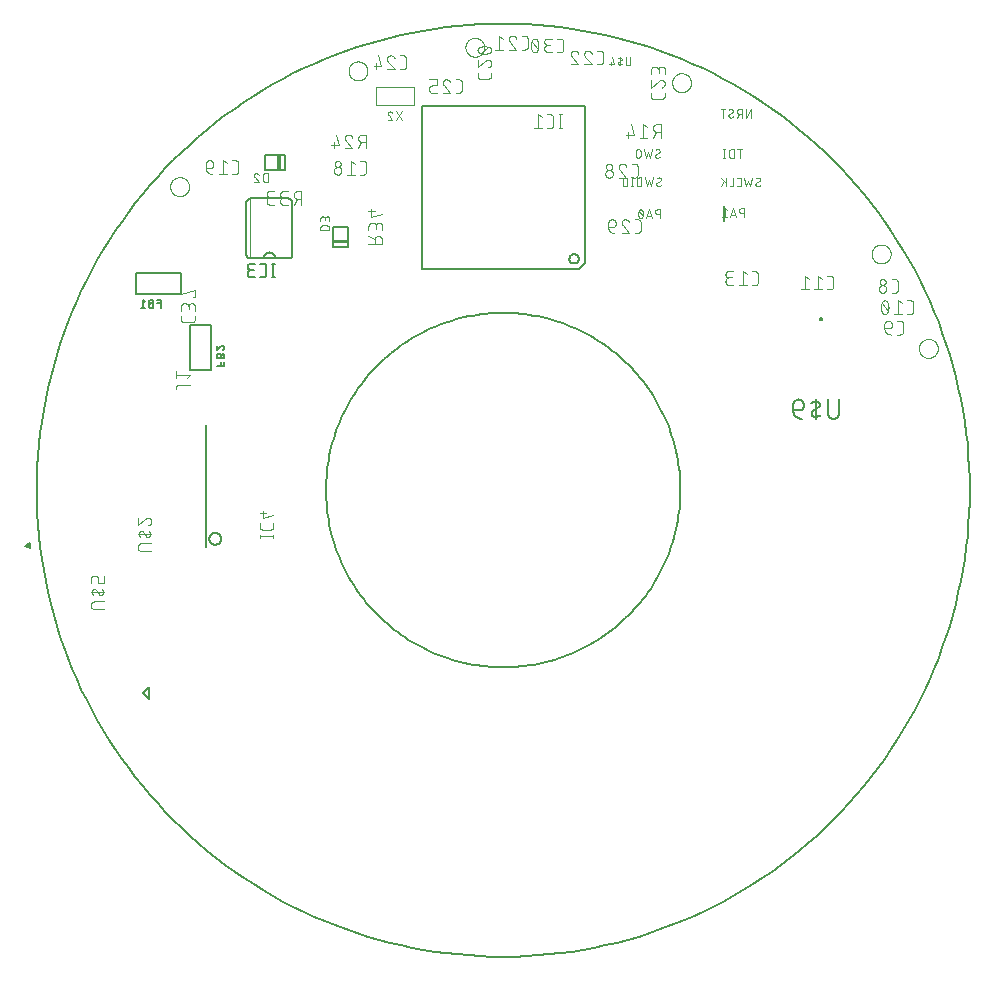
<source format=gbo>
G75*
%MOIN*%
%OFA0B0*%
%FSLAX25Y25*%
%IPPOS*%
%LPD*%
%AMOC8*
5,1,8,0,0,1.08239X$1,22.5*
%
%ADD10C,0.00600*%
%ADD11C,0.00000*%
%ADD12C,0.00300*%
%ADD13C,0.00400*%
%ADD14C,0.00500*%
%ADD15C,0.00800*%
%ADD16C,0.00200*%
%ADD17C,0.00394*%
D10*
X0154843Y0163111D02*
X0154861Y0164560D01*
X0154914Y0166009D01*
X0155003Y0167455D01*
X0155127Y0168899D01*
X0155287Y0170340D01*
X0155482Y0171776D01*
X0155712Y0173207D01*
X0155978Y0174632D01*
X0156278Y0176050D01*
X0156613Y0177460D01*
X0156982Y0178862D01*
X0157386Y0180254D01*
X0157824Y0181635D01*
X0158295Y0183006D01*
X0158800Y0184365D01*
X0159338Y0185710D01*
X0159909Y0187043D01*
X0160513Y0188360D01*
X0161149Y0189663D01*
X0161816Y0190949D01*
X0162515Y0192219D01*
X0163245Y0193471D01*
X0164005Y0194705D01*
X0164796Y0195920D01*
X0165616Y0197115D01*
X0166465Y0198290D01*
X0167342Y0199444D01*
X0168248Y0200575D01*
X0169181Y0201684D01*
X0170141Y0202770D01*
X0171128Y0203832D01*
X0172140Y0204869D01*
X0173177Y0205881D01*
X0174239Y0206868D01*
X0175325Y0207828D01*
X0176434Y0208761D01*
X0177565Y0209667D01*
X0178719Y0210544D01*
X0179894Y0211393D01*
X0181089Y0212213D01*
X0182304Y0213004D01*
X0183538Y0213764D01*
X0184790Y0214494D01*
X0186060Y0215193D01*
X0187346Y0215860D01*
X0188649Y0216496D01*
X0189966Y0217100D01*
X0191299Y0217671D01*
X0192644Y0218209D01*
X0194003Y0218714D01*
X0195374Y0219185D01*
X0196755Y0219623D01*
X0198147Y0220027D01*
X0199549Y0220396D01*
X0200959Y0220731D01*
X0202377Y0221031D01*
X0203802Y0221297D01*
X0205233Y0221527D01*
X0206669Y0221722D01*
X0208110Y0221882D01*
X0209554Y0222006D01*
X0211000Y0222095D01*
X0212449Y0222148D01*
X0213898Y0222166D01*
X0215347Y0222148D01*
X0216796Y0222095D01*
X0218242Y0222006D01*
X0219686Y0221882D01*
X0221127Y0221722D01*
X0222563Y0221527D01*
X0223994Y0221297D01*
X0225419Y0221031D01*
X0226837Y0220731D01*
X0228247Y0220396D01*
X0229649Y0220027D01*
X0231041Y0219623D01*
X0232422Y0219185D01*
X0233793Y0218714D01*
X0235152Y0218209D01*
X0236497Y0217671D01*
X0237830Y0217100D01*
X0239147Y0216496D01*
X0240450Y0215860D01*
X0241736Y0215193D01*
X0243006Y0214494D01*
X0244258Y0213764D01*
X0245492Y0213004D01*
X0246707Y0212213D01*
X0247902Y0211393D01*
X0249077Y0210544D01*
X0250231Y0209667D01*
X0251362Y0208761D01*
X0252471Y0207828D01*
X0253557Y0206868D01*
X0254619Y0205881D01*
X0255656Y0204869D01*
X0256668Y0203832D01*
X0257655Y0202770D01*
X0258615Y0201684D01*
X0259548Y0200575D01*
X0260454Y0199444D01*
X0261331Y0198290D01*
X0262180Y0197115D01*
X0263000Y0195920D01*
X0263791Y0194705D01*
X0264551Y0193471D01*
X0265281Y0192219D01*
X0265980Y0190949D01*
X0266647Y0189663D01*
X0267283Y0188360D01*
X0267887Y0187043D01*
X0268458Y0185710D01*
X0268996Y0184365D01*
X0269501Y0183006D01*
X0269972Y0181635D01*
X0270410Y0180254D01*
X0270814Y0178862D01*
X0271183Y0177460D01*
X0271518Y0176050D01*
X0271818Y0174632D01*
X0272084Y0173207D01*
X0272314Y0171776D01*
X0272509Y0170340D01*
X0272669Y0168899D01*
X0272793Y0167455D01*
X0272882Y0166009D01*
X0272935Y0164560D01*
X0272953Y0163111D01*
X0272935Y0161662D01*
X0272882Y0160213D01*
X0272793Y0158767D01*
X0272669Y0157323D01*
X0272509Y0155882D01*
X0272314Y0154446D01*
X0272084Y0153015D01*
X0271818Y0151590D01*
X0271518Y0150172D01*
X0271183Y0148762D01*
X0270814Y0147360D01*
X0270410Y0145968D01*
X0269972Y0144587D01*
X0269501Y0143216D01*
X0268996Y0141857D01*
X0268458Y0140512D01*
X0267887Y0139179D01*
X0267283Y0137862D01*
X0266647Y0136559D01*
X0265980Y0135273D01*
X0265281Y0134003D01*
X0264551Y0132751D01*
X0263791Y0131517D01*
X0263000Y0130302D01*
X0262180Y0129107D01*
X0261331Y0127932D01*
X0260454Y0126778D01*
X0259548Y0125647D01*
X0258615Y0124538D01*
X0257655Y0123452D01*
X0256668Y0122390D01*
X0255656Y0121353D01*
X0254619Y0120341D01*
X0253557Y0119354D01*
X0252471Y0118394D01*
X0251362Y0117461D01*
X0250231Y0116555D01*
X0249077Y0115678D01*
X0247902Y0114829D01*
X0246707Y0114009D01*
X0245492Y0113218D01*
X0244258Y0112458D01*
X0243006Y0111728D01*
X0241736Y0111029D01*
X0240450Y0110362D01*
X0239147Y0109726D01*
X0237830Y0109122D01*
X0236497Y0108551D01*
X0235152Y0108013D01*
X0233793Y0107508D01*
X0232422Y0107037D01*
X0231041Y0106599D01*
X0229649Y0106195D01*
X0228247Y0105826D01*
X0226837Y0105491D01*
X0225419Y0105191D01*
X0223994Y0104925D01*
X0222563Y0104695D01*
X0221127Y0104500D01*
X0219686Y0104340D01*
X0218242Y0104216D01*
X0216796Y0104127D01*
X0215347Y0104074D01*
X0213898Y0104056D01*
X0212449Y0104074D01*
X0211000Y0104127D01*
X0209554Y0104216D01*
X0208110Y0104340D01*
X0206669Y0104500D01*
X0205233Y0104695D01*
X0203802Y0104925D01*
X0202377Y0105191D01*
X0200959Y0105491D01*
X0199549Y0105826D01*
X0198147Y0106195D01*
X0196755Y0106599D01*
X0195374Y0107037D01*
X0194003Y0107508D01*
X0192644Y0108013D01*
X0191299Y0108551D01*
X0189966Y0109122D01*
X0188649Y0109726D01*
X0187346Y0110362D01*
X0186060Y0111029D01*
X0184790Y0111728D01*
X0183538Y0112458D01*
X0182304Y0113218D01*
X0181089Y0114009D01*
X0179894Y0114829D01*
X0178719Y0115678D01*
X0177565Y0116555D01*
X0176434Y0117461D01*
X0175325Y0118394D01*
X0174239Y0119354D01*
X0173177Y0120341D01*
X0172140Y0121353D01*
X0171128Y0122390D01*
X0170141Y0123452D01*
X0169181Y0124538D01*
X0168248Y0125647D01*
X0167342Y0126778D01*
X0166465Y0127932D01*
X0165616Y0129107D01*
X0164796Y0130302D01*
X0164005Y0131517D01*
X0163245Y0132751D01*
X0162515Y0134003D01*
X0161816Y0135273D01*
X0161149Y0136559D01*
X0160513Y0137862D01*
X0159909Y0139179D01*
X0159338Y0140512D01*
X0158800Y0141857D01*
X0158295Y0143216D01*
X0157824Y0144587D01*
X0157386Y0145968D01*
X0156982Y0147360D01*
X0156613Y0148762D01*
X0156278Y0150172D01*
X0155978Y0151590D01*
X0155712Y0153015D01*
X0155482Y0154446D01*
X0155287Y0155882D01*
X0155127Y0157323D01*
X0155003Y0158767D01*
X0154914Y0160213D01*
X0154861Y0161662D01*
X0154843Y0163111D01*
X0120973Y0204593D02*
X0120973Y0205748D01*
X0119818Y0205748D02*
X0119818Y0204593D01*
X0120973Y0204593D02*
X0118373Y0204593D01*
X0118373Y0207150D02*
X0120973Y0207150D01*
X0120973Y0207873D01*
X0120971Y0207920D01*
X0120966Y0207966D01*
X0120956Y0208011D01*
X0120943Y0208056D01*
X0120927Y0208100D01*
X0120907Y0208142D01*
X0120884Y0208182D01*
X0120857Y0208220D01*
X0120828Y0208256D01*
X0120795Y0208290D01*
X0120761Y0208321D01*
X0120723Y0208349D01*
X0120684Y0208374D01*
X0120643Y0208395D01*
X0120600Y0208413D01*
X0120556Y0208428D01*
X0120511Y0208439D01*
X0120465Y0208447D01*
X0120418Y0208451D01*
X0120372Y0208451D01*
X0120325Y0208447D01*
X0120279Y0208439D01*
X0120234Y0208428D01*
X0120190Y0208413D01*
X0120147Y0208395D01*
X0120106Y0208374D01*
X0120067Y0208349D01*
X0120029Y0208321D01*
X0119995Y0208290D01*
X0119962Y0208256D01*
X0119933Y0208220D01*
X0119906Y0208182D01*
X0119883Y0208142D01*
X0119863Y0208100D01*
X0119847Y0208056D01*
X0119834Y0208011D01*
X0119824Y0207966D01*
X0119819Y0207920D01*
X0119817Y0207873D01*
X0119818Y0207873D02*
X0119818Y0207150D01*
X0119817Y0207873D02*
X0119815Y0207926D01*
X0119809Y0207978D01*
X0119800Y0208030D01*
X0119786Y0208081D01*
X0119769Y0208131D01*
X0119749Y0208179D01*
X0119725Y0208226D01*
X0119697Y0208271D01*
X0119666Y0208314D01*
X0119633Y0208355D01*
X0119596Y0208393D01*
X0119557Y0208428D01*
X0119515Y0208460D01*
X0119471Y0208489D01*
X0119425Y0208515D01*
X0119377Y0208537D01*
X0119328Y0208556D01*
X0119278Y0208572D01*
X0119226Y0208583D01*
X0119174Y0208591D01*
X0119121Y0208595D01*
X0119069Y0208595D01*
X0119016Y0208591D01*
X0118964Y0208583D01*
X0118912Y0208572D01*
X0118862Y0208556D01*
X0118813Y0208537D01*
X0118765Y0208515D01*
X0118719Y0208489D01*
X0118675Y0208460D01*
X0118633Y0208428D01*
X0118594Y0208393D01*
X0118557Y0208355D01*
X0118524Y0208314D01*
X0118493Y0208271D01*
X0118465Y0208226D01*
X0118441Y0208179D01*
X0118421Y0208131D01*
X0118404Y0208081D01*
X0118390Y0208030D01*
X0118381Y0207978D01*
X0118375Y0207926D01*
X0118373Y0207873D01*
X0118373Y0207150D01*
X0118373Y0209863D02*
X0118373Y0211307D01*
X0118373Y0209863D02*
X0119818Y0211091D01*
X0120973Y0210657D02*
X0120971Y0210602D01*
X0120966Y0210547D01*
X0120957Y0210492D01*
X0120944Y0210439D01*
X0120928Y0210386D01*
X0120908Y0210334D01*
X0120885Y0210284D01*
X0120859Y0210235D01*
X0120829Y0210188D01*
X0120797Y0210144D01*
X0120761Y0210101D01*
X0120723Y0210061D01*
X0120682Y0210024D01*
X0120639Y0209989D01*
X0120594Y0209958D01*
X0120547Y0209929D01*
X0120498Y0209904D01*
X0120447Y0209881D01*
X0120395Y0209863D01*
X0119818Y0211090D02*
X0119854Y0211126D01*
X0119894Y0211159D01*
X0119935Y0211189D01*
X0119979Y0211216D01*
X0120025Y0211240D01*
X0120072Y0211260D01*
X0120120Y0211277D01*
X0120170Y0211290D01*
X0120221Y0211299D01*
X0120272Y0211305D01*
X0120323Y0211307D01*
X0120372Y0211305D01*
X0120420Y0211300D01*
X0120468Y0211291D01*
X0120515Y0211278D01*
X0120560Y0211262D01*
X0120605Y0211243D01*
X0120648Y0211220D01*
X0120689Y0211194D01*
X0120728Y0211165D01*
X0120765Y0211133D01*
X0120799Y0211099D01*
X0120831Y0211062D01*
X0120860Y0211023D01*
X0120886Y0210982D01*
X0120909Y0210939D01*
X0120928Y0210894D01*
X0120944Y0210849D01*
X0120957Y0210802D01*
X0120966Y0210754D01*
X0120971Y0210706D01*
X0120973Y0210657D01*
X0099718Y0223960D02*
X0099718Y0226560D01*
X0098562Y0226560D01*
X0098562Y0225404D02*
X0099718Y0225404D01*
X0097160Y0225404D02*
X0096438Y0225404D01*
X0096391Y0225406D01*
X0096345Y0225411D01*
X0096300Y0225421D01*
X0096255Y0225434D01*
X0096211Y0225450D01*
X0096169Y0225470D01*
X0096129Y0225493D01*
X0096091Y0225520D01*
X0096055Y0225549D01*
X0096021Y0225582D01*
X0095990Y0225616D01*
X0095962Y0225654D01*
X0095937Y0225693D01*
X0095916Y0225734D01*
X0095898Y0225777D01*
X0095883Y0225821D01*
X0095872Y0225866D01*
X0095864Y0225912D01*
X0095860Y0225959D01*
X0095860Y0226005D01*
X0095864Y0226052D01*
X0095872Y0226098D01*
X0095883Y0226143D01*
X0095898Y0226187D01*
X0095916Y0226230D01*
X0095937Y0226271D01*
X0095962Y0226310D01*
X0095990Y0226348D01*
X0096021Y0226382D01*
X0096055Y0226415D01*
X0096091Y0226444D01*
X0096129Y0226471D01*
X0096169Y0226494D01*
X0096211Y0226514D01*
X0096255Y0226530D01*
X0096300Y0226543D01*
X0096345Y0226553D01*
X0096391Y0226558D01*
X0096438Y0226560D01*
X0097160Y0226560D01*
X0097160Y0223960D01*
X0096438Y0223960D01*
X0096385Y0223962D01*
X0096333Y0223968D01*
X0096281Y0223977D01*
X0096230Y0223991D01*
X0096180Y0224008D01*
X0096132Y0224028D01*
X0096085Y0224052D01*
X0096040Y0224080D01*
X0095997Y0224111D01*
X0095956Y0224144D01*
X0095918Y0224181D01*
X0095883Y0224220D01*
X0095851Y0224262D01*
X0095822Y0224306D01*
X0095796Y0224352D01*
X0095774Y0224400D01*
X0095755Y0224449D01*
X0095739Y0224499D01*
X0095728Y0224551D01*
X0095720Y0224603D01*
X0095716Y0224656D01*
X0095716Y0224708D01*
X0095720Y0224761D01*
X0095728Y0224813D01*
X0095739Y0224865D01*
X0095755Y0224915D01*
X0095774Y0224964D01*
X0095796Y0225012D01*
X0095822Y0225058D01*
X0095851Y0225102D01*
X0095883Y0225144D01*
X0095918Y0225183D01*
X0095956Y0225220D01*
X0095997Y0225253D01*
X0096040Y0225284D01*
X0096085Y0225312D01*
X0096132Y0225336D01*
X0096180Y0225356D01*
X0096230Y0225373D01*
X0096281Y0225387D01*
X0096333Y0225396D01*
X0096385Y0225402D01*
X0096438Y0225404D01*
X0094447Y0225982D02*
X0093725Y0226560D01*
X0093725Y0223960D01*
X0094447Y0223960D02*
X0093003Y0223960D01*
X0128237Y0241858D02*
X0128237Y0258858D01*
X0128239Y0258934D01*
X0128245Y0259010D01*
X0128254Y0259085D01*
X0128268Y0259160D01*
X0128285Y0259234D01*
X0128306Y0259307D01*
X0128330Y0259379D01*
X0128359Y0259450D01*
X0128390Y0259519D01*
X0128425Y0259586D01*
X0128464Y0259651D01*
X0128506Y0259715D01*
X0128551Y0259776D01*
X0128599Y0259835D01*
X0128650Y0259891D01*
X0128704Y0259945D01*
X0128760Y0259996D01*
X0128819Y0260044D01*
X0128880Y0260089D01*
X0128944Y0260131D01*
X0129009Y0260170D01*
X0129076Y0260205D01*
X0129145Y0260236D01*
X0129216Y0260265D01*
X0129288Y0260289D01*
X0129361Y0260310D01*
X0129435Y0260327D01*
X0129510Y0260341D01*
X0129585Y0260350D01*
X0129661Y0260356D01*
X0129737Y0260358D01*
X0142137Y0260358D01*
X0142213Y0260356D01*
X0142289Y0260350D01*
X0142364Y0260341D01*
X0142439Y0260327D01*
X0142513Y0260310D01*
X0142586Y0260289D01*
X0142658Y0260265D01*
X0142729Y0260236D01*
X0142798Y0260205D01*
X0142865Y0260170D01*
X0142930Y0260131D01*
X0142994Y0260089D01*
X0143055Y0260044D01*
X0143114Y0259996D01*
X0143170Y0259945D01*
X0143224Y0259891D01*
X0143275Y0259835D01*
X0143323Y0259776D01*
X0143368Y0259715D01*
X0143410Y0259651D01*
X0143449Y0259586D01*
X0143484Y0259519D01*
X0143515Y0259450D01*
X0143544Y0259379D01*
X0143568Y0259307D01*
X0143589Y0259234D01*
X0143606Y0259160D01*
X0143620Y0259085D01*
X0143629Y0259010D01*
X0143635Y0258934D01*
X0143637Y0258858D01*
X0143637Y0241858D01*
X0143635Y0241782D01*
X0143629Y0241706D01*
X0143620Y0241631D01*
X0143606Y0241556D01*
X0143589Y0241482D01*
X0143568Y0241409D01*
X0143544Y0241337D01*
X0143515Y0241266D01*
X0143484Y0241197D01*
X0143449Y0241130D01*
X0143410Y0241065D01*
X0143368Y0241001D01*
X0143323Y0240940D01*
X0143275Y0240881D01*
X0143224Y0240825D01*
X0143170Y0240771D01*
X0143114Y0240720D01*
X0143055Y0240672D01*
X0142994Y0240627D01*
X0142930Y0240585D01*
X0142865Y0240546D01*
X0142798Y0240511D01*
X0142729Y0240480D01*
X0142658Y0240451D01*
X0142586Y0240427D01*
X0142513Y0240406D01*
X0142439Y0240389D01*
X0142364Y0240375D01*
X0142289Y0240366D01*
X0142213Y0240360D01*
X0142137Y0240358D01*
X0129737Y0240358D01*
X0129661Y0240360D01*
X0129585Y0240366D01*
X0129510Y0240375D01*
X0129435Y0240389D01*
X0129361Y0240406D01*
X0129288Y0240427D01*
X0129216Y0240451D01*
X0129145Y0240480D01*
X0129076Y0240511D01*
X0129009Y0240546D01*
X0128944Y0240585D01*
X0128880Y0240627D01*
X0128819Y0240672D01*
X0128760Y0240720D01*
X0128704Y0240771D01*
X0128650Y0240825D01*
X0128599Y0240881D01*
X0128551Y0240940D01*
X0128506Y0241001D01*
X0128464Y0241065D01*
X0128425Y0241130D01*
X0128390Y0241197D01*
X0128359Y0241266D01*
X0128330Y0241337D01*
X0128306Y0241409D01*
X0128285Y0241482D01*
X0128268Y0241556D01*
X0128254Y0241631D01*
X0128245Y0241706D01*
X0128239Y0241782D01*
X0128237Y0241858D01*
X0133937Y0240358D02*
X0133939Y0240446D01*
X0133945Y0240535D01*
X0133955Y0240623D01*
X0133968Y0240710D01*
X0133986Y0240797D01*
X0134007Y0240883D01*
X0134032Y0240968D01*
X0134061Y0241051D01*
X0134094Y0241134D01*
X0134130Y0241214D01*
X0134169Y0241293D01*
X0134212Y0241371D01*
X0134259Y0241446D01*
X0134309Y0241519D01*
X0134362Y0241590D01*
X0134418Y0241659D01*
X0134477Y0241725D01*
X0134539Y0241788D01*
X0134603Y0241848D01*
X0134670Y0241906D01*
X0134740Y0241960D01*
X0134812Y0242012D01*
X0134886Y0242060D01*
X0134963Y0242105D01*
X0135041Y0242146D01*
X0135121Y0242184D01*
X0135202Y0242218D01*
X0135285Y0242249D01*
X0135370Y0242276D01*
X0135455Y0242299D01*
X0135541Y0242318D01*
X0135629Y0242334D01*
X0135716Y0242346D01*
X0135804Y0242354D01*
X0135893Y0242358D01*
X0135981Y0242358D01*
X0136070Y0242354D01*
X0136158Y0242346D01*
X0136245Y0242334D01*
X0136333Y0242318D01*
X0136419Y0242299D01*
X0136504Y0242276D01*
X0136589Y0242249D01*
X0136672Y0242218D01*
X0136753Y0242184D01*
X0136833Y0242146D01*
X0136911Y0242105D01*
X0136988Y0242060D01*
X0137062Y0242012D01*
X0137134Y0241960D01*
X0137204Y0241906D01*
X0137271Y0241848D01*
X0137335Y0241788D01*
X0137397Y0241725D01*
X0137456Y0241659D01*
X0137512Y0241590D01*
X0137565Y0241519D01*
X0137615Y0241446D01*
X0137662Y0241371D01*
X0137705Y0241293D01*
X0137744Y0241214D01*
X0137780Y0241134D01*
X0137813Y0241051D01*
X0137842Y0240968D01*
X0137867Y0240883D01*
X0137888Y0240797D01*
X0137906Y0240710D01*
X0137919Y0240623D01*
X0137929Y0240535D01*
X0137935Y0240446D01*
X0137937Y0240358D01*
X0058386Y0163111D02*
X0058433Y0166927D01*
X0058573Y0170742D01*
X0058807Y0174551D01*
X0059135Y0178354D01*
X0059556Y0182147D01*
X0060069Y0185929D01*
X0060676Y0189698D01*
X0061374Y0193450D01*
X0062165Y0197184D01*
X0063046Y0200897D01*
X0064019Y0204588D01*
X0065082Y0208254D01*
X0066235Y0211892D01*
X0067477Y0215501D01*
X0068806Y0219079D01*
X0070224Y0222623D01*
X0071727Y0226131D01*
X0073317Y0229601D01*
X0074991Y0233031D01*
X0076749Y0236419D01*
X0078589Y0239763D01*
X0080511Y0243060D01*
X0082513Y0246310D01*
X0084594Y0249509D01*
X0086754Y0252656D01*
X0088990Y0255749D01*
X0091301Y0258787D01*
X0093686Y0261767D01*
X0096143Y0264687D01*
X0098671Y0267546D01*
X0101269Y0270343D01*
X0103934Y0273075D01*
X0106666Y0275740D01*
X0109463Y0278338D01*
X0112322Y0280866D01*
X0115242Y0283323D01*
X0118222Y0285708D01*
X0121260Y0288019D01*
X0124353Y0290255D01*
X0127500Y0292415D01*
X0130699Y0294496D01*
X0133949Y0296498D01*
X0137246Y0298420D01*
X0140590Y0300260D01*
X0143978Y0302018D01*
X0147408Y0303692D01*
X0150878Y0305282D01*
X0154386Y0306785D01*
X0157930Y0308203D01*
X0161508Y0309532D01*
X0165117Y0310774D01*
X0168755Y0311927D01*
X0172421Y0312990D01*
X0176112Y0313963D01*
X0179825Y0314844D01*
X0183559Y0315635D01*
X0187311Y0316333D01*
X0191080Y0316940D01*
X0194862Y0317453D01*
X0198655Y0317874D01*
X0202458Y0318202D01*
X0206267Y0318436D01*
X0210082Y0318576D01*
X0213898Y0318623D01*
X0217714Y0318576D01*
X0221529Y0318436D01*
X0225338Y0318202D01*
X0229141Y0317874D01*
X0232934Y0317453D01*
X0236716Y0316940D01*
X0240485Y0316333D01*
X0244237Y0315635D01*
X0247971Y0314844D01*
X0251684Y0313963D01*
X0255375Y0312990D01*
X0259041Y0311927D01*
X0262679Y0310774D01*
X0266288Y0309532D01*
X0269866Y0308203D01*
X0273410Y0306785D01*
X0276918Y0305282D01*
X0280388Y0303692D01*
X0283818Y0302018D01*
X0287206Y0300260D01*
X0290550Y0298420D01*
X0293847Y0296498D01*
X0297097Y0294496D01*
X0300296Y0292415D01*
X0303443Y0290255D01*
X0306536Y0288019D01*
X0309574Y0285708D01*
X0312554Y0283323D01*
X0315474Y0280866D01*
X0318333Y0278338D01*
X0321130Y0275740D01*
X0323862Y0273075D01*
X0326527Y0270343D01*
X0329125Y0267546D01*
X0331653Y0264687D01*
X0334110Y0261767D01*
X0336495Y0258787D01*
X0338806Y0255749D01*
X0341042Y0252656D01*
X0343202Y0249509D01*
X0345283Y0246310D01*
X0347285Y0243060D01*
X0349207Y0239763D01*
X0351047Y0236419D01*
X0352805Y0233031D01*
X0354479Y0229601D01*
X0356069Y0226131D01*
X0357572Y0222623D01*
X0358990Y0219079D01*
X0360319Y0215501D01*
X0361561Y0211892D01*
X0362714Y0208254D01*
X0363777Y0204588D01*
X0364750Y0200897D01*
X0365631Y0197184D01*
X0366422Y0193450D01*
X0367120Y0189698D01*
X0367727Y0185929D01*
X0368240Y0182147D01*
X0368661Y0178354D01*
X0368989Y0174551D01*
X0369223Y0170742D01*
X0369363Y0166927D01*
X0369410Y0163111D01*
X0369363Y0159295D01*
X0369223Y0155480D01*
X0368989Y0151671D01*
X0368661Y0147868D01*
X0368240Y0144075D01*
X0367727Y0140293D01*
X0367120Y0136524D01*
X0366422Y0132772D01*
X0365631Y0129038D01*
X0364750Y0125325D01*
X0363777Y0121634D01*
X0362714Y0117968D01*
X0361561Y0114330D01*
X0360319Y0110721D01*
X0358990Y0107143D01*
X0357572Y0103599D01*
X0356069Y0100091D01*
X0354479Y0096621D01*
X0352805Y0093191D01*
X0351047Y0089803D01*
X0349207Y0086459D01*
X0347285Y0083162D01*
X0345283Y0079912D01*
X0343202Y0076713D01*
X0341042Y0073566D01*
X0338806Y0070473D01*
X0336495Y0067435D01*
X0334110Y0064455D01*
X0331653Y0061535D01*
X0329125Y0058676D01*
X0326527Y0055879D01*
X0323862Y0053147D01*
X0321130Y0050482D01*
X0318333Y0047884D01*
X0315474Y0045356D01*
X0312554Y0042899D01*
X0309574Y0040514D01*
X0306536Y0038203D01*
X0303443Y0035967D01*
X0300296Y0033807D01*
X0297097Y0031726D01*
X0293847Y0029724D01*
X0290550Y0027802D01*
X0287206Y0025962D01*
X0283818Y0024204D01*
X0280388Y0022530D01*
X0276918Y0020940D01*
X0273410Y0019437D01*
X0269866Y0018019D01*
X0266288Y0016690D01*
X0262679Y0015448D01*
X0259041Y0014295D01*
X0255375Y0013232D01*
X0251684Y0012259D01*
X0247971Y0011378D01*
X0244237Y0010587D01*
X0240485Y0009889D01*
X0236716Y0009282D01*
X0232934Y0008769D01*
X0229141Y0008348D01*
X0225338Y0008020D01*
X0221529Y0007786D01*
X0217714Y0007646D01*
X0213898Y0007599D01*
X0210082Y0007646D01*
X0206267Y0007786D01*
X0202458Y0008020D01*
X0198655Y0008348D01*
X0194862Y0008769D01*
X0191080Y0009282D01*
X0187311Y0009889D01*
X0183559Y0010587D01*
X0179825Y0011378D01*
X0176112Y0012259D01*
X0172421Y0013232D01*
X0168755Y0014295D01*
X0165117Y0015448D01*
X0161508Y0016690D01*
X0157930Y0018019D01*
X0154386Y0019437D01*
X0150878Y0020940D01*
X0147408Y0022530D01*
X0143978Y0024204D01*
X0140590Y0025962D01*
X0137246Y0027802D01*
X0133949Y0029724D01*
X0130699Y0031726D01*
X0127500Y0033807D01*
X0124353Y0035967D01*
X0121260Y0038203D01*
X0118222Y0040514D01*
X0115242Y0042899D01*
X0112322Y0045356D01*
X0109463Y0047884D01*
X0106666Y0050482D01*
X0103934Y0053147D01*
X0101269Y0055879D01*
X0098671Y0058676D01*
X0096143Y0061535D01*
X0093686Y0064455D01*
X0091301Y0067435D01*
X0088990Y0070473D01*
X0086754Y0073566D01*
X0084594Y0076713D01*
X0082513Y0079912D01*
X0080511Y0083162D01*
X0078589Y0086459D01*
X0076749Y0089803D01*
X0074991Y0093191D01*
X0073317Y0096621D01*
X0071727Y0100091D01*
X0070224Y0103599D01*
X0068806Y0107143D01*
X0067477Y0110721D01*
X0066235Y0114330D01*
X0065082Y0117968D01*
X0064019Y0121634D01*
X0063046Y0125325D01*
X0062165Y0129038D01*
X0061374Y0132772D01*
X0060676Y0136524D01*
X0060069Y0140293D01*
X0059556Y0144075D01*
X0059135Y0147868D01*
X0058807Y0151671D01*
X0058573Y0155480D01*
X0058433Y0159295D01*
X0058386Y0163111D01*
X0310555Y0189792D02*
X0310555Y0191569D01*
X0310555Y0189792D02*
X0312688Y0189792D01*
X0310555Y0189792D02*
X0310557Y0189688D01*
X0310563Y0189584D01*
X0310572Y0189481D01*
X0310585Y0189378D01*
X0310602Y0189275D01*
X0310623Y0189174D01*
X0310647Y0189073D01*
X0310676Y0188973D01*
X0310707Y0188874D01*
X0310743Y0188776D01*
X0310782Y0188680D01*
X0310824Y0188585D01*
X0310870Y0188492D01*
X0310919Y0188400D01*
X0310971Y0188310D01*
X0311027Y0188223D01*
X0311086Y0188137D01*
X0311148Y0188054D01*
X0311213Y0187973D01*
X0311281Y0187894D01*
X0311352Y0187818D01*
X0311425Y0187745D01*
X0311501Y0187674D01*
X0311580Y0187606D01*
X0311661Y0187541D01*
X0311744Y0187479D01*
X0311830Y0187420D01*
X0311917Y0187364D01*
X0312007Y0187312D01*
X0312099Y0187263D01*
X0312192Y0187217D01*
X0312287Y0187175D01*
X0312383Y0187136D01*
X0312481Y0187100D01*
X0312580Y0187069D01*
X0312680Y0187040D01*
X0312781Y0187016D01*
X0312882Y0186995D01*
X0312985Y0186978D01*
X0313088Y0186965D01*
X0313191Y0186956D01*
X0313295Y0186950D01*
X0313399Y0186948D01*
X0312688Y0189792D02*
X0312762Y0189794D01*
X0312837Y0189800D01*
X0312910Y0189810D01*
X0312984Y0189823D01*
X0313056Y0189840D01*
X0313127Y0189862D01*
X0313198Y0189886D01*
X0313266Y0189915D01*
X0313334Y0189947D01*
X0313399Y0189983D01*
X0313462Y0190021D01*
X0313524Y0190064D01*
X0313583Y0190109D01*
X0313640Y0190157D01*
X0313694Y0190208D01*
X0313745Y0190262D01*
X0313793Y0190319D01*
X0313838Y0190378D01*
X0313881Y0190440D01*
X0313919Y0190503D01*
X0313955Y0190568D01*
X0313987Y0190636D01*
X0314016Y0190704D01*
X0314040Y0190775D01*
X0314062Y0190846D01*
X0314079Y0190918D01*
X0314092Y0190992D01*
X0314102Y0191065D01*
X0314108Y0191140D01*
X0314110Y0191214D01*
X0314110Y0191569D01*
X0314111Y0191569D02*
X0314109Y0191652D01*
X0314103Y0191735D01*
X0314093Y0191818D01*
X0314080Y0191901D01*
X0314062Y0191982D01*
X0314041Y0192063D01*
X0314016Y0192142D01*
X0313987Y0192220D01*
X0313955Y0192297D01*
X0313919Y0192372D01*
X0313880Y0192446D01*
X0313837Y0192517D01*
X0313791Y0192587D01*
X0313741Y0192654D01*
X0313689Y0192719D01*
X0313634Y0192781D01*
X0313575Y0192841D01*
X0313514Y0192898D01*
X0313451Y0192952D01*
X0313385Y0193003D01*
X0313316Y0193050D01*
X0313246Y0193095D01*
X0313173Y0193136D01*
X0313099Y0193173D01*
X0313023Y0193208D01*
X0312945Y0193238D01*
X0312867Y0193265D01*
X0312786Y0193288D01*
X0312705Y0193308D01*
X0312623Y0193323D01*
X0312541Y0193335D01*
X0312458Y0193343D01*
X0312375Y0193347D01*
X0312291Y0193347D01*
X0312208Y0193343D01*
X0312125Y0193335D01*
X0312043Y0193323D01*
X0311961Y0193308D01*
X0311880Y0193288D01*
X0311799Y0193265D01*
X0311721Y0193238D01*
X0311643Y0193208D01*
X0311567Y0193173D01*
X0311493Y0193136D01*
X0311420Y0193095D01*
X0311350Y0193050D01*
X0311281Y0193003D01*
X0311215Y0192952D01*
X0311152Y0192898D01*
X0311091Y0192841D01*
X0311032Y0192781D01*
X0310977Y0192719D01*
X0310925Y0192654D01*
X0310875Y0192587D01*
X0310829Y0192517D01*
X0310786Y0192446D01*
X0310747Y0192372D01*
X0310711Y0192297D01*
X0310679Y0192220D01*
X0310650Y0192142D01*
X0310625Y0192063D01*
X0310604Y0191982D01*
X0310586Y0191901D01*
X0310573Y0191818D01*
X0310563Y0191735D01*
X0310557Y0191652D01*
X0310555Y0191569D01*
X0317188Y0189614D02*
X0318076Y0190147D01*
X0318965Y0190681D01*
X0319498Y0188013D02*
X0319410Y0187963D01*
X0319321Y0187915D01*
X0319229Y0187871D01*
X0319136Y0187830D01*
X0319042Y0187793D01*
X0318946Y0187759D01*
X0318849Y0187728D01*
X0318751Y0187701D01*
X0318653Y0187677D01*
X0318553Y0187657D01*
X0318453Y0187641D01*
X0318352Y0187628D01*
X0318251Y0187619D01*
X0318149Y0187614D01*
X0318048Y0187612D01*
X0317946Y0187614D01*
X0317845Y0187619D01*
X0317744Y0187629D01*
X0317643Y0187641D01*
X0317543Y0187658D01*
X0318076Y0186947D02*
X0318076Y0193347D01*
X0318610Y0192636D02*
X0318673Y0192622D01*
X0318735Y0192605D01*
X0318795Y0192584D01*
X0318855Y0192560D01*
X0318912Y0192531D01*
X0318968Y0192500D01*
X0319022Y0192465D01*
X0319074Y0192427D01*
X0319124Y0192386D01*
X0319170Y0192342D01*
X0319214Y0192295D01*
X0319255Y0192245D01*
X0319293Y0192194D01*
X0319328Y0192140D01*
X0319360Y0192084D01*
X0319388Y0192026D01*
X0319412Y0191966D01*
X0319433Y0191906D01*
X0319450Y0191844D01*
X0319464Y0191781D01*
X0319473Y0191717D01*
X0319479Y0191653D01*
X0319481Y0191589D01*
X0319479Y0191525D01*
X0319473Y0191461D01*
X0319463Y0191398D01*
X0319450Y0191335D01*
X0319432Y0191273D01*
X0319411Y0191212D01*
X0319386Y0191153D01*
X0319358Y0191095D01*
X0319326Y0191039D01*
X0319291Y0190985D01*
X0319253Y0190934D01*
X0319212Y0190885D01*
X0319168Y0190838D01*
X0319121Y0190794D01*
X0319071Y0190753D01*
X0319019Y0190715D01*
X0318965Y0190680D01*
X0318610Y0192636D02*
X0318510Y0192653D01*
X0318409Y0192665D01*
X0318308Y0192675D01*
X0318207Y0192680D01*
X0318105Y0192682D01*
X0318004Y0192680D01*
X0317902Y0192675D01*
X0317801Y0192666D01*
X0317700Y0192653D01*
X0317600Y0192637D01*
X0317501Y0192617D01*
X0317402Y0192593D01*
X0317304Y0192566D01*
X0317207Y0192535D01*
X0317111Y0192501D01*
X0317017Y0192464D01*
X0316924Y0192423D01*
X0316832Y0192379D01*
X0316743Y0192331D01*
X0316655Y0192281D01*
X0317188Y0189614D02*
X0317134Y0189579D01*
X0317082Y0189541D01*
X0317032Y0189500D01*
X0316985Y0189456D01*
X0316941Y0189409D01*
X0316900Y0189360D01*
X0316862Y0189309D01*
X0316827Y0189255D01*
X0316795Y0189199D01*
X0316767Y0189141D01*
X0316742Y0189082D01*
X0316721Y0189021D01*
X0316703Y0188959D01*
X0316690Y0188896D01*
X0316680Y0188833D01*
X0316674Y0188769D01*
X0316672Y0188705D01*
X0316674Y0188641D01*
X0316680Y0188577D01*
X0316689Y0188513D01*
X0316703Y0188450D01*
X0316720Y0188388D01*
X0316741Y0188328D01*
X0316765Y0188268D01*
X0316793Y0188210D01*
X0316825Y0188154D01*
X0316860Y0188100D01*
X0316898Y0188049D01*
X0316939Y0187999D01*
X0316983Y0187952D01*
X0317029Y0187908D01*
X0317079Y0187867D01*
X0317131Y0187829D01*
X0317185Y0187794D01*
X0317241Y0187763D01*
X0317298Y0187734D01*
X0317358Y0187710D01*
X0317418Y0187689D01*
X0317480Y0187672D01*
X0317543Y0187658D01*
X0322248Y0188725D02*
X0322248Y0193347D01*
X0325803Y0193347D02*
X0325803Y0188725D01*
X0325801Y0188642D01*
X0325795Y0188559D01*
X0325785Y0188476D01*
X0325772Y0188393D01*
X0325754Y0188312D01*
X0325733Y0188231D01*
X0325708Y0188152D01*
X0325679Y0188074D01*
X0325647Y0187997D01*
X0325611Y0187922D01*
X0325572Y0187848D01*
X0325529Y0187777D01*
X0325483Y0187707D01*
X0325433Y0187640D01*
X0325381Y0187575D01*
X0325326Y0187513D01*
X0325267Y0187453D01*
X0325206Y0187396D01*
X0325143Y0187342D01*
X0325077Y0187291D01*
X0325008Y0187244D01*
X0324938Y0187199D01*
X0324865Y0187158D01*
X0324791Y0187121D01*
X0324715Y0187086D01*
X0324637Y0187056D01*
X0324559Y0187029D01*
X0324478Y0187006D01*
X0324397Y0186986D01*
X0324315Y0186971D01*
X0324233Y0186959D01*
X0324150Y0186951D01*
X0324067Y0186947D01*
X0323983Y0186947D01*
X0323900Y0186951D01*
X0323817Y0186959D01*
X0323735Y0186971D01*
X0323653Y0186986D01*
X0323572Y0187006D01*
X0323491Y0187029D01*
X0323413Y0187056D01*
X0323335Y0187086D01*
X0323259Y0187121D01*
X0323185Y0187158D01*
X0323112Y0187199D01*
X0323042Y0187244D01*
X0322973Y0187291D01*
X0322907Y0187342D01*
X0322844Y0187396D01*
X0322783Y0187453D01*
X0322724Y0187513D01*
X0322669Y0187575D01*
X0322617Y0187640D01*
X0322567Y0187707D01*
X0322521Y0187777D01*
X0322478Y0187848D01*
X0322439Y0187922D01*
X0322403Y0187997D01*
X0322371Y0188074D01*
X0322342Y0188152D01*
X0322317Y0188231D01*
X0322296Y0188312D01*
X0322278Y0188393D01*
X0322265Y0188476D01*
X0322255Y0188559D01*
X0322249Y0188642D01*
X0322247Y0188725D01*
X0319410Y0220112D02*
X0319412Y0220151D01*
X0319418Y0220190D01*
X0319428Y0220228D01*
X0319441Y0220265D01*
X0319458Y0220300D01*
X0319478Y0220334D01*
X0319502Y0220365D01*
X0319529Y0220394D01*
X0319558Y0220420D01*
X0319590Y0220443D01*
X0319624Y0220463D01*
X0319660Y0220479D01*
X0319697Y0220491D01*
X0319736Y0220500D01*
X0319775Y0220505D01*
X0319814Y0220506D01*
X0319853Y0220503D01*
X0319892Y0220496D01*
X0319929Y0220485D01*
X0319966Y0220471D01*
X0320001Y0220453D01*
X0320034Y0220432D01*
X0320065Y0220407D01*
X0320093Y0220380D01*
X0320118Y0220350D01*
X0320140Y0220317D01*
X0320159Y0220283D01*
X0320174Y0220247D01*
X0320186Y0220209D01*
X0320194Y0220171D01*
X0320198Y0220132D01*
X0320198Y0220092D01*
X0320194Y0220053D01*
X0320186Y0220015D01*
X0320174Y0219977D01*
X0320159Y0219941D01*
X0320140Y0219907D01*
X0320118Y0219874D01*
X0320093Y0219844D01*
X0320065Y0219817D01*
X0320034Y0219792D01*
X0320001Y0219771D01*
X0319966Y0219753D01*
X0319929Y0219739D01*
X0319892Y0219728D01*
X0319853Y0219721D01*
X0319814Y0219718D01*
X0319775Y0219719D01*
X0319736Y0219724D01*
X0319697Y0219733D01*
X0319660Y0219745D01*
X0319624Y0219761D01*
X0319590Y0219781D01*
X0319558Y0219804D01*
X0319529Y0219830D01*
X0319502Y0219859D01*
X0319478Y0219890D01*
X0319458Y0219924D01*
X0319441Y0219959D01*
X0319428Y0219996D01*
X0319418Y0220034D01*
X0319412Y0220073D01*
X0319410Y0220112D01*
D11*
X0336733Y0241851D02*
X0336735Y0241963D01*
X0336741Y0242074D01*
X0336751Y0242186D01*
X0336765Y0242297D01*
X0336782Y0242407D01*
X0336804Y0242517D01*
X0336830Y0242626D01*
X0336859Y0242734D01*
X0336892Y0242840D01*
X0336929Y0242946D01*
X0336970Y0243050D01*
X0337015Y0243153D01*
X0337063Y0243254D01*
X0337114Y0243353D01*
X0337169Y0243450D01*
X0337228Y0243545D01*
X0337289Y0243639D01*
X0337354Y0243730D01*
X0337423Y0243818D01*
X0337494Y0243904D01*
X0337568Y0243988D01*
X0337646Y0244068D01*
X0337726Y0244146D01*
X0337809Y0244222D01*
X0337894Y0244294D01*
X0337982Y0244363D01*
X0338072Y0244429D01*
X0338165Y0244491D01*
X0338260Y0244551D01*
X0338357Y0244607D01*
X0338455Y0244659D01*
X0338556Y0244708D01*
X0338658Y0244753D01*
X0338762Y0244795D01*
X0338867Y0244833D01*
X0338974Y0244867D01*
X0339081Y0244897D01*
X0339190Y0244924D01*
X0339299Y0244946D01*
X0339410Y0244965D01*
X0339520Y0244980D01*
X0339632Y0244991D01*
X0339743Y0244998D01*
X0339855Y0245001D01*
X0339967Y0245000D01*
X0340079Y0244995D01*
X0340190Y0244986D01*
X0340301Y0244973D01*
X0340412Y0244956D01*
X0340522Y0244936D01*
X0340631Y0244911D01*
X0340739Y0244883D01*
X0340846Y0244850D01*
X0340952Y0244814D01*
X0341056Y0244774D01*
X0341159Y0244731D01*
X0341261Y0244684D01*
X0341360Y0244633D01*
X0341458Y0244579D01*
X0341554Y0244521D01*
X0341648Y0244460D01*
X0341739Y0244396D01*
X0341828Y0244329D01*
X0341915Y0244258D01*
X0341999Y0244184D01*
X0342081Y0244108D01*
X0342159Y0244028D01*
X0342235Y0243946D01*
X0342308Y0243861D01*
X0342378Y0243774D01*
X0342444Y0243684D01*
X0342508Y0243592D01*
X0342568Y0243498D01*
X0342625Y0243402D01*
X0342678Y0243303D01*
X0342728Y0243203D01*
X0342774Y0243102D01*
X0342817Y0242998D01*
X0342856Y0242893D01*
X0342891Y0242787D01*
X0342922Y0242680D01*
X0342950Y0242571D01*
X0342973Y0242462D01*
X0342993Y0242352D01*
X0343009Y0242241D01*
X0343021Y0242130D01*
X0343029Y0242019D01*
X0343033Y0241907D01*
X0343033Y0241795D01*
X0343029Y0241683D01*
X0343021Y0241572D01*
X0343009Y0241461D01*
X0342993Y0241350D01*
X0342973Y0241240D01*
X0342950Y0241131D01*
X0342922Y0241022D01*
X0342891Y0240915D01*
X0342856Y0240809D01*
X0342817Y0240704D01*
X0342774Y0240600D01*
X0342728Y0240499D01*
X0342678Y0240399D01*
X0342625Y0240300D01*
X0342568Y0240204D01*
X0342508Y0240110D01*
X0342444Y0240018D01*
X0342378Y0239928D01*
X0342308Y0239841D01*
X0342235Y0239756D01*
X0342159Y0239674D01*
X0342081Y0239594D01*
X0341999Y0239518D01*
X0341915Y0239444D01*
X0341828Y0239373D01*
X0341739Y0239306D01*
X0341648Y0239242D01*
X0341554Y0239181D01*
X0341458Y0239123D01*
X0341360Y0239069D01*
X0341261Y0239018D01*
X0341159Y0238971D01*
X0341056Y0238928D01*
X0340952Y0238888D01*
X0340846Y0238852D01*
X0340739Y0238819D01*
X0340631Y0238791D01*
X0340522Y0238766D01*
X0340412Y0238746D01*
X0340301Y0238729D01*
X0340190Y0238716D01*
X0340079Y0238707D01*
X0339967Y0238702D01*
X0339855Y0238701D01*
X0339743Y0238704D01*
X0339632Y0238711D01*
X0339520Y0238722D01*
X0339410Y0238737D01*
X0339299Y0238756D01*
X0339190Y0238778D01*
X0339081Y0238805D01*
X0338974Y0238835D01*
X0338867Y0238869D01*
X0338762Y0238907D01*
X0338658Y0238949D01*
X0338556Y0238994D01*
X0338455Y0239043D01*
X0338357Y0239095D01*
X0338260Y0239151D01*
X0338165Y0239211D01*
X0338072Y0239273D01*
X0337982Y0239339D01*
X0337894Y0239408D01*
X0337809Y0239480D01*
X0337726Y0239556D01*
X0337646Y0239634D01*
X0337568Y0239714D01*
X0337494Y0239798D01*
X0337423Y0239884D01*
X0337354Y0239972D01*
X0337289Y0240063D01*
X0337228Y0240157D01*
X0337169Y0240252D01*
X0337114Y0240349D01*
X0337063Y0240448D01*
X0337015Y0240549D01*
X0336970Y0240652D01*
X0336929Y0240756D01*
X0336892Y0240862D01*
X0336859Y0240968D01*
X0336830Y0241076D01*
X0336804Y0241185D01*
X0336782Y0241295D01*
X0336765Y0241405D01*
X0336751Y0241516D01*
X0336741Y0241628D01*
X0336735Y0241739D01*
X0336733Y0241851D01*
X0352481Y0210355D02*
X0352483Y0210467D01*
X0352489Y0210578D01*
X0352499Y0210690D01*
X0352513Y0210801D01*
X0352530Y0210911D01*
X0352552Y0211021D01*
X0352578Y0211130D01*
X0352607Y0211238D01*
X0352640Y0211344D01*
X0352677Y0211450D01*
X0352718Y0211554D01*
X0352763Y0211657D01*
X0352811Y0211758D01*
X0352862Y0211857D01*
X0352917Y0211954D01*
X0352976Y0212049D01*
X0353037Y0212143D01*
X0353102Y0212234D01*
X0353171Y0212322D01*
X0353242Y0212408D01*
X0353316Y0212492D01*
X0353394Y0212572D01*
X0353474Y0212650D01*
X0353557Y0212726D01*
X0353642Y0212798D01*
X0353730Y0212867D01*
X0353820Y0212933D01*
X0353913Y0212995D01*
X0354008Y0213055D01*
X0354105Y0213111D01*
X0354203Y0213163D01*
X0354304Y0213212D01*
X0354406Y0213257D01*
X0354510Y0213299D01*
X0354615Y0213337D01*
X0354722Y0213371D01*
X0354829Y0213401D01*
X0354938Y0213428D01*
X0355047Y0213450D01*
X0355158Y0213469D01*
X0355268Y0213484D01*
X0355380Y0213495D01*
X0355491Y0213502D01*
X0355603Y0213505D01*
X0355715Y0213504D01*
X0355827Y0213499D01*
X0355938Y0213490D01*
X0356049Y0213477D01*
X0356160Y0213460D01*
X0356270Y0213440D01*
X0356379Y0213415D01*
X0356487Y0213387D01*
X0356594Y0213354D01*
X0356700Y0213318D01*
X0356804Y0213278D01*
X0356907Y0213235D01*
X0357009Y0213188D01*
X0357108Y0213137D01*
X0357206Y0213083D01*
X0357302Y0213025D01*
X0357396Y0212964D01*
X0357487Y0212900D01*
X0357576Y0212833D01*
X0357663Y0212762D01*
X0357747Y0212688D01*
X0357829Y0212612D01*
X0357907Y0212532D01*
X0357983Y0212450D01*
X0358056Y0212365D01*
X0358126Y0212278D01*
X0358192Y0212188D01*
X0358256Y0212096D01*
X0358316Y0212002D01*
X0358373Y0211906D01*
X0358426Y0211807D01*
X0358476Y0211707D01*
X0358522Y0211606D01*
X0358565Y0211502D01*
X0358604Y0211397D01*
X0358639Y0211291D01*
X0358670Y0211184D01*
X0358698Y0211075D01*
X0358721Y0210966D01*
X0358741Y0210856D01*
X0358757Y0210745D01*
X0358769Y0210634D01*
X0358777Y0210523D01*
X0358781Y0210411D01*
X0358781Y0210299D01*
X0358777Y0210187D01*
X0358769Y0210076D01*
X0358757Y0209965D01*
X0358741Y0209854D01*
X0358721Y0209744D01*
X0358698Y0209635D01*
X0358670Y0209526D01*
X0358639Y0209419D01*
X0358604Y0209313D01*
X0358565Y0209208D01*
X0358522Y0209104D01*
X0358476Y0209003D01*
X0358426Y0208903D01*
X0358373Y0208804D01*
X0358316Y0208708D01*
X0358256Y0208614D01*
X0358192Y0208522D01*
X0358126Y0208432D01*
X0358056Y0208345D01*
X0357983Y0208260D01*
X0357907Y0208178D01*
X0357829Y0208098D01*
X0357747Y0208022D01*
X0357663Y0207948D01*
X0357576Y0207877D01*
X0357487Y0207810D01*
X0357396Y0207746D01*
X0357302Y0207685D01*
X0357206Y0207627D01*
X0357108Y0207573D01*
X0357009Y0207522D01*
X0356907Y0207475D01*
X0356804Y0207432D01*
X0356700Y0207392D01*
X0356594Y0207356D01*
X0356487Y0207323D01*
X0356379Y0207295D01*
X0356270Y0207270D01*
X0356160Y0207250D01*
X0356049Y0207233D01*
X0355938Y0207220D01*
X0355827Y0207211D01*
X0355715Y0207206D01*
X0355603Y0207205D01*
X0355491Y0207208D01*
X0355380Y0207215D01*
X0355268Y0207226D01*
X0355158Y0207241D01*
X0355047Y0207260D01*
X0354938Y0207282D01*
X0354829Y0207309D01*
X0354722Y0207339D01*
X0354615Y0207373D01*
X0354510Y0207411D01*
X0354406Y0207453D01*
X0354304Y0207498D01*
X0354203Y0207547D01*
X0354105Y0207599D01*
X0354008Y0207655D01*
X0353913Y0207715D01*
X0353820Y0207777D01*
X0353730Y0207843D01*
X0353642Y0207912D01*
X0353557Y0207984D01*
X0353474Y0208060D01*
X0353394Y0208138D01*
X0353316Y0208218D01*
X0353242Y0208302D01*
X0353171Y0208388D01*
X0353102Y0208476D01*
X0353037Y0208567D01*
X0352976Y0208661D01*
X0352917Y0208756D01*
X0352862Y0208853D01*
X0352811Y0208952D01*
X0352763Y0209053D01*
X0352718Y0209156D01*
X0352677Y0209260D01*
X0352640Y0209366D01*
X0352607Y0209472D01*
X0352578Y0209580D01*
X0352552Y0209689D01*
X0352530Y0209799D01*
X0352513Y0209909D01*
X0352499Y0210020D01*
X0352489Y0210132D01*
X0352483Y0210243D01*
X0352481Y0210355D01*
X0270197Y0298938D02*
X0270199Y0299050D01*
X0270205Y0299161D01*
X0270215Y0299273D01*
X0270229Y0299384D01*
X0270246Y0299494D01*
X0270268Y0299604D01*
X0270294Y0299713D01*
X0270323Y0299821D01*
X0270356Y0299927D01*
X0270393Y0300033D01*
X0270434Y0300137D01*
X0270479Y0300240D01*
X0270527Y0300341D01*
X0270578Y0300440D01*
X0270633Y0300537D01*
X0270692Y0300632D01*
X0270753Y0300726D01*
X0270818Y0300817D01*
X0270887Y0300905D01*
X0270958Y0300991D01*
X0271032Y0301075D01*
X0271110Y0301155D01*
X0271190Y0301233D01*
X0271273Y0301309D01*
X0271358Y0301381D01*
X0271446Y0301450D01*
X0271536Y0301516D01*
X0271629Y0301578D01*
X0271724Y0301638D01*
X0271821Y0301694D01*
X0271919Y0301746D01*
X0272020Y0301795D01*
X0272122Y0301840D01*
X0272226Y0301882D01*
X0272331Y0301920D01*
X0272438Y0301954D01*
X0272545Y0301984D01*
X0272654Y0302011D01*
X0272763Y0302033D01*
X0272874Y0302052D01*
X0272984Y0302067D01*
X0273096Y0302078D01*
X0273207Y0302085D01*
X0273319Y0302088D01*
X0273431Y0302087D01*
X0273543Y0302082D01*
X0273654Y0302073D01*
X0273765Y0302060D01*
X0273876Y0302043D01*
X0273986Y0302023D01*
X0274095Y0301998D01*
X0274203Y0301970D01*
X0274310Y0301937D01*
X0274416Y0301901D01*
X0274520Y0301861D01*
X0274623Y0301818D01*
X0274725Y0301771D01*
X0274824Y0301720D01*
X0274922Y0301666D01*
X0275018Y0301608D01*
X0275112Y0301547D01*
X0275203Y0301483D01*
X0275292Y0301416D01*
X0275379Y0301345D01*
X0275463Y0301271D01*
X0275545Y0301195D01*
X0275623Y0301115D01*
X0275699Y0301033D01*
X0275772Y0300948D01*
X0275842Y0300861D01*
X0275908Y0300771D01*
X0275972Y0300679D01*
X0276032Y0300585D01*
X0276089Y0300489D01*
X0276142Y0300390D01*
X0276192Y0300290D01*
X0276238Y0300189D01*
X0276281Y0300085D01*
X0276320Y0299980D01*
X0276355Y0299874D01*
X0276386Y0299767D01*
X0276414Y0299658D01*
X0276437Y0299549D01*
X0276457Y0299439D01*
X0276473Y0299328D01*
X0276485Y0299217D01*
X0276493Y0299106D01*
X0276497Y0298994D01*
X0276497Y0298882D01*
X0276493Y0298770D01*
X0276485Y0298659D01*
X0276473Y0298548D01*
X0276457Y0298437D01*
X0276437Y0298327D01*
X0276414Y0298218D01*
X0276386Y0298109D01*
X0276355Y0298002D01*
X0276320Y0297896D01*
X0276281Y0297791D01*
X0276238Y0297687D01*
X0276192Y0297586D01*
X0276142Y0297486D01*
X0276089Y0297387D01*
X0276032Y0297291D01*
X0275972Y0297197D01*
X0275908Y0297105D01*
X0275842Y0297015D01*
X0275772Y0296928D01*
X0275699Y0296843D01*
X0275623Y0296761D01*
X0275545Y0296681D01*
X0275463Y0296605D01*
X0275379Y0296531D01*
X0275292Y0296460D01*
X0275203Y0296393D01*
X0275112Y0296329D01*
X0275018Y0296268D01*
X0274922Y0296210D01*
X0274824Y0296156D01*
X0274725Y0296105D01*
X0274623Y0296058D01*
X0274520Y0296015D01*
X0274416Y0295975D01*
X0274310Y0295939D01*
X0274203Y0295906D01*
X0274095Y0295878D01*
X0273986Y0295853D01*
X0273876Y0295833D01*
X0273765Y0295816D01*
X0273654Y0295803D01*
X0273543Y0295794D01*
X0273431Y0295789D01*
X0273319Y0295788D01*
X0273207Y0295791D01*
X0273096Y0295798D01*
X0272984Y0295809D01*
X0272874Y0295824D01*
X0272763Y0295843D01*
X0272654Y0295865D01*
X0272545Y0295892D01*
X0272438Y0295922D01*
X0272331Y0295956D01*
X0272226Y0295994D01*
X0272122Y0296036D01*
X0272020Y0296081D01*
X0271919Y0296130D01*
X0271821Y0296182D01*
X0271724Y0296238D01*
X0271629Y0296298D01*
X0271536Y0296360D01*
X0271446Y0296426D01*
X0271358Y0296495D01*
X0271273Y0296567D01*
X0271190Y0296643D01*
X0271110Y0296721D01*
X0271032Y0296801D01*
X0270958Y0296885D01*
X0270887Y0296971D01*
X0270818Y0297059D01*
X0270753Y0297150D01*
X0270692Y0297244D01*
X0270633Y0297339D01*
X0270578Y0297436D01*
X0270527Y0297535D01*
X0270479Y0297636D01*
X0270434Y0297739D01*
X0270393Y0297843D01*
X0270356Y0297949D01*
X0270323Y0298055D01*
X0270294Y0298163D01*
X0270268Y0298272D01*
X0270246Y0298382D01*
X0270229Y0298492D01*
X0270215Y0298603D01*
X0270205Y0298715D01*
X0270199Y0298826D01*
X0270197Y0298938D01*
X0201300Y0310749D02*
X0201302Y0310861D01*
X0201308Y0310972D01*
X0201318Y0311084D01*
X0201332Y0311195D01*
X0201349Y0311305D01*
X0201371Y0311415D01*
X0201397Y0311524D01*
X0201426Y0311632D01*
X0201459Y0311738D01*
X0201496Y0311844D01*
X0201537Y0311948D01*
X0201582Y0312051D01*
X0201630Y0312152D01*
X0201681Y0312251D01*
X0201736Y0312348D01*
X0201795Y0312443D01*
X0201856Y0312537D01*
X0201921Y0312628D01*
X0201990Y0312716D01*
X0202061Y0312802D01*
X0202135Y0312886D01*
X0202213Y0312966D01*
X0202293Y0313044D01*
X0202376Y0313120D01*
X0202461Y0313192D01*
X0202549Y0313261D01*
X0202639Y0313327D01*
X0202732Y0313389D01*
X0202827Y0313449D01*
X0202924Y0313505D01*
X0203022Y0313557D01*
X0203123Y0313606D01*
X0203225Y0313651D01*
X0203329Y0313693D01*
X0203434Y0313731D01*
X0203541Y0313765D01*
X0203648Y0313795D01*
X0203757Y0313822D01*
X0203866Y0313844D01*
X0203977Y0313863D01*
X0204087Y0313878D01*
X0204199Y0313889D01*
X0204310Y0313896D01*
X0204422Y0313899D01*
X0204534Y0313898D01*
X0204646Y0313893D01*
X0204757Y0313884D01*
X0204868Y0313871D01*
X0204979Y0313854D01*
X0205089Y0313834D01*
X0205198Y0313809D01*
X0205306Y0313781D01*
X0205413Y0313748D01*
X0205519Y0313712D01*
X0205623Y0313672D01*
X0205726Y0313629D01*
X0205828Y0313582D01*
X0205927Y0313531D01*
X0206025Y0313477D01*
X0206121Y0313419D01*
X0206215Y0313358D01*
X0206306Y0313294D01*
X0206395Y0313227D01*
X0206482Y0313156D01*
X0206566Y0313082D01*
X0206648Y0313006D01*
X0206726Y0312926D01*
X0206802Y0312844D01*
X0206875Y0312759D01*
X0206945Y0312672D01*
X0207011Y0312582D01*
X0207075Y0312490D01*
X0207135Y0312396D01*
X0207192Y0312300D01*
X0207245Y0312201D01*
X0207295Y0312101D01*
X0207341Y0312000D01*
X0207384Y0311896D01*
X0207423Y0311791D01*
X0207458Y0311685D01*
X0207489Y0311578D01*
X0207517Y0311469D01*
X0207540Y0311360D01*
X0207560Y0311250D01*
X0207576Y0311139D01*
X0207588Y0311028D01*
X0207596Y0310917D01*
X0207600Y0310805D01*
X0207600Y0310693D01*
X0207596Y0310581D01*
X0207588Y0310470D01*
X0207576Y0310359D01*
X0207560Y0310248D01*
X0207540Y0310138D01*
X0207517Y0310029D01*
X0207489Y0309920D01*
X0207458Y0309813D01*
X0207423Y0309707D01*
X0207384Y0309602D01*
X0207341Y0309498D01*
X0207295Y0309397D01*
X0207245Y0309297D01*
X0207192Y0309198D01*
X0207135Y0309102D01*
X0207075Y0309008D01*
X0207011Y0308916D01*
X0206945Y0308826D01*
X0206875Y0308739D01*
X0206802Y0308654D01*
X0206726Y0308572D01*
X0206648Y0308492D01*
X0206566Y0308416D01*
X0206482Y0308342D01*
X0206395Y0308271D01*
X0206306Y0308204D01*
X0206215Y0308140D01*
X0206121Y0308079D01*
X0206025Y0308021D01*
X0205927Y0307967D01*
X0205828Y0307916D01*
X0205726Y0307869D01*
X0205623Y0307826D01*
X0205519Y0307786D01*
X0205413Y0307750D01*
X0205306Y0307717D01*
X0205198Y0307689D01*
X0205089Y0307664D01*
X0204979Y0307644D01*
X0204868Y0307627D01*
X0204757Y0307614D01*
X0204646Y0307605D01*
X0204534Y0307600D01*
X0204422Y0307599D01*
X0204310Y0307602D01*
X0204199Y0307609D01*
X0204087Y0307620D01*
X0203977Y0307635D01*
X0203866Y0307654D01*
X0203757Y0307676D01*
X0203648Y0307703D01*
X0203541Y0307733D01*
X0203434Y0307767D01*
X0203329Y0307805D01*
X0203225Y0307847D01*
X0203123Y0307892D01*
X0203022Y0307941D01*
X0202924Y0307993D01*
X0202827Y0308049D01*
X0202732Y0308109D01*
X0202639Y0308171D01*
X0202549Y0308237D01*
X0202461Y0308306D01*
X0202376Y0308378D01*
X0202293Y0308454D01*
X0202213Y0308532D01*
X0202135Y0308612D01*
X0202061Y0308696D01*
X0201990Y0308782D01*
X0201921Y0308870D01*
X0201856Y0308961D01*
X0201795Y0309055D01*
X0201736Y0309150D01*
X0201681Y0309247D01*
X0201630Y0309346D01*
X0201582Y0309447D01*
X0201537Y0309550D01*
X0201496Y0309654D01*
X0201459Y0309760D01*
X0201426Y0309866D01*
X0201397Y0309974D01*
X0201371Y0310083D01*
X0201349Y0310193D01*
X0201332Y0310303D01*
X0201318Y0310414D01*
X0201308Y0310526D01*
X0201302Y0310637D01*
X0201300Y0310749D01*
X0162323Y0302875D02*
X0162325Y0302987D01*
X0162331Y0303098D01*
X0162341Y0303210D01*
X0162355Y0303321D01*
X0162372Y0303431D01*
X0162394Y0303541D01*
X0162420Y0303650D01*
X0162449Y0303758D01*
X0162482Y0303864D01*
X0162519Y0303970D01*
X0162560Y0304074D01*
X0162605Y0304177D01*
X0162653Y0304278D01*
X0162704Y0304377D01*
X0162759Y0304474D01*
X0162818Y0304569D01*
X0162879Y0304663D01*
X0162944Y0304754D01*
X0163013Y0304842D01*
X0163084Y0304928D01*
X0163158Y0305012D01*
X0163236Y0305092D01*
X0163316Y0305170D01*
X0163399Y0305246D01*
X0163484Y0305318D01*
X0163572Y0305387D01*
X0163662Y0305453D01*
X0163755Y0305515D01*
X0163850Y0305575D01*
X0163947Y0305631D01*
X0164045Y0305683D01*
X0164146Y0305732D01*
X0164248Y0305777D01*
X0164352Y0305819D01*
X0164457Y0305857D01*
X0164564Y0305891D01*
X0164671Y0305921D01*
X0164780Y0305948D01*
X0164889Y0305970D01*
X0165000Y0305989D01*
X0165110Y0306004D01*
X0165222Y0306015D01*
X0165333Y0306022D01*
X0165445Y0306025D01*
X0165557Y0306024D01*
X0165669Y0306019D01*
X0165780Y0306010D01*
X0165891Y0305997D01*
X0166002Y0305980D01*
X0166112Y0305960D01*
X0166221Y0305935D01*
X0166329Y0305907D01*
X0166436Y0305874D01*
X0166542Y0305838D01*
X0166646Y0305798D01*
X0166749Y0305755D01*
X0166851Y0305708D01*
X0166950Y0305657D01*
X0167048Y0305603D01*
X0167144Y0305545D01*
X0167238Y0305484D01*
X0167329Y0305420D01*
X0167418Y0305353D01*
X0167505Y0305282D01*
X0167589Y0305208D01*
X0167671Y0305132D01*
X0167749Y0305052D01*
X0167825Y0304970D01*
X0167898Y0304885D01*
X0167968Y0304798D01*
X0168034Y0304708D01*
X0168098Y0304616D01*
X0168158Y0304522D01*
X0168215Y0304426D01*
X0168268Y0304327D01*
X0168318Y0304227D01*
X0168364Y0304126D01*
X0168407Y0304022D01*
X0168446Y0303917D01*
X0168481Y0303811D01*
X0168512Y0303704D01*
X0168540Y0303595D01*
X0168563Y0303486D01*
X0168583Y0303376D01*
X0168599Y0303265D01*
X0168611Y0303154D01*
X0168619Y0303043D01*
X0168623Y0302931D01*
X0168623Y0302819D01*
X0168619Y0302707D01*
X0168611Y0302596D01*
X0168599Y0302485D01*
X0168583Y0302374D01*
X0168563Y0302264D01*
X0168540Y0302155D01*
X0168512Y0302046D01*
X0168481Y0301939D01*
X0168446Y0301833D01*
X0168407Y0301728D01*
X0168364Y0301624D01*
X0168318Y0301523D01*
X0168268Y0301423D01*
X0168215Y0301324D01*
X0168158Y0301228D01*
X0168098Y0301134D01*
X0168034Y0301042D01*
X0167968Y0300952D01*
X0167898Y0300865D01*
X0167825Y0300780D01*
X0167749Y0300698D01*
X0167671Y0300618D01*
X0167589Y0300542D01*
X0167505Y0300468D01*
X0167418Y0300397D01*
X0167329Y0300330D01*
X0167238Y0300266D01*
X0167144Y0300205D01*
X0167048Y0300147D01*
X0166950Y0300093D01*
X0166851Y0300042D01*
X0166749Y0299995D01*
X0166646Y0299952D01*
X0166542Y0299912D01*
X0166436Y0299876D01*
X0166329Y0299843D01*
X0166221Y0299815D01*
X0166112Y0299790D01*
X0166002Y0299770D01*
X0165891Y0299753D01*
X0165780Y0299740D01*
X0165669Y0299731D01*
X0165557Y0299726D01*
X0165445Y0299725D01*
X0165333Y0299728D01*
X0165222Y0299735D01*
X0165110Y0299746D01*
X0165000Y0299761D01*
X0164889Y0299780D01*
X0164780Y0299802D01*
X0164671Y0299829D01*
X0164564Y0299859D01*
X0164457Y0299893D01*
X0164352Y0299931D01*
X0164248Y0299973D01*
X0164146Y0300018D01*
X0164045Y0300067D01*
X0163947Y0300119D01*
X0163850Y0300175D01*
X0163755Y0300235D01*
X0163662Y0300297D01*
X0163572Y0300363D01*
X0163484Y0300432D01*
X0163399Y0300504D01*
X0163316Y0300580D01*
X0163236Y0300658D01*
X0163158Y0300738D01*
X0163084Y0300822D01*
X0163013Y0300908D01*
X0162944Y0300996D01*
X0162879Y0301087D01*
X0162818Y0301181D01*
X0162759Y0301276D01*
X0162704Y0301373D01*
X0162653Y0301472D01*
X0162605Y0301573D01*
X0162560Y0301676D01*
X0162519Y0301780D01*
X0162482Y0301886D01*
X0162449Y0301992D01*
X0162420Y0302100D01*
X0162394Y0302209D01*
X0162372Y0302319D01*
X0162355Y0302429D01*
X0162341Y0302540D01*
X0162331Y0302652D01*
X0162325Y0302763D01*
X0162323Y0302875D01*
X0102874Y0264292D02*
X0102876Y0264404D01*
X0102882Y0264515D01*
X0102892Y0264627D01*
X0102906Y0264738D01*
X0102923Y0264848D01*
X0102945Y0264958D01*
X0102971Y0265067D01*
X0103000Y0265175D01*
X0103033Y0265281D01*
X0103070Y0265387D01*
X0103111Y0265491D01*
X0103156Y0265594D01*
X0103204Y0265695D01*
X0103255Y0265794D01*
X0103310Y0265891D01*
X0103369Y0265986D01*
X0103430Y0266080D01*
X0103495Y0266171D01*
X0103564Y0266259D01*
X0103635Y0266345D01*
X0103709Y0266429D01*
X0103787Y0266509D01*
X0103867Y0266587D01*
X0103950Y0266663D01*
X0104035Y0266735D01*
X0104123Y0266804D01*
X0104213Y0266870D01*
X0104306Y0266932D01*
X0104401Y0266992D01*
X0104498Y0267048D01*
X0104596Y0267100D01*
X0104697Y0267149D01*
X0104799Y0267194D01*
X0104903Y0267236D01*
X0105008Y0267274D01*
X0105115Y0267308D01*
X0105222Y0267338D01*
X0105331Y0267365D01*
X0105440Y0267387D01*
X0105551Y0267406D01*
X0105661Y0267421D01*
X0105773Y0267432D01*
X0105884Y0267439D01*
X0105996Y0267442D01*
X0106108Y0267441D01*
X0106220Y0267436D01*
X0106331Y0267427D01*
X0106442Y0267414D01*
X0106553Y0267397D01*
X0106663Y0267377D01*
X0106772Y0267352D01*
X0106880Y0267324D01*
X0106987Y0267291D01*
X0107093Y0267255D01*
X0107197Y0267215D01*
X0107300Y0267172D01*
X0107402Y0267125D01*
X0107501Y0267074D01*
X0107599Y0267020D01*
X0107695Y0266962D01*
X0107789Y0266901D01*
X0107880Y0266837D01*
X0107969Y0266770D01*
X0108056Y0266699D01*
X0108140Y0266625D01*
X0108222Y0266549D01*
X0108300Y0266469D01*
X0108376Y0266387D01*
X0108449Y0266302D01*
X0108519Y0266215D01*
X0108585Y0266125D01*
X0108649Y0266033D01*
X0108709Y0265939D01*
X0108766Y0265843D01*
X0108819Y0265744D01*
X0108869Y0265644D01*
X0108915Y0265543D01*
X0108958Y0265439D01*
X0108997Y0265334D01*
X0109032Y0265228D01*
X0109063Y0265121D01*
X0109091Y0265012D01*
X0109114Y0264903D01*
X0109134Y0264793D01*
X0109150Y0264682D01*
X0109162Y0264571D01*
X0109170Y0264460D01*
X0109174Y0264348D01*
X0109174Y0264236D01*
X0109170Y0264124D01*
X0109162Y0264013D01*
X0109150Y0263902D01*
X0109134Y0263791D01*
X0109114Y0263681D01*
X0109091Y0263572D01*
X0109063Y0263463D01*
X0109032Y0263356D01*
X0108997Y0263250D01*
X0108958Y0263145D01*
X0108915Y0263041D01*
X0108869Y0262940D01*
X0108819Y0262840D01*
X0108766Y0262741D01*
X0108709Y0262645D01*
X0108649Y0262551D01*
X0108585Y0262459D01*
X0108519Y0262369D01*
X0108449Y0262282D01*
X0108376Y0262197D01*
X0108300Y0262115D01*
X0108222Y0262035D01*
X0108140Y0261959D01*
X0108056Y0261885D01*
X0107969Y0261814D01*
X0107880Y0261747D01*
X0107789Y0261683D01*
X0107695Y0261622D01*
X0107599Y0261564D01*
X0107501Y0261510D01*
X0107402Y0261459D01*
X0107300Y0261412D01*
X0107197Y0261369D01*
X0107093Y0261329D01*
X0106987Y0261293D01*
X0106880Y0261260D01*
X0106772Y0261232D01*
X0106663Y0261207D01*
X0106553Y0261187D01*
X0106442Y0261170D01*
X0106331Y0261157D01*
X0106220Y0261148D01*
X0106108Y0261143D01*
X0105996Y0261142D01*
X0105884Y0261145D01*
X0105773Y0261152D01*
X0105661Y0261163D01*
X0105551Y0261178D01*
X0105440Y0261197D01*
X0105331Y0261219D01*
X0105222Y0261246D01*
X0105115Y0261276D01*
X0105008Y0261310D01*
X0104903Y0261348D01*
X0104799Y0261390D01*
X0104697Y0261435D01*
X0104596Y0261484D01*
X0104498Y0261536D01*
X0104401Y0261592D01*
X0104306Y0261652D01*
X0104213Y0261714D01*
X0104123Y0261780D01*
X0104035Y0261849D01*
X0103950Y0261921D01*
X0103867Y0261997D01*
X0103787Y0262075D01*
X0103709Y0262155D01*
X0103635Y0262239D01*
X0103564Y0262325D01*
X0103495Y0262413D01*
X0103430Y0262504D01*
X0103369Y0262598D01*
X0103310Y0262693D01*
X0103255Y0262790D01*
X0103204Y0262889D01*
X0103156Y0262990D01*
X0103111Y0263093D01*
X0103070Y0263197D01*
X0103033Y0263303D01*
X0103000Y0263409D01*
X0102971Y0263517D01*
X0102945Y0263626D01*
X0102923Y0263736D01*
X0102906Y0263846D01*
X0102892Y0263957D01*
X0102882Y0264069D01*
X0102876Y0264180D01*
X0102874Y0264292D01*
D12*
X0130835Y0265845D02*
X0132446Y0265845D01*
X0131077Y0267456D01*
X0131560Y0268745D02*
X0131619Y0268743D01*
X0131677Y0268738D01*
X0131735Y0268728D01*
X0131792Y0268716D01*
X0131848Y0268699D01*
X0131903Y0268680D01*
X0131957Y0268656D01*
X0132009Y0268630D01*
X0132059Y0268600D01*
X0132108Y0268567D01*
X0132154Y0268531D01*
X0132198Y0268492D01*
X0132239Y0268451D01*
X0132278Y0268407D01*
X0132314Y0268361D01*
X0132346Y0268312D01*
X0132376Y0268262D01*
X0132403Y0268210D01*
X0132426Y0268156D01*
X0132446Y0268101D01*
X0131077Y0267456D02*
X0131040Y0267493D01*
X0131006Y0267533D01*
X0130974Y0267575D01*
X0130946Y0267620D01*
X0130920Y0267666D01*
X0130898Y0267713D01*
X0130879Y0267762D01*
X0130863Y0267812D01*
X0130851Y0267863D01*
X0130842Y0267915D01*
X0130837Y0267967D01*
X0130835Y0268020D01*
X0130837Y0268072D01*
X0130842Y0268123D01*
X0130852Y0268174D01*
X0130864Y0268224D01*
X0130881Y0268273D01*
X0130901Y0268321D01*
X0130924Y0268367D01*
X0130950Y0268412D01*
X0130980Y0268454D01*
X0131012Y0268495D01*
X0131047Y0268533D01*
X0131085Y0268568D01*
X0131126Y0268600D01*
X0131168Y0268630D01*
X0131213Y0268656D01*
X0131259Y0268679D01*
X0131307Y0268699D01*
X0131356Y0268716D01*
X0131406Y0268728D01*
X0131457Y0268738D01*
X0131508Y0268743D01*
X0131560Y0268745D01*
X0133811Y0267940D02*
X0133811Y0266651D01*
X0133813Y0266596D01*
X0133819Y0266541D01*
X0133828Y0266487D01*
X0133841Y0266434D01*
X0133858Y0266381D01*
X0133878Y0266330D01*
X0133901Y0266280D01*
X0133928Y0266232D01*
X0133959Y0266186D01*
X0133992Y0266142D01*
X0134028Y0266101D01*
X0134067Y0266062D01*
X0134108Y0266026D01*
X0134152Y0265993D01*
X0134198Y0265962D01*
X0134246Y0265935D01*
X0134296Y0265912D01*
X0134347Y0265892D01*
X0134400Y0265875D01*
X0134453Y0265862D01*
X0134507Y0265853D01*
X0134562Y0265847D01*
X0134617Y0265845D01*
X0135422Y0265845D01*
X0135422Y0268745D01*
X0134617Y0268745D01*
X0134617Y0268746D02*
X0134562Y0268744D01*
X0134507Y0268738D01*
X0134453Y0268729D01*
X0134400Y0268716D01*
X0134347Y0268699D01*
X0134296Y0268679D01*
X0134246Y0268656D01*
X0134198Y0268629D01*
X0134152Y0268598D01*
X0134108Y0268565D01*
X0134067Y0268529D01*
X0134028Y0268490D01*
X0133992Y0268449D01*
X0133959Y0268405D01*
X0133928Y0268359D01*
X0133901Y0268311D01*
X0133878Y0268261D01*
X0133858Y0268210D01*
X0133841Y0268157D01*
X0133828Y0268104D01*
X0133819Y0268050D01*
X0133813Y0267995D01*
X0133811Y0267940D01*
X0152956Y0253549D02*
X0152956Y0252744D01*
X0152956Y0253549D02*
X0152958Y0253604D01*
X0152964Y0253659D01*
X0152973Y0253713D01*
X0152986Y0253766D01*
X0153003Y0253819D01*
X0153023Y0253870D01*
X0153046Y0253920D01*
X0153073Y0253968D01*
X0153104Y0254014D01*
X0153137Y0254058D01*
X0153173Y0254099D01*
X0153212Y0254138D01*
X0153253Y0254174D01*
X0153297Y0254207D01*
X0153343Y0254238D01*
X0153391Y0254265D01*
X0153441Y0254288D01*
X0153492Y0254308D01*
X0153545Y0254325D01*
X0153598Y0254338D01*
X0153652Y0254347D01*
X0153707Y0254353D01*
X0153762Y0254355D01*
X0153817Y0254353D01*
X0153872Y0254347D01*
X0153926Y0254338D01*
X0153979Y0254325D01*
X0154032Y0254308D01*
X0154083Y0254288D01*
X0154133Y0254265D01*
X0154181Y0254238D01*
X0154227Y0254207D01*
X0154271Y0254174D01*
X0154312Y0254138D01*
X0154351Y0254099D01*
X0154387Y0254058D01*
X0154420Y0254014D01*
X0154451Y0253968D01*
X0154478Y0253920D01*
X0154501Y0253870D01*
X0154521Y0253819D01*
X0154538Y0253766D01*
X0154551Y0253713D01*
X0154560Y0253659D01*
X0154566Y0253604D01*
X0154568Y0253549D01*
X0154567Y0253710D02*
X0154567Y0253066D01*
X0154568Y0253710D02*
X0154570Y0253759D01*
X0154576Y0253808D01*
X0154585Y0253857D01*
X0154598Y0253904D01*
X0154615Y0253951D01*
X0154635Y0253996D01*
X0154658Y0254039D01*
X0154685Y0254081D01*
X0154715Y0254120D01*
X0154748Y0254157D01*
X0154784Y0254191D01*
X0154822Y0254222D01*
X0154862Y0254251D01*
X0154904Y0254276D01*
X0154949Y0254298D01*
X0154994Y0254316D01*
X0155041Y0254331D01*
X0155089Y0254342D01*
X0155138Y0254350D01*
X0155187Y0254354D01*
X0155237Y0254354D01*
X0155286Y0254350D01*
X0155335Y0254342D01*
X0155383Y0254331D01*
X0155430Y0254316D01*
X0155475Y0254298D01*
X0155520Y0254276D01*
X0155562Y0254251D01*
X0155602Y0254222D01*
X0155640Y0254191D01*
X0155676Y0254157D01*
X0155709Y0254120D01*
X0155739Y0254081D01*
X0155766Y0254039D01*
X0155789Y0253996D01*
X0155809Y0253951D01*
X0155826Y0253904D01*
X0155839Y0253857D01*
X0155848Y0253808D01*
X0155854Y0253759D01*
X0155856Y0253710D01*
X0155856Y0252744D01*
X0155051Y0251379D02*
X0153762Y0251379D01*
X0153707Y0251377D01*
X0153652Y0251371D01*
X0153598Y0251362D01*
X0153545Y0251349D01*
X0153492Y0251332D01*
X0153441Y0251312D01*
X0153391Y0251289D01*
X0153343Y0251262D01*
X0153297Y0251231D01*
X0153253Y0251198D01*
X0153212Y0251162D01*
X0153173Y0251123D01*
X0153137Y0251082D01*
X0153104Y0251038D01*
X0153073Y0250992D01*
X0153046Y0250944D01*
X0153023Y0250894D01*
X0153003Y0250843D01*
X0152986Y0250790D01*
X0152973Y0250737D01*
X0152964Y0250683D01*
X0152958Y0250628D01*
X0152956Y0250573D01*
X0152956Y0249768D01*
X0155856Y0249768D01*
X0155856Y0250573D01*
X0155857Y0250573D02*
X0155855Y0250628D01*
X0155849Y0250683D01*
X0155840Y0250737D01*
X0155827Y0250790D01*
X0155810Y0250843D01*
X0155790Y0250894D01*
X0155767Y0250944D01*
X0155740Y0250992D01*
X0155709Y0251038D01*
X0155676Y0251082D01*
X0155640Y0251123D01*
X0155601Y0251162D01*
X0155560Y0251198D01*
X0155516Y0251231D01*
X0155470Y0251262D01*
X0155422Y0251289D01*
X0155372Y0251312D01*
X0155321Y0251332D01*
X0155268Y0251349D01*
X0155215Y0251362D01*
X0155161Y0251371D01*
X0155106Y0251377D01*
X0155051Y0251379D01*
X0249239Y0305327D02*
X0250850Y0305327D01*
X0250205Y0307582D01*
X0249722Y0305971D02*
X0249722Y0304682D01*
X0252329Y0305891D02*
X0252732Y0306132D01*
X0253135Y0306374D01*
X0253377Y0305166D02*
X0253315Y0305131D01*
X0253251Y0305100D01*
X0253186Y0305072D01*
X0253120Y0305048D01*
X0253052Y0305028D01*
X0252983Y0305011D01*
X0252913Y0304999D01*
X0252843Y0304990D01*
X0252773Y0304985D01*
X0252702Y0304984D01*
X0252631Y0304987D01*
X0252561Y0304994D01*
X0252491Y0305005D01*
X0252732Y0304682D02*
X0252732Y0307582D01*
X0252973Y0307260D02*
X0253015Y0307251D01*
X0253056Y0307237D01*
X0253096Y0307220D01*
X0253134Y0307200D01*
X0253170Y0307176D01*
X0253204Y0307149D01*
X0253235Y0307119D01*
X0253263Y0307087D01*
X0253288Y0307052D01*
X0253311Y0307015D01*
X0253329Y0306976D01*
X0253344Y0306936D01*
X0253356Y0306894D01*
X0253364Y0306852D01*
X0253368Y0306809D01*
X0253368Y0306766D01*
X0253364Y0306723D01*
X0253356Y0306680D01*
X0253345Y0306639D01*
X0253329Y0306598D01*
X0253311Y0306560D01*
X0253289Y0306523D01*
X0253263Y0306488D01*
X0253235Y0306455D01*
X0253204Y0306425D01*
X0253170Y0306398D01*
X0253134Y0306375D01*
X0252973Y0307259D02*
X0252903Y0307270D01*
X0252833Y0307277D01*
X0252762Y0307280D01*
X0252691Y0307279D01*
X0252621Y0307274D01*
X0252551Y0307265D01*
X0252481Y0307253D01*
X0252412Y0307236D01*
X0252344Y0307216D01*
X0252278Y0307192D01*
X0252213Y0307164D01*
X0252149Y0307133D01*
X0252088Y0307098D01*
X0252330Y0305890D02*
X0252294Y0305867D01*
X0252260Y0305840D01*
X0252229Y0305810D01*
X0252201Y0305777D01*
X0252175Y0305742D01*
X0252153Y0305705D01*
X0252135Y0305667D01*
X0252119Y0305626D01*
X0252108Y0305585D01*
X0252100Y0305542D01*
X0252096Y0305499D01*
X0252096Y0305456D01*
X0252100Y0305413D01*
X0252108Y0305371D01*
X0252120Y0305329D01*
X0252135Y0305289D01*
X0252153Y0305250D01*
X0252176Y0305213D01*
X0252201Y0305178D01*
X0252229Y0305146D01*
X0252260Y0305116D01*
X0252294Y0305089D01*
X0252330Y0305065D01*
X0252368Y0305045D01*
X0252408Y0305028D01*
X0252449Y0305014D01*
X0252491Y0305005D01*
X0254711Y0305488D02*
X0254711Y0307582D01*
X0256322Y0307582D02*
X0256322Y0305488D01*
X0256320Y0305433D01*
X0256314Y0305378D01*
X0256305Y0305324D01*
X0256292Y0305271D01*
X0256275Y0305218D01*
X0256255Y0305167D01*
X0256232Y0305117D01*
X0256205Y0305069D01*
X0256174Y0305023D01*
X0256141Y0304979D01*
X0256105Y0304938D01*
X0256066Y0304899D01*
X0256025Y0304863D01*
X0255981Y0304830D01*
X0255935Y0304799D01*
X0255887Y0304772D01*
X0255837Y0304749D01*
X0255786Y0304729D01*
X0255733Y0304712D01*
X0255680Y0304699D01*
X0255626Y0304690D01*
X0255571Y0304684D01*
X0255516Y0304682D01*
X0255461Y0304684D01*
X0255406Y0304690D01*
X0255352Y0304699D01*
X0255299Y0304712D01*
X0255246Y0304729D01*
X0255195Y0304749D01*
X0255145Y0304772D01*
X0255097Y0304799D01*
X0255051Y0304830D01*
X0255007Y0304863D01*
X0254966Y0304899D01*
X0254927Y0304938D01*
X0254891Y0304979D01*
X0254858Y0305023D01*
X0254827Y0305069D01*
X0254800Y0305117D01*
X0254777Y0305167D01*
X0254757Y0305218D01*
X0254740Y0305271D01*
X0254727Y0305324D01*
X0254718Y0305378D01*
X0254712Y0305433D01*
X0254710Y0305488D01*
X0286366Y0290177D02*
X0287978Y0290177D01*
X0287172Y0290177D02*
X0287172Y0287277D01*
X0289281Y0288485D02*
X0290167Y0288968D01*
X0289845Y0290176D02*
X0289780Y0290174D01*
X0289716Y0290169D01*
X0289651Y0290160D01*
X0289588Y0290148D01*
X0289525Y0290133D01*
X0289463Y0290114D01*
X0289402Y0290092D01*
X0289343Y0290067D01*
X0289284Y0290038D01*
X0289228Y0290006D01*
X0289173Y0289972D01*
X0289120Y0289934D01*
X0290168Y0288968D02*
X0290208Y0288994D01*
X0290247Y0289023D01*
X0290284Y0289055D01*
X0290318Y0289090D01*
X0290349Y0289127D01*
X0290378Y0289166D01*
X0290404Y0289207D01*
X0290426Y0289250D01*
X0290445Y0289295D01*
X0290461Y0289341D01*
X0290474Y0289387D01*
X0290483Y0289435D01*
X0290488Y0289483D01*
X0290490Y0289532D01*
X0290489Y0289532D02*
X0290487Y0289580D01*
X0290482Y0289628D01*
X0290473Y0289675D01*
X0290460Y0289722D01*
X0290444Y0289767D01*
X0290425Y0289811D01*
X0290403Y0289854D01*
X0290377Y0289895D01*
X0290348Y0289934D01*
X0290317Y0289970D01*
X0290283Y0290004D01*
X0290247Y0290035D01*
X0290208Y0290064D01*
X0290167Y0290090D01*
X0290124Y0290112D01*
X0290080Y0290131D01*
X0290035Y0290147D01*
X0289988Y0290160D01*
X0289941Y0290169D01*
X0289893Y0290174D01*
X0289845Y0290176D01*
X0290569Y0287680D02*
X0290518Y0287630D01*
X0290463Y0287583D01*
X0290407Y0287540D01*
X0290348Y0287499D01*
X0290287Y0287461D01*
X0290224Y0287427D01*
X0290159Y0287396D01*
X0290093Y0287368D01*
X0290026Y0287344D01*
X0289957Y0287324D01*
X0289887Y0287307D01*
X0289817Y0287294D01*
X0289746Y0287285D01*
X0289675Y0287279D01*
X0289603Y0287277D01*
X0289555Y0287279D01*
X0289507Y0287284D01*
X0289460Y0287293D01*
X0289413Y0287306D01*
X0289368Y0287322D01*
X0289324Y0287341D01*
X0289281Y0287363D01*
X0289240Y0287389D01*
X0289201Y0287417D01*
X0289165Y0287449D01*
X0289131Y0287483D01*
X0289100Y0287519D01*
X0289071Y0287558D01*
X0289045Y0287599D01*
X0289023Y0287642D01*
X0289004Y0287686D01*
X0288988Y0287731D01*
X0288975Y0287778D01*
X0288966Y0287825D01*
X0288961Y0287873D01*
X0288959Y0287921D01*
X0288961Y0287969D01*
X0288966Y0288018D01*
X0288975Y0288065D01*
X0288988Y0288112D01*
X0289003Y0288158D01*
X0289023Y0288203D01*
X0289045Y0288245D01*
X0289071Y0288287D01*
X0289099Y0288326D01*
X0289131Y0288363D01*
X0289165Y0288397D01*
X0289201Y0288429D01*
X0289240Y0288458D01*
X0289281Y0288484D01*
X0291722Y0287277D02*
X0292367Y0288566D01*
X0292528Y0288566D02*
X0293333Y0288566D01*
X0292528Y0288565D02*
X0292473Y0288567D01*
X0292418Y0288573D01*
X0292364Y0288582D01*
X0292311Y0288595D01*
X0292258Y0288612D01*
X0292207Y0288632D01*
X0292157Y0288655D01*
X0292109Y0288682D01*
X0292063Y0288713D01*
X0292019Y0288746D01*
X0291978Y0288782D01*
X0291939Y0288821D01*
X0291903Y0288862D01*
X0291870Y0288906D01*
X0291839Y0288952D01*
X0291812Y0289000D01*
X0291789Y0289050D01*
X0291769Y0289101D01*
X0291752Y0289154D01*
X0291739Y0289207D01*
X0291730Y0289261D01*
X0291724Y0289316D01*
X0291722Y0289371D01*
X0291724Y0289426D01*
X0291730Y0289481D01*
X0291739Y0289535D01*
X0291752Y0289588D01*
X0291769Y0289641D01*
X0291789Y0289692D01*
X0291812Y0289742D01*
X0291839Y0289790D01*
X0291870Y0289836D01*
X0291903Y0289880D01*
X0291939Y0289921D01*
X0291978Y0289960D01*
X0292019Y0289996D01*
X0292063Y0290029D01*
X0292109Y0290060D01*
X0292157Y0290087D01*
X0292207Y0290110D01*
X0292258Y0290130D01*
X0292311Y0290147D01*
X0292364Y0290160D01*
X0292418Y0290169D01*
X0292473Y0290175D01*
X0292528Y0290177D01*
X0293333Y0290177D01*
X0293333Y0287277D01*
X0294814Y0287277D02*
X0294814Y0290177D01*
X0296426Y0290177D02*
X0294814Y0287277D01*
X0296426Y0287277D02*
X0296426Y0290177D01*
X0293589Y0276741D02*
X0291977Y0276741D01*
X0292783Y0276741D02*
X0292783Y0273841D01*
X0290805Y0273841D02*
X0289999Y0273841D01*
X0289999Y0273840D02*
X0289944Y0273842D01*
X0289889Y0273848D01*
X0289835Y0273857D01*
X0289782Y0273870D01*
X0289729Y0273887D01*
X0289678Y0273907D01*
X0289628Y0273930D01*
X0289580Y0273957D01*
X0289534Y0273988D01*
X0289490Y0274021D01*
X0289449Y0274057D01*
X0289410Y0274096D01*
X0289374Y0274137D01*
X0289341Y0274181D01*
X0289310Y0274227D01*
X0289283Y0274275D01*
X0289260Y0274325D01*
X0289240Y0274376D01*
X0289223Y0274429D01*
X0289210Y0274482D01*
X0289201Y0274536D01*
X0289195Y0274591D01*
X0289193Y0274646D01*
X0289193Y0275935D01*
X0289195Y0275990D01*
X0289201Y0276045D01*
X0289210Y0276099D01*
X0289223Y0276152D01*
X0289240Y0276205D01*
X0289260Y0276256D01*
X0289283Y0276306D01*
X0289310Y0276354D01*
X0289341Y0276400D01*
X0289374Y0276444D01*
X0289410Y0276485D01*
X0289449Y0276524D01*
X0289490Y0276560D01*
X0289534Y0276593D01*
X0289580Y0276624D01*
X0289628Y0276651D01*
X0289678Y0276674D01*
X0289729Y0276694D01*
X0289782Y0276711D01*
X0289835Y0276724D01*
X0289889Y0276733D01*
X0289944Y0276739D01*
X0289999Y0276741D01*
X0290805Y0276741D01*
X0290805Y0273841D01*
X0287921Y0273841D02*
X0287277Y0273841D01*
X0287599Y0273841D02*
X0287599Y0276741D01*
X0287921Y0276741D02*
X0287277Y0276741D01*
X0286489Y0267292D02*
X0288100Y0265520D01*
X0287456Y0266164D02*
X0286489Y0264392D01*
X0288100Y0264392D02*
X0288100Y0267292D01*
X0290637Y0267292D02*
X0290637Y0264392D01*
X0289348Y0264392D01*
X0291859Y0264392D02*
X0292503Y0264392D01*
X0292551Y0264394D01*
X0292599Y0264399D01*
X0292646Y0264408D01*
X0292693Y0264421D01*
X0292738Y0264437D01*
X0292782Y0264456D01*
X0292825Y0264478D01*
X0292866Y0264504D01*
X0292905Y0264533D01*
X0292941Y0264564D01*
X0292975Y0264598D01*
X0293006Y0264634D01*
X0293035Y0264673D01*
X0293061Y0264714D01*
X0293083Y0264757D01*
X0293102Y0264801D01*
X0293118Y0264846D01*
X0293131Y0264893D01*
X0293140Y0264940D01*
X0293145Y0264988D01*
X0293147Y0265036D01*
X0293148Y0265036D02*
X0293148Y0266647D01*
X0293147Y0266647D02*
X0293145Y0266695D01*
X0293140Y0266743D01*
X0293131Y0266790D01*
X0293118Y0266837D01*
X0293102Y0266882D01*
X0293083Y0266926D01*
X0293061Y0266969D01*
X0293035Y0267010D01*
X0293006Y0267049D01*
X0292975Y0267085D01*
X0292941Y0267119D01*
X0292905Y0267150D01*
X0292866Y0267179D01*
X0292825Y0267205D01*
X0292782Y0267227D01*
X0292738Y0267246D01*
X0292693Y0267262D01*
X0292646Y0267275D01*
X0292599Y0267284D01*
X0292551Y0267289D01*
X0292503Y0267291D01*
X0292503Y0267292D02*
X0291859Y0267292D01*
X0294308Y0267292D02*
X0294953Y0264392D01*
X0295597Y0266325D01*
X0296242Y0264392D01*
X0296886Y0267292D01*
X0299169Y0266083D02*
X0299209Y0266109D01*
X0299248Y0266138D01*
X0299285Y0266170D01*
X0299319Y0266205D01*
X0299350Y0266242D01*
X0299379Y0266281D01*
X0299405Y0266322D01*
X0299427Y0266365D01*
X0299446Y0266410D01*
X0299462Y0266456D01*
X0299475Y0266502D01*
X0299484Y0266550D01*
X0299489Y0266598D01*
X0299491Y0266647D01*
X0299490Y0266647D02*
X0299488Y0266695D01*
X0299483Y0266743D01*
X0299474Y0266790D01*
X0299461Y0266837D01*
X0299445Y0266882D01*
X0299426Y0266926D01*
X0299404Y0266969D01*
X0299378Y0267010D01*
X0299349Y0267049D01*
X0299318Y0267085D01*
X0299284Y0267119D01*
X0299248Y0267150D01*
X0299209Y0267179D01*
X0299168Y0267205D01*
X0299125Y0267227D01*
X0299081Y0267246D01*
X0299036Y0267262D01*
X0298989Y0267275D01*
X0298942Y0267284D01*
X0298894Y0267289D01*
X0298846Y0267291D01*
X0298781Y0267289D01*
X0298717Y0267284D01*
X0298652Y0267275D01*
X0298589Y0267263D01*
X0298526Y0267248D01*
X0298464Y0267229D01*
X0298403Y0267207D01*
X0298344Y0267182D01*
X0298285Y0267153D01*
X0298229Y0267121D01*
X0298174Y0267087D01*
X0298121Y0267049D01*
X0299570Y0264795D02*
X0299519Y0264745D01*
X0299464Y0264698D01*
X0299408Y0264655D01*
X0299349Y0264614D01*
X0299288Y0264576D01*
X0299225Y0264542D01*
X0299160Y0264511D01*
X0299094Y0264483D01*
X0299027Y0264459D01*
X0298958Y0264439D01*
X0298888Y0264422D01*
X0298818Y0264409D01*
X0298747Y0264400D01*
X0298676Y0264394D01*
X0298604Y0264392D01*
X0298556Y0264394D01*
X0298508Y0264399D01*
X0298461Y0264408D01*
X0298414Y0264421D01*
X0298369Y0264437D01*
X0298325Y0264456D01*
X0298282Y0264478D01*
X0298241Y0264504D01*
X0298202Y0264532D01*
X0298166Y0264564D01*
X0298132Y0264598D01*
X0298101Y0264634D01*
X0298072Y0264673D01*
X0298046Y0264714D01*
X0298024Y0264757D01*
X0298005Y0264801D01*
X0297989Y0264846D01*
X0297976Y0264893D01*
X0297967Y0264940D01*
X0297962Y0264988D01*
X0297960Y0265036D01*
X0298282Y0265600D02*
X0299168Y0266083D01*
X0298282Y0265599D02*
X0298241Y0265573D01*
X0298202Y0265544D01*
X0298166Y0265512D01*
X0298132Y0265478D01*
X0298100Y0265441D01*
X0298072Y0265402D01*
X0298046Y0265360D01*
X0298024Y0265318D01*
X0298004Y0265273D01*
X0297989Y0265227D01*
X0297976Y0265180D01*
X0297967Y0265133D01*
X0297962Y0265084D01*
X0297960Y0265036D01*
X0294112Y0257056D02*
X0293306Y0257056D01*
X0294112Y0257056D02*
X0294112Y0254156D01*
X0294112Y0255444D02*
X0293306Y0255444D01*
X0293251Y0255446D01*
X0293196Y0255452D01*
X0293142Y0255461D01*
X0293089Y0255474D01*
X0293036Y0255491D01*
X0292985Y0255511D01*
X0292935Y0255534D01*
X0292887Y0255561D01*
X0292841Y0255592D01*
X0292797Y0255625D01*
X0292756Y0255661D01*
X0292717Y0255700D01*
X0292681Y0255741D01*
X0292648Y0255785D01*
X0292617Y0255831D01*
X0292590Y0255879D01*
X0292567Y0255929D01*
X0292547Y0255980D01*
X0292530Y0256033D01*
X0292517Y0256086D01*
X0292508Y0256140D01*
X0292502Y0256195D01*
X0292500Y0256250D01*
X0292502Y0256305D01*
X0292508Y0256360D01*
X0292517Y0256414D01*
X0292530Y0256467D01*
X0292547Y0256520D01*
X0292567Y0256571D01*
X0292590Y0256621D01*
X0292617Y0256669D01*
X0292648Y0256715D01*
X0292681Y0256759D01*
X0292717Y0256800D01*
X0292756Y0256839D01*
X0292797Y0256875D01*
X0292841Y0256908D01*
X0292887Y0256939D01*
X0292935Y0256966D01*
X0292985Y0256989D01*
X0293036Y0257009D01*
X0293089Y0257026D01*
X0293142Y0257039D01*
X0293196Y0257048D01*
X0293251Y0257054D01*
X0293306Y0257056D01*
X0290569Y0257056D02*
X0289602Y0254156D01*
X0289844Y0254881D02*
X0291294Y0254881D01*
X0291535Y0254156D02*
X0290569Y0257056D01*
X0288494Y0256411D02*
X0287689Y0257056D01*
X0287689Y0254156D01*
X0288494Y0254156D02*
X0286883Y0254156D01*
X0266111Y0253812D02*
X0266111Y0256712D01*
X0265305Y0256712D01*
X0265305Y0256713D02*
X0265250Y0256711D01*
X0265195Y0256705D01*
X0265141Y0256696D01*
X0265088Y0256683D01*
X0265035Y0256666D01*
X0264984Y0256646D01*
X0264934Y0256623D01*
X0264886Y0256596D01*
X0264840Y0256565D01*
X0264796Y0256532D01*
X0264755Y0256496D01*
X0264716Y0256457D01*
X0264680Y0256416D01*
X0264647Y0256372D01*
X0264616Y0256326D01*
X0264589Y0256278D01*
X0264566Y0256228D01*
X0264546Y0256177D01*
X0264529Y0256124D01*
X0264516Y0256071D01*
X0264507Y0256017D01*
X0264501Y0255962D01*
X0264499Y0255907D01*
X0264501Y0255852D01*
X0264507Y0255797D01*
X0264516Y0255743D01*
X0264529Y0255690D01*
X0264546Y0255637D01*
X0264566Y0255586D01*
X0264589Y0255536D01*
X0264616Y0255488D01*
X0264647Y0255442D01*
X0264680Y0255398D01*
X0264716Y0255357D01*
X0264755Y0255318D01*
X0264796Y0255282D01*
X0264840Y0255249D01*
X0264886Y0255218D01*
X0264934Y0255191D01*
X0264984Y0255168D01*
X0265035Y0255148D01*
X0265088Y0255131D01*
X0265141Y0255118D01*
X0265195Y0255109D01*
X0265250Y0255103D01*
X0265305Y0255101D01*
X0266111Y0255101D01*
X0263292Y0254537D02*
X0261842Y0254537D01*
X0261601Y0253812D02*
X0262567Y0256712D01*
X0263534Y0253812D01*
X0259124Y0254215D02*
X0259086Y0254297D01*
X0259051Y0254380D01*
X0259019Y0254465D01*
X0258990Y0254550D01*
X0258965Y0254637D01*
X0258943Y0254725D01*
X0258925Y0254813D01*
X0258909Y0254902D01*
X0258897Y0254992D01*
X0258889Y0255081D01*
X0258884Y0255172D01*
X0258882Y0255262D01*
X0260493Y0255262D02*
X0260491Y0255352D01*
X0260486Y0255443D01*
X0260478Y0255532D01*
X0260466Y0255622D01*
X0260450Y0255711D01*
X0260432Y0255799D01*
X0260410Y0255887D01*
X0260385Y0255974D01*
X0260356Y0256059D01*
X0260324Y0256144D01*
X0260289Y0256227D01*
X0260251Y0256309D01*
X0259687Y0256712D02*
X0259641Y0256710D01*
X0259595Y0256705D01*
X0259550Y0256696D01*
X0259505Y0256684D01*
X0259462Y0256668D01*
X0259420Y0256649D01*
X0259379Y0256626D01*
X0259341Y0256601D01*
X0259304Y0256573D01*
X0259270Y0256542D01*
X0259238Y0256508D01*
X0259209Y0256472D01*
X0259183Y0256434D01*
X0259160Y0256394D01*
X0259140Y0256352D01*
X0259123Y0256309D01*
X0259043Y0256068D02*
X0260332Y0254457D01*
X0259687Y0253812D02*
X0259641Y0253814D01*
X0259595Y0253819D01*
X0259550Y0253828D01*
X0259505Y0253840D01*
X0259462Y0253856D01*
X0259420Y0253875D01*
X0259379Y0253898D01*
X0259341Y0253923D01*
X0259304Y0253951D01*
X0259270Y0253982D01*
X0259238Y0254016D01*
X0259209Y0254052D01*
X0259183Y0254090D01*
X0259160Y0254130D01*
X0259140Y0254172D01*
X0259123Y0254215D01*
X0259687Y0253812D02*
X0259733Y0253814D01*
X0259779Y0253819D01*
X0259824Y0253828D01*
X0259869Y0253840D01*
X0259912Y0253856D01*
X0259954Y0253875D01*
X0259995Y0253898D01*
X0260033Y0253923D01*
X0260070Y0253951D01*
X0260104Y0253982D01*
X0260136Y0254016D01*
X0260165Y0254052D01*
X0260191Y0254090D01*
X0260214Y0254130D01*
X0260234Y0254172D01*
X0260251Y0254215D01*
X0258882Y0255262D02*
X0258884Y0255352D01*
X0258889Y0255443D01*
X0258897Y0255532D01*
X0258909Y0255622D01*
X0258925Y0255711D01*
X0258943Y0255799D01*
X0258965Y0255887D01*
X0258990Y0255974D01*
X0259019Y0256059D01*
X0259051Y0256144D01*
X0259086Y0256227D01*
X0259124Y0256309D01*
X0259687Y0256712D02*
X0259733Y0256710D01*
X0259779Y0256705D01*
X0259824Y0256696D01*
X0259869Y0256684D01*
X0259912Y0256668D01*
X0259954Y0256649D01*
X0259995Y0256626D01*
X0260033Y0256601D01*
X0260070Y0256573D01*
X0260104Y0256542D01*
X0260136Y0256508D01*
X0260165Y0256472D01*
X0260191Y0256434D01*
X0260214Y0256394D01*
X0260234Y0256352D01*
X0260251Y0256309D01*
X0260493Y0255262D02*
X0260491Y0255172D01*
X0260486Y0255081D01*
X0260478Y0254992D01*
X0260466Y0254902D01*
X0260450Y0254813D01*
X0260432Y0254725D01*
X0260410Y0254637D01*
X0260385Y0254550D01*
X0260356Y0254465D01*
X0260324Y0254380D01*
X0260289Y0254297D01*
X0260251Y0254215D01*
X0259976Y0264442D02*
X0259171Y0264442D01*
X0259976Y0264442D02*
X0259976Y0267342D01*
X0259171Y0267342D01*
X0259171Y0267343D02*
X0259116Y0267341D01*
X0259061Y0267335D01*
X0259007Y0267326D01*
X0258954Y0267313D01*
X0258901Y0267296D01*
X0258850Y0267276D01*
X0258800Y0267253D01*
X0258752Y0267226D01*
X0258706Y0267195D01*
X0258662Y0267162D01*
X0258621Y0267126D01*
X0258582Y0267087D01*
X0258546Y0267046D01*
X0258513Y0267002D01*
X0258482Y0266956D01*
X0258455Y0266908D01*
X0258432Y0266858D01*
X0258412Y0266807D01*
X0258395Y0266754D01*
X0258382Y0266701D01*
X0258373Y0266647D01*
X0258367Y0266592D01*
X0258365Y0266537D01*
X0258365Y0265248D01*
X0258367Y0265193D01*
X0258373Y0265138D01*
X0258382Y0265084D01*
X0258395Y0265031D01*
X0258412Y0264978D01*
X0258432Y0264927D01*
X0258455Y0264877D01*
X0258482Y0264829D01*
X0258513Y0264783D01*
X0258546Y0264739D01*
X0258582Y0264698D01*
X0258621Y0264659D01*
X0258662Y0264623D01*
X0258706Y0264590D01*
X0258752Y0264559D01*
X0258800Y0264532D01*
X0258850Y0264509D01*
X0258901Y0264489D01*
X0258954Y0264472D01*
X0259007Y0264459D01*
X0259061Y0264450D01*
X0259116Y0264444D01*
X0259171Y0264442D01*
X0257093Y0264442D02*
X0256449Y0264442D01*
X0256771Y0264442D02*
X0256771Y0267342D01*
X0257093Y0267342D02*
X0256449Y0267342D01*
X0255272Y0266537D02*
X0255272Y0265248D01*
X0255273Y0265248D02*
X0255271Y0265193D01*
X0255265Y0265138D01*
X0255256Y0265084D01*
X0255243Y0265031D01*
X0255226Y0264978D01*
X0255206Y0264927D01*
X0255183Y0264877D01*
X0255156Y0264829D01*
X0255125Y0264783D01*
X0255092Y0264739D01*
X0255056Y0264698D01*
X0255017Y0264659D01*
X0254976Y0264623D01*
X0254932Y0264590D01*
X0254886Y0264559D01*
X0254838Y0264532D01*
X0254788Y0264509D01*
X0254737Y0264489D01*
X0254684Y0264472D01*
X0254631Y0264459D01*
X0254577Y0264450D01*
X0254522Y0264444D01*
X0254467Y0264442D01*
X0254412Y0264444D01*
X0254357Y0264450D01*
X0254303Y0264459D01*
X0254250Y0264472D01*
X0254197Y0264489D01*
X0254146Y0264509D01*
X0254096Y0264532D01*
X0254048Y0264559D01*
X0254002Y0264590D01*
X0253958Y0264623D01*
X0253917Y0264659D01*
X0253878Y0264698D01*
X0253842Y0264739D01*
X0253809Y0264783D01*
X0253778Y0264829D01*
X0253751Y0264877D01*
X0253728Y0264927D01*
X0253708Y0264978D01*
X0253691Y0265031D01*
X0253678Y0265084D01*
X0253669Y0265138D01*
X0253663Y0265193D01*
X0253661Y0265248D01*
X0253661Y0266537D01*
X0253663Y0266592D01*
X0253669Y0266647D01*
X0253678Y0266701D01*
X0253691Y0266754D01*
X0253708Y0266807D01*
X0253728Y0266858D01*
X0253751Y0266908D01*
X0253778Y0266956D01*
X0253809Y0267002D01*
X0253842Y0267046D01*
X0253878Y0267087D01*
X0253917Y0267126D01*
X0253958Y0267162D01*
X0254002Y0267195D01*
X0254048Y0267226D01*
X0254096Y0267253D01*
X0254146Y0267276D01*
X0254197Y0267296D01*
X0254250Y0267313D01*
X0254303Y0267326D01*
X0254357Y0267335D01*
X0254412Y0267341D01*
X0254467Y0267343D01*
X0254522Y0267341D01*
X0254577Y0267335D01*
X0254631Y0267326D01*
X0254684Y0267313D01*
X0254737Y0267296D01*
X0254788Y0267276D01*
X0254838Y0267253D01*
X0254886Y0267226D01*
X0254932Y0267195D01*
X0254976Y0267162D01*
X0255017Y0267126D01*
X0255056Y0267087D01*
X0255092Y0267046D01*
X0255125Y0267002D01*
X0255156Y0266956D01*
X0255183Y0266908D01*
X0255206Y0266858D01*
X0255226Y0266807D01*
X0255243Y0266754D01*
X0255256Y0266701D01*
X0255265Y0266647D01*
X0255271Y0266592D01*
X0255273Y0266537D01*
X0261242Y0267342D02*
X0261886Y0264442D01*
X0262531Y0266375D01*
X0263175Y0264442D01*
X0263820Y0267342D01*
X0266102Y0266134D02*
X0266142Y0266160D01*
X0266181Y0266189D01*
X0266218Y0266221D01*
X0266252Y0266256D01*
X0266283Y0266293D01*
X0266312Y0266332D01*
X0266338Y0266373D01*
X0266360Y0266416D01*
X0266379Y0266461D01*
X0266395Y0266507D01*
X0266408Y0266553D01*
X0266417Y0266601D01*
X0266422Y0266649D01*
X0266424Y0266698D01*
X0266423Y0266698D02*
X0266421Y0266746D01*
X0266416Y0266794D01*
X0266407Y0266841D01*
X0266394Y0266888D01*
X0266378Y0266933D01*
X0266359Y0266977D01*
X0266337Y0267020D01*
X0266311Y0267061D01*
X0266282Y0267100D01*
X0266251Y0267136D01*
X0266217Y0267170D01*
X0266181Y0267201D01*
X0266142Y0267230D01*
X0266101Y0267256D01*
X0266058Y0267278D01*
X0266014Y0267297D01*
X0265969Y0267313D01*
X0265922Y0267326D01*
X0265875Y0267335D01*
X0265827Y0267340D01*
X0265779Y0267342D01*
X0265714Y0267340D01*
X0265650Y0267335D01*
X0265585Y0267326D01*
X0265522Y0267314D01*
X0265459Y0267299D01*
X0265397Y0267280D01*
X0265336Y0267258D01*
X0265277Y0267233D01*
X0265218Y0267204D01*
X0265162Y0267172D01*
X0265107Y0267138D01*
X0265054Y0267100D01*
X0266504Y0264846D02*
X0266453Y0264796D01*
X0266398Y0264749D01*
X0266342Y0264706D01*
X0266283Y0264665D01*
X0266222Y0264627D01*
X0266159Y0264593D01*
X0266094Y0264562D01*
X0266028Y0264534D01*
X0265961Y0264510D01*
X0265892Y0264490D01*
X0265822Y0264473D01*
X0265752Y0264460D01*
X0265681Y0264451D01*
X0265610Y0264445D01*
X0265538Y0264443D01*
X0265490Y0264445D01*
X0265442Y0264450D01*
X0265395Y0264459D01*
X0265348Y0264472D01*
X0265303Y0264488D01*
X0265259Y0264507D01*
X0265216Y0264529D01*
X0265175Y0264555D01*
X0265136Y0264583D01*
X0265100Y0264615D01*
X0265066Y0264649D01*
X0265035Y0264685D01*
X0265006Y0264724D01*
X0264980Y0264765D01*
X0264958Y0264808D01*
X0264939Y0264852D01*
X0264923Y0264897D01*
X0264910Y0264944D01*
X0264901Y0264991D01*
X0264896Y0265039D01*
X0264894Y0265087D01*
X0265215Y0265650D02*
X0266102Y0266134D01*
X0265216Y0265650D02*
X0265175Y0265624D01*
X0265136Y0265595D01*
X0265100Y0265563D01*
X0265066Y0265529D01*
X0265034Y0265492D01*
X0265006Y0265453D01*
X0264980Y0265411D01*
X0264958Y0265369D01*
X0264938Y0265324D01*
X0264923Y0265278D01*
X0264910Y0265231D01*
X0264901Y0265184D01*
X0264896Y0265135D01*
X0264894Y0265087D01*
X0262782Y0273891D02*
X0262137Y0275824D01*
X0261493Y0273891D01*
X0260848Y0276791D01*
X0259679Y0275985D02*
X0259679Y0274696D01*
X0259677Y0274641D01*
X0259671Y0274586D01*
X0259662Y0274532D01*
X0259649Y0274479D01*
X0259632Y0274426D01*
X0259612Y0274375D01*
X0259589Y0274325D01*
X0259562Y0274277D01*
X0259531Y0274231D01*
X0259498Y0274187D01*
X0259462Y0274146D01*
X0259423Y0274107D01*
X0259382Y0274071D01*
X0259338Y0274038D01*
X0259292Y0274007D01*
X0259244Y0273980D01*
X0259194Y0273957D01*
X0259143Y0273937D01*
X0259090Y0273920D01*
X0259037Y0273907D01*
X0258983Y0273898D01*
X0258928Y0273892D01*
X0258873Y0273890D01*
X0258818Y0273892D01*
X0258763Y0273898D01*
X0258709Y0273907D01*
X0258656Y0273920D01*
X0258603Y0273937D01*
X0258552Y0273957D01*
X0258502Y0273980D01*
X0258454Y0274007D01*
X0258408Y0274038D01*
X0258364Y0274071D01*
X0258323Y0274107D01*
X0258284Y0274146D01*
X0258248Y0274187D01*
X0258215Y0274231D01*
X0258184Y0274277D01*
X0258157Y0274325D01*
X0258134Y0274375D01*
X0258114Y0274426D01*
X0258097Y0274479D01*
X0258084Y0274532D01*
X0258075Y0274586D01*
X0258069Y0274641D01*
X0258067Y0274696D01*
X0258068Y0274696D02*
X0258068Y0275985D01*
X0258067Y0275985D02*
X0258069Y0276040D01*
X0258075Y0276095D01*
X0258084Y0276149D01*
X0258097Y0276202D01*
X0258114Y0276255D01*
X0258134Y0276306D01*
X0258157Y0276356D01*
X0258184Y0276404D01*
X0258215Y0276450D01*
X0258248Y0276494D01*
X0258284Y0276535D01*
X0258323Y0276574D01*
X0258364Y0276610D01*
X0258408Y0276643D01*
X0258454Y0276674D01*
X0258502Y0276701D01*
X0258552Y0276724D01*
X0258603Y0276744D01*
X0258656Y0276761D01*
X0258709Y0276774D01*
X0258763Y0276783D01*
X0258818Y0276789D01*
X0258873Y0276791D01*
X0258928Y0276789D01*
X0258983Y0276783D01*
X0259037Y0276774D01*
X0259090Y0276761D01*
X0259143Y0276744D01*
X0259194Y0276724D01*
X0259244Y0276701D01*
X0259292Y0276674D01*
X0259338Y0276643D01*
X0259382Y0276610D01*
X0259423Y0276574D01*
X0259462Y0276535D01*
X0259498Y0276494D01*
X0259531Y0276450D01*
X0259562Y0276404D01*
X0259589Y0276356D01*
X0259612Y0276306D01*
X0259632Y0276255D01*
X0259649Y0276202D01*
X0259662Y0276149D01*
X0259671Y0276095D01*
X0259677Y0276040D01*
X0259679Y0275985D01*
X0262782Y0273891D02*
X0263426Y0276791D01*
X0265709Y0275582D02*
X0265749Y0275608D01*
X0265788Y0275637D01*
X0265825Y0275669D01*
X0265859Y0275704D01*
X0265890Y0275741D01*
X0265919Y0275780D01*
X0265945Y0275821D01*
X0265967Y0275864D01*
X0265986Y0275909D01*
X0266002Y0275955D01*
X0266015Y0276001D01*
X0266024Y0276049D01*
X0266029Y0276097D01*
X0266031Y0276146D01*
X0266030Y0276146D02*
X0266028Y0276194D01*
X0266023Y0276242D01*
X0266014Y0276289D01*
X0266001Y0276336D01*
X0265985Y0276381D01*
X0265966Y0276425D01*
X0265944Y0276468D01*
X0265918Y0276509D01*
X0265889Y0276548D01*
X0265858Y0276584D01*
X0265824Y0276618D01*
X0265788Y0276649D01*
X0265749Y0276678D01*
X0265708Y0276704D01*
X0265665Y0276726D01*
X0265621Y0276745D01*
X0265576Y0276761D01*
X0265529Y0276774D01*
X0265482Y0276783D01*
X0265434Y0276788D01*
X0265386Y0276790D01*
X0265386Y0276791D02*
X0265321Y0276789D01*
X0265257Y0276784D01*
X0265192Y0276775D01*
X0265129Y0276763D01*
X0265066Y0276748D01*
X0265004Y0276729D01*
X0264943Y0276707D01*
X0264884Y0276682D01*
X0264825Y0276653D01*
X0264769Y0276621D01*
X0264714Y0276587D01*
X0264661Y0276549D01*
X0266110Y0274294D02*
X0266059Y0274244D01*
X0266004Y0274197D01*
X0265948Y0274154D01*
X0265889Y0274113D01*
X0265828Y0274075D01*
X0265765Y0274041D01*
X0265700Y0274010D01*
X0265634Y0273982D01*
X0265567Y0273958D01*
X0265498Y0273938D01*
X0265428Y0273921D01*
X0265358Y0273908D01*
X0265287Y0273899D01*
X0265216Y0273893D01*
X0265144Y0273891D01*
X0265096Y0273893D01*
X0265048Y0273898D01*
X0265001Y0273907D01*
X0264954Y0273920D01*
X0264909Y0273936D01*
X0264865Y0273955D01*
X0264822Y0273977D01*
X0264781Y0274003D01*
X0264742Y0274031D01*
X0264706Y0274063D01*
X0264672Y0274097D01*
X0264641Y0274133D01*
X0264612Y0274172D01*
X0264586Y0274213D01*
X0264564Y0274256D01*
X0264545Y0274300D01*
X0264529Y0274345D01*
X0264516Y0274392D01*
X0264507Y0274439D01*
X0264502Y0274487D01*
X0264500Y0274535D01*
X0264822Y0275099D02*
X0265708Y0275583D01*
X0264822Y0275098D02*
X0264781Y0275072D01*
X0264742Y0275043D01*
X0264706Y0275011D01*
X0264672Y0274977D01*
X0264640Y0274940D01*
X0264612Y0274901D01*
X0264586Y0274859D01*
X0264564Y0274817D01*
X0264544Y0274772D01*
X0264529Y0274726D01*
X0264516Y0274679D01*
X0264507Y0274632D01*
X0264502Y0274583D01*
X0264500Y0274535D01*
D13*
X0258716Y0270885D02*
X0258716Y0268329D01*
X0258714Y0268267D01*
X0258709Y0268206D01*
X0258699Y0268145D01*
X0258686Y0268084D01*
X0258670Y0268025D01*
X0258650Y0267967D01*
X0258626Y0267910D01*
X0258599Y0267854D01*
X0258569Y0267800D01*
X0258535Y0267748D01*
X0258499Y0267699D01*
X0258459Y0267651D01*
X0258417Y0267606D01*
X0258372Y0267564D01*
X0258324Y0267524D01*
X0258275Y0267488D01*
X0258223Y0267454D01*
X0258169Y0267424D01*
X0258113Y0267397D01*
X0258056Y0267373D01*
X0257998Y0267353D01*
X0257939Y0267337D01*
X0257878Y0267324D01*
X0257817Y0267314D01*
X0257756Y0267309D01*
X0257694Y0267307D01*
X0256672Y0267307D01*
X0254953Y0267307D02*
X0252398Y0267307D01*
X0254953Y0267307D02*
X0252781Y0269863D01*
X0253548Y0271907D02*
X0253622Y0271905D01*
X0253696Y0271900D01*
X0253770Y0271890D01*
X0253843Y0271877D01*
X0253916Y0271861D01*
X0253987Y0271840D01*
X0254057Y0271816D01*
X0254126Y0271789D01*
X0254194Y0271758D01*
X0254260Y0271724D01*
X0254324Y0271687D01*
X0254386Y0271646D01*
X0254447Y0271602D01*
X0254504Y0271556D01*
X0254560Y0271506D01*
X0254613Y0271454D01*
X0254663Y0271399D01*
X0254710Y0271342D01*
X0254754Y0271282D01*
X0254796Y0271220D01*
X0254834Y0271157D01*
X0254869Y0271091D01*
X0254900Y0271024D01*
X0254928Y0270955D01*
X0254953Y0270885D01*
X0252781Y0269863D02*
X0252734Y0269910D01*
X0252690Y0269960D01*
X0252648Y0270012D01*
X0252609Y0270066D01*
X0252574Y0270122D01*
X0252541Y0270180D01*
X0252511Y0270240D01*
X0252485Y0270301D01*
X0252462Y0270364D01*
X0252443Y0270428D01*
X0252427Y0270492D01*
X0252414Y0270558D01*
X0252405Y0270624D01*
X0252400Y0270690D01*
X0252398Y0270757D01*
X0252400Y0270824D01*
X0252406Y0270891D01*
X0252415Y0270957D01*
X0252429Y0271022D01*
X0252446Y0271087D01*
X0252467Y0271150D01*
X0252492Y0271212D01*
X0252520Y0271273D01*
X0252552Y0271332D01*
X0252587Y0271389D01*
X0252626Y0271444D01*
X0252667Y0271496D01*
X0252712Y0271546D01*
X0252759Y0271593D01*
X0252809Y0271638D01*
X0252861Y0271679D01*
X0252916Y0271718D01*
X0252973Y0271753D01*
X0253032Y0271785D01*
X0253093Y0271813D01*
X0253155Y0271838D01*
X0253218Y0271859D01*
X0253283Y0271876D01*
X0253348Y0271890D01*
X0253414Y0271899D01*
X0253481Y0271905D01*
X0253548Y0271907D01*
X0256672Y0271907D02*
X0257694Y0271907D01*
X0257756Y0271905D01*
X0257817Y0271900D01*
X0257878Y0271890D01*
X0257939Y0271877D01*
X0257998Y0271861D01*
X0258056Y0271841D01*
X0258113Y0271817D01*
X0258169Y0271790D01*
X0258223Y0271760D01*
X0258275Y0271726D01*
X0258324Y0271690D01*
X0258372Y0271650D01*
X0258417Y0271608D01*
X0258459Y0271563D01*
X0258499Y0271515D01*
X0258535Y0271466D01*
X0258569Y0271414D01*
X0258599Y0271360D01*
X0258626Y0271304D01*
X0258650Y0271247D01*
X0258670Y0271189D01*
X0258686Y0271130D01*
X0258699Y0271069D01*
X0258709Y0271008D01*
X0258714Y0270947D01*
X0258716Y0270885D01*
X0250197Y0270885D02*
X0250195Y0270822D01*
X0250189Y0270759D01*
X0250180Y0270697D01*
X0250166Y0270636D01*
X0250149Y0270575D01*
X0250128Y0270516D01*
X0250103Y0270458D01*
X0250075Y0270401D01*
X0250044Y0270347D01*
X0250009Y0270295D01*
X0249971Y0270244D01*
X0249930Y0270196D01*
X0249886Y0270151D01*
X0249840Y0270109D01*
X0249791Y0270069D01*
X0249740Y0270033D01*
X0249686Y0270000D01*
X0249631Y0269970D01*
X0249573Y0269944D01*
X0249515Y0269921D01*
X0249455Y0269902D01*
X0249394Y0269887D01*
X0249332Y0269875D01*
X0249269Y0269867D01*
X0249206Y0269863D01*
X0249144Y0269863D01*
X0249081Y0269867D01*
X0249018Y0269875D01*
X0248956Y0269887D01*
X0248895Y0269902D01*
X0248835Y0269921D01*
X0248777Y0269944D01*
X0248719Y0269970D01*
X0248664Y0270000D01*
X0248610Y0270033D01*
X0248559Y0270069D01*
X0248510Y0270109D01*
X0248464Y0270151D01*
X0248420Y0270196D01*
X0248379Y0270244D01*
X0248341Y0270295D01*
X0248306Y0270347D01*
X0248275Y0270401D01*
X0248247Y0270458D01*
X0248222Y0270516D01*
X0248201Y0270575D01*
X0248184Y0270636D01*
X0248170Y0270697D01*
X0248161Y0270759D01*
X0248155Y0270822D01*
X0248153Y0270885D01*
X0248155Y0270948D01*
X0248161Y0271011D01*
X0248170Y0271073D01*
X0248184Y0271134D01*
X0248201Y0271195D01*
X0248222Y0271254D01*
X0248247Y0271312D01*
X0248275Y0271369D01*
X0248306Y0271423D01*
X0248341Y0271475D01*
X0248379Y0271526D01*
X0248420Y0271574D01*
X0248464Y0271619D01*
X0248510Y0271661D01*
X0248559Y0271701D01*
X0248610Y0271737D01*
X0248664Y0271770D01*
X0248719Y0271800D01*
X0248777Y0271826D01*
X0248835Y0271849D01*
X0248895Y0271868D01*
X0248956Y0271883D01*
X0249018Y0271895D01*
X0249081Y0271903D01*
X0249144Y0271907D01*
X0249206Y0271907D01*
X0249269Y0271903D01*
X0249332Y0271895D01*
X0249394Y0271883D01*
X0249455Y0271868D01*
X0249515Y0271849D01*
X0249573Y0271826D01*
X0249631Y0271800D01*
X0249686Y0271770D01*
X0249740Y0271737D01*
X0249791Y0271701D01*
X0249840Y0271661D01*
X0249886Y0271619D01*
X0249930Y0271574D01*
X0249971Y0271526D01*
X0250009Y0271475D01*
X0250044Y0271423D01*
X0250075Y0271369D01*
X0250103Y0271312D01*
X0250128Y0271254D01*
X0250149Y0271195D01*
X0250166Y0271134D01*
X0250180Y0271073D01*
X0250189Y0271011D01*
X0250195Y0270948D01*
X0250197Y0270885D01*
X0250453Y0268585D02*
X0250451Y0268515D01*
X0250445Y0268444D01*
X0250436Y0268375D01*
X0250422Y0268306D01*
X0250405Y0268237D01*
X0250384Y0268170D01*
X0250359Y0268104D01*
X0250331Y0268040D01*
X0250299Y0267977D01*
X0250264Y0267916D01*
X0250225Y0267857D01*
X0250184Y0267800D01*
X0250139Y0267746D01*
X0250091Y0267694D01*
X0250041Y0267645D01*
X0249987Y0267598D01*
X0249932Y0267555D01*
X0249874Y0267515D01*
X0249814Y0267478D01*
X0249752Y0267445D01*
X0249688Y0267415D01*
X0249623Y0267388D01*
X0249557Y0267365D01*
X0249489Y0267346D01*
X0249420Y0267331D01*
X0249351Y0267319D01*
X0249281Y0267311D01*
X0249210Y0267307D01*
X0249140Y0267307D01*
X0249069Y0267311D01*
X0248999Y0267319D01*
X0248930Y0267331D01*
X0248861Y0267346D01*
X0248793Y0267365D01*
X0248727Y0267388D01*
X0248662Y0267415D01*
X0248598Y0267445D01*
X0248536Y0267478D01*
X0248476Y0267515D01*
X0248418Y0267555D01*
X0248363Y0267598D01*
X0248309Y0267645D01*
X0248259Y0267694D01*
X0248211Y0267746D01*
X0248166Y0267800D01*
X0248125Y0267857D01*
X0248086Y0267916D01*
X0248051Y0267977D01*
X0248019Y0268040D01*
X0247991Y0268104D01*
X0247966Y0268170D01*
X0247945Y0268237D01*
X0247928Y0268306D01*
X0247914Y0268375D01*
X0247905Y0268444D01*
X0247899Y0268515D01*
X0247897Y0268585D01*
X0247899Y0268655D01*
X0247905Y0268726D01*
X0247914Y0268795D01*
X0247928Y0268864D01*
X0247945Y0268933D01*
X0247966Y0269000D01*
X0247991Y0269066D01*
X0248019Y0269130D01*
X0248051Y0269193D01*
X0248086Y0269254D01*
X0248125Y0269313D01*
X0248166Y0269370D01*
X0248211Y0269424D01*
X0248259Y0269476D01*
X0248309Y0269525D01*
X0248363Y0269572D01*
X0248418Y0269615D01*
X0248476Y0269655D01*
X0248536Y0269692D01*
X0248598Y0269725D01*
X0248662Y0269755D01*
X0248727Y0269782D01*
X0248793Y0269805D01*
X0248861Y0269824D01*
X0248930Y0269839D01*
X0248999Y0269851D01*
X0249069Y0269859D01*
X0249140Y0269863D01*
X0249210Y0269863D01*
X0249281Y0269859D01*
X0249351Y0269851D01*
X0249420Y0269839D01*
X0249489Y0269824D01*
X0249557Y0269805D01*
X0249623Y0269782D01*
X0249688Y0269755D01*
X0249752Y0269725D01*
X0249814Y0269692D01*
X0249874Y0269655D01*
X0249932Y0269615D01*
X0249987Y0269572D01*
X0250041Y0269525D01*
X0250091Y0269476D01*
X0250139Y0269424D01*
X0250184Y0269370D01*
X0250225Y0269313D01*
X0250264Y0269254D01*
X0250299Y0269193D01*
X0250331Y0269130D01*
X0250359Y0269066D01*
X0250384Y0269000D01*
X0250405Y0268933D01*
X0250422Y0268864D01*
X0250436Y0268795D01*
X0250445Y0268726D01*
X0250451Y0268655D01*
X0250453Y0268585D01*
X0255633Y0280496D02*
X0255633Y0282541D01*
X0254866Y0281518D02*
X0257422Y0281518D01*
X0256399Y0285096D01*
X0260644Y0285096D02*
X0260644Y0280496D01*
X0261922Y0280496D02*
X0259366Y0280496D01*
X0261922Y0284074D02*
X0260644Y0285096D01*
X0265115Y0285096D02*
X0266393Y0285096D01*
X0266393Y0280496D01*
X0266393Y0282541D02*
X0265115Y0282541D01*
X0264859Y0282541D02*
X0263837Y0280496D01*
X0265115Y0282540D02*
X0265045Y0282542D01*
X0264974Y0282548D01*
X0264905Y0282557D01*
X0264836Y0282571D01*
X0264767Y0282588D01*
X0264700Y0282609D01*
X0264634Y0282634D01*
X0264570Y0282662D01*
X0264507Y0282694D01*
X0264446Y0282729D01*
X0264387Y0282768D01*
X0264330Y0282809D01*
X0264276Y0282854D01*
X0264224Y0282902D01*
X0264175Y0282952D01*
X0264128Y0283006D01*
X0264085Y0283061D01*
X0264045Y0283119D01*
X0264008Y0283179D01*
X0263975Y0283241D01*
X0263945Y0283305D01*
X0263918Y0283370D01*
X0263895Y0283436D01*
X0263876Y0283504D01*
X0263861Y0283573D01*
X0263849Y0283642D01*
X0263841Y0283712D01*
X0263837Y0283783D01*
X0263837Y0283853D01*
X0263841Y0283924D01*
X0263849Y0283994D01*
X0263861Y0284063D01*
X0263876Y0284132D01*
X0263895Y0284200D01*
X0263918Y0284266D01*
X0263945Y0284331D01*
X0263975Y0284395D01*
X0264008Y0284457D01*
X0264045Y0284517D01*
X0264085Y0284575D01*
X0264128Y0284630D01*
X0264175Y0284684D01*
X0264224Y0284734D01*
X0264276Y0284782D01*
X0264330Y0284827D01*
X0264387Y0284868D01*
X0264446Y0284907D01*
X0264507Y0284942D01*
X0264570Y0284974D01*
X0264634Y0285002D01*
X0264700Y0285027D01*
X0264767Y0285048D01*
X0264836Y0285065D01*
X0264905Y0285079D01*
X0264974Y0285088D01*
X0265045Y0285094D01*
X0265115Y0285096D01*
X0264163Y0293520D02*
X0266719Y0293520D01*
X0266719Y0293521D02*
X0266781Y0293523D01*
X0266842Y0293528D01*
X0266903Y0293538D01*
X0266964Y0293551D01*
X0267023Y0293567D01*
X0267081Y0293587D01*
X0267138Y0293611D01*
X0267194Y0293638D01*
X0267248Y0293668D01*
X0267300Y0293702D01*
X0267349Y0293738D01*
X0267397Y0293778D01*
X0267442Y0293820D01*
X0267484Y0293865D01*
X0267523Y0293913D01*
X0267560Y0293962D01*
X0267594Y0294014D01*
X0267624Y0294068D01*
X0267651Y0294124D01*
X0267675Y0294181D01*
X0267695Y0294239D01*
X0267711Y0294298D01*
X0267724Y0294359D01*
X0267734Y0294420D01*
X0267739Y0294481D01*
X0267741Y0294543D01*
X0267741Y0295565D01*
X0265697Y0299456D02*
X0265744Y0299503D01*
X0265794Y0299547D01*
X0265846Y0299589D01*
X0265900Y0299628D01*
X0265956Y0299663D01*
X0266014Y0299696D01*
X0266074Y0299726D01*
X0266135Y0299752D01*
X0266198Y0299775D01*
X0266262Y0299794D01*
X0266326Y0299810D01*
X0266392Y0299823D01*
X0266458Y0299832D01*
X0266524Y0299837D01*
X0266591Y0299839D01*
X0265696Y0299456D02*
X0263141Y0297284D01*
X0263141Y0299839D01*
X0263141Y0301784D02*
X0263141Y0303061D01*
X0263143Y0303131D01*
X0263149Y0303202D01*
X0263158Y0303271D01*
X0263172Y0303340D01*
X0263189Y0303409D01*
X0263210Y0303476D01*
X0263235Y0303542D01*
X0263263Y0303606D01*
X0263295Y0303669D01*
X0263330Y0303730D01*
X0263369Y0303789D01*
X0263410Y0303846D01*
X0263455Y0303900D01*
X0263503Y0303952D01*
X0263553Y0304001D01*
X0263607Y0304048D01*
X0263662Y0304091D01*
X0263720Y0304131D01*
X0263780Y0304168D01*
X0263842Y0304201D01*
X0263906Y0304231D01*
X0263971Y0304258D01*
X0264037Y0304281D01*
X0264105Y0304300D01*
X0264174Y0304315D01*
X0264243Y0304327D01*
X0264313Y0304335D01*
X0264384Y0304339D01*
X0264454Y0304339D01*
X0264525Y0304335D01*
X0264595Y0304327D01*
X0264664Y0304315D01*
X0264733Y0304300D01*
X0264801Y0304281D01*
X0264867Y0304258D01*
X0264932Y0304231D01*
X0264996Y0304201D01*
X0265058Y0304168D01*
X0265118Y0304131D01*
X0265176Y0304091D01*
X0265231Y0304048D01*
X0265285Y0304001D01*
X0265335Y0303952D01*
X0265383Y0303900D01*
X0265428Y0303846D01*
X0265469Y0303789D01*
X0265508Y0303730D01*
X0265543Y0303669D01*
X0265575Y0303606D01*
X0265603Y0303542D01*
X0265628Y0303476D01*
X0265649Y0303409D01*
X0265666Y0303340D01*
X0265680Y0303271D01*
X0265689Y0303202D01*
X0265695Y0303131D01*
X0265697Y0303061D01*
X0265696Y0303317D02*
X0265696Y0302295D01*
X0265697Y0303317D02*
X0265699Y0303380D01*
X0265705Y0303443D01*
X0265714Y0303505D01*
X0265728Y0303566D01*
X0265745Y0303627D01*
X0265766Y0303686D01*
X0265791Y0303744D01*
X0265819Y0303801D01*
X0265850Y0303855D01*
X0265885Y0303907D01*
X0265923Y0303958D01*
X0265964Y0304006D01*
X0266008Y0304051D01*
X0266054Y0304093D01*
X0266103Y0304133D01*
X0266154Y0304169D01*
X0266208Y0304202D01*
X0266263Y0304232D01*
X0266321Y0304258D01*
X0266379Y0304281D01*
X0266439Y0304300D01*
X0266500Y0304315D01*
X0266562Y0304327D01*
X0266625Y0304335D01*
X0266688Y0304339D01*
X0266750Y0304339D01*
X0266813Y0304335D01*
X0266876Y0304327D01*
X0266938Y0304315D01*
X0266999Y0304300D01*
X0267059Y0304281D01*
X0267117Y0304258D01*
X0267175Y0304232D01*
X0267230Y0304202D01*
X0267284Y0304169D01*
X0267335Y0304133D01*
X0267384Y0304093D01*
X0267430Y0304051D01*
X0267474Y0304006D01*
X0267515Y0303958D01*
X0267553Y0303907D01*
X0267588Y0303855D01*
X0267619Y0303801D01*
X0267647Y0303744D01*
X0267672Y0303686D01*
X0267693Y0303627D01*
X0267710Y0303566D01*
X0267724Y0303505D01*
X0267733Y0303443D01*
X0267739Y0303380D01*
X0267741Y0303317D01*
X0267741Y0301784D01*
X0266591Y0299839D02*
X0266658Y0299837D01*
X0266725Y0299831D01*
X0266791Y0299822D01*
X0266856Y0299808D01*
X0266921Y0299791D01*
X0266984Y0299770D01*
X0267046Y0299745D01*
X0267107Y0299717D01*
X0267166Y0299685D01*
X0267223Y0299650D01*
X0267278Y0299611D01*
X0267330Y0299570D01*
X0267380Y0299525D01*
X0267427Y0299478D01*
X0267472Y0299428D01*
X0267513Y0299376D01*
X0267552Y0299321D01*
X0267587Y0299264D01*
X0267619Y0299205D01*
X0267647Y0299144D01*
X0267672Y0299082D01*
X0267693Y0299019D01*
X0267710Y0298954D01*
X0267724Y0298889D01*
X0267733Y0298823D01*
X0267739Y0298756D01*
X0267741Y0298689D01*
X0267739Y0298615D01*
X0267734Y0298541D01*
X0267724Y0298467D01*
X0267711Y0298394D01*
X0267695Y0298321D01*
X0267674Y0298250D01*
X0267650Y0298180D01*
X0267623Y0298111D01*
X0267592Y0298043D01*
X0267558Y0297977D01*
X0267521Y0297913D01*
X0267480Y0297851D01*
X0267436Y0297791D01*
X0267390Y0297733D01*
X0267340Y0297677D01*
X0267288Y0297624D01*
X0267233Y0297574D01*
X0267176Y0297527D01*
X0267116Y0297483D01*
X0267054Y0297441D01*
X0266991Y0297403D01*
X0266925Y0297368D01*
X0266858Y0297337D01*
X0266789Y0297309D01*
X0266719Y0297284D01*
X0263141Y0294543D02*
X0263143Y0294481D01*
X0263148Y0294420D01*
X0263158Y0294359D01*
X0263171Y0294298D01*
X0263187Y0294239D01*
X0263207Y0294181D01*
X0263231Y0294124D01*
X0263258Y0294068D01*
X0263288Y0294014D01*
X0263322Y0293962D01*
X0263358Y0293913D01*
X0263398Y0293865D01*
X0263440Y0293820D01*
X0263485Y0293778D01*
X0263533Y0293738D01*
X0263582Y0293702D01*
X0263634Y0293668D01*
X0263688Y0293638D01*
X0263744Y0293611D01*
X0263801Y0293587D01*
X0263859Y0293567D01*
X0263918Y0293551D01*
X0263979Y0293538D01*
X0264040Y0293528D01*
X0264101Y0293523D01*
X0264163Y0293521D01*
X0263141Y0294543D02*
X0263141Y0295565D01*
X0247209Y0306058D02*
X0247209Y0308614D01*
X0247208Y0308614D02*
X0247206Y0308676D01*
X0247201Y0308737D01*
X0247191Y0308798D01*
X0247178Y0308859D01*
X0247162Y0308918D01*
X0247142Y0308976D01*
X0247118Y0309033D01*
X0247091Y0309089D01*
X0247061Y0309143D01*
X0247027Y0309195D01*
X0246991Y0309244D01*
X0246951Y0309292D01*
X0246909Y0309337D01*
X0246864Y0309379D01*
X0246816Y0309419D01*
X0246767Y0309455D01*
X0246715Y0309489D01*
X0246661Y0309519D01*
X0246605Y0309546D01*
X0246548Y0309570D01*
X0246490Y0309590D01*
X0246431Y0309606D01*
X0246370Y0309619D01*
X0246309Y0309629D01*
X0246248Y0309634D01*
X0246186Y0309636D01*
X0245164Y0309636D01*
X0241273Y0307592D02*
X0241226Y0307639D01*
X0241182Y0307689D01*
X0241140Y0307741D01*
X0241101Y0307795D01*
X0241066Y0307851D01*
X0241033Y0307909D01*
X0241003Y0307969D01*
X0240977Y0308030D01*
X0240954Y0308093D01*
X0240935Y0308157D01*
X0240919Y0308221D01*
X0240906Y0308287D01*
X0240897Y0308353D01*
X0240892Y0308419D01*
X0240890Y0308486D01*
X0241273Y0307592D02*
X0243446Y0305036D01*
X0240890Y0305036D01*
X0238946Y0305036D02*
X0236390Y0305036D01*
X0238946Y0305036D02*
X0236773Y0307592D01*
X0237540Y0309636D02*
X0237614Y0309634D01*
X0237688Y0309629D01*
X0237762Y0309619D01*
X0237835Y0309606D01*
X0237908Y0309590D01*
X0237979Y0309569D01*
X0238049Y0309545D01*
X0238118Y0309518D01*
X0238186Y0309487D01*
X0238252Y0309453D01*
X0238316Y0309416D01*
X0238378Y0309375D01*
X0238439Y0309331D01*
X0238496Y0309285D01*
X0238552Y0309235D01*
X0238605Y0309183D01*
X0238655Y0309128D01*
X0238702Y0309071D01*
X0238746Y0309011D01*
X0238788Y0308949D01*
X0238826Y0308886D01*
X0238861Y0308820D01*
X0238892Y0308753D01*
X0238920Y0308684D01*
X0238945Y0308614D01*
X0236773Y0307592D02*
X0236726Y0307639D01*
X0236682Y0307689D01*
X0236640Y0307741D01*
X0236601Y0307795D01*
X0236566Y0307851D01*
X0236533Y0307909D01*
X0236503Y0307969D01*
X0236477Y0308030D01*
X0236454Y0308093D01*
X0236435Y0308157D01*
X0236419Y0308221D01*
X0236406Y0308287D01*
X0236397Y0308353D01*
X0236392Y0308419D01*
X0236390Y0308486D01*
X0236392Y0308553D01*
X0236398Y0308620D01*
X0236407Y0308686D01*
X0236421Y0308751D01*
X0236438Y0308816D01*
X0236459Y0308879D01*
X0236484Y0308941D01*
X0236512Y0309002D01*
X0236544Y0309061D01*
X0236579Y0309118D01*
X0236618Y0309173D01*
X0236659Y0309225D01*
X0236704Y0309275D01*
X0236751Y0309322D01*
X0236801Y0309367D01*
X0236853Y0309408D01*
X0236908Y0309447D01*
X0236965Y0309482D01*
X0237024Y0309514D01*
X0237085Y0309542D01*
X0237147Y0309567D01*
X0237210Y0309588D01*
X0237275Y0309605D01*
X0237340Y0309619D01*
X0237406Y0309628D01*
X0237473Y0309634D01*
X0237540Y0309636D01*
X0233913Y0310062D02*
X0233913Y0312617D01*
X0233911Y0312679D01*
X0233906Y0312740D01*
X0233896Y0312801D01*
X0233883Y0312862D01*
X0233867Y0312921D01*
X0233847Y0312979D01*
X0233823Y0313036D01*
X0233796Y0313092D01*
X0233766Y0313146D01*
X0233732Y0313198D01*
X0233696Y0313247D01*
X0233656Y0313295D01*
X0233614Y0313340D01*
X0233569Y0313382D01*
X0233521Y0313422D01*
X0233472Y0313458D01*
X0233420Y0313492D01*
X0233366Y0313522D01*
X0233310Y0313549D01*
X0233253Y0313573D01*
X0233195Y0313593D01*
X0233136Y0313609D01*
X0233075Y0313622D01*
X0233014Y0313632D01*
X0232953Y0313637D01*
X0232891Y0313639D01*
X0231869Y0313639D01*
X0230150Y0313639D02*
X0228617Y0313639D01*
X0228554Y0313637D01*
X0228491Y0313631D01*
X0228429Y0313622D01*
X0228368Y0313608D01*
X0228307Y0313591D01*
X0228248Y0313570D01*
X0228190Y0313545D01*
X0228133Y0313517D01*
X0228079Y0313486D01*
X0228027Y0313451D01*
X0227976Y0313413D01*
X0227928Y0313372D01*
X0227883Y0313328D01*
X0227841Y0313282D01*
X0227801Y0313233D01*
X0227765Y0313182D01*
X0227732Y0313128D01*
X0227702Y0313073D01*
X0227676Y0313015D01*
X0227653Y0312957D01*
X0227634Y0312897D01*
X0227619Y0312836D01*
X0227607Y0312774D01*
X0227599Y0312711D01*
X0227595Y0312648D01*
X0227595Y0312586D01*
X0227599Y0312523D01*
X0227607Y0312460D01*
X0227619Y0312398D01*
X0227634Y0312337D01*
X0227653Y0312277D01*
X0227676Y0312219D01*
X0227702Y0312161D01*
X0227732Y0312106D01*
X0227765Y0312052D01*
X0227801Y0312001D01*
X0227841Y0311952D01*
X0227883Y0311906D01*
X0227928Y0311862D01*
X0227976Y0311821D01*
X0228027Y0311783D01*
X0228079Y0311748D01*
X0228133Y0311717D01*
X0228190Y0311689D01*
X0228248Y0311664D01*
X0228307Y0311643D01*
X0228368Y0311626D01*
X0228429Y0311612D01*
X0228491Y0311603D01*
X0228554Y0311597D01*
X0228617Y0311595D01*
X0229639Y0311595D01*
X0228872Y0311595D02*
X0228802Y0311593D01*
X0228731Y0311587D01*
X0228662Y0311578D01*
X0228593Y0311564D01*
X0228524Y0311547D01*
X0228457Y0311526D01*
X0228391Y0311501D01*
X0228327Y0311473D01*
X0228264Y0311441D01*
X0228203Y0311406D01*
X0228144Y0311367D01*
X0228087Y0311326D01*
X0228033Y0311281D01*
X0227981Y0311233D01*
X0227932Y0311183D01*
X0227885Y0311129D01*
X0227842Y0311074D01*
X0227802Y0311016D01*
X0227765Y0310956D01*
X0227732Y0310894D01*
X0227702Y0310830D01*
X0227675Y0310765D01*
X0227652Y0310699D01*
X0227633Y0310631D01*
X0227618Y0310562D01*
X0227606Y0310493D01*
X0227598Y0310423D01*
X0227594Y0310352D01*
X0227594Y0310282D01*
X0227598Y0310211D01*
X0227606Y0310141D01*
X0227618Y0310072D01*
X0227633Y0310003D01*
X0227652Y0309935D01*
X0227675Y0309869D01*
X0227702Y0309804D01*
X0227732Y0309740D01*
X0227765Y0309678D01*
X0227802Y0309618D01*
X0227842Y0309560D01*
X0227885Y0309505D01*
X0227932Y0309451D01*
X0227981Y0309401D01*
X0228033Y0309353D01*
X0228087Y0309308D01*
X0228144Y0309267D01*
X0228203Y0309228D01*
X0228264Y0309193D01*
X0228327Y0309161D01*
X0228391Y0309133D01*
X0228457Y0309108D01*
X0228524Y0309087D01*
X0228593Y0309070D01*
X0228662Y0309056D01*
X0228731Y0309047D01*
X0228802Y0309041D01*
X0228872Y0309039D01*
X0230150Y0309039D01*
X0231869Y0309039D02*
X0232891Y0309039D01*
X0232891Y0309040D02*
X0232953Y0309042D01*
X0233014Y0309047D01*
X0233075Y0309057D01*
X0233136Y0309070D01*
X0233195Y0309086D01*
X0233253Y0309106D01*
X0233310Y0309130D01*
X0233366Y0309157D01*
X0233420Y0309187D01*
X0233472Y0309221D01*
X0233521Y0309257D01*
X0233569Y0309297D01*
X0233614Y0309339D01*
X0233656Y0309384D01*
X0233696Y0309432D01*
X0233732Y0309481D01*
X0233766Y0309533D01*
X0233796Y0309587D01*
X0233823Y0309643D01*
X0233847Y0309700D01*
X0233867Y0309758D01*
X0233883Y0309817D01*
X0233896Y0309878D01*
X0233906Y0309939D01*
X0233911Y0310000D01*
X0233913Y0310062D01*
X0223477Y0309678D02*
X0223429Y0309782D01*
X0223383Y0309887D01*
X0223341Y0309993D01*
X0223302Y0310101D01*
X0223266Y0310210D01*
X0223234Y0310320D01*
X0223204Y0310431D01*
X0223179Y0310543D01*
X0223156Y0310655D01*
X0223137Y0310768D01*
X0223122Y0310882D01*
X0223110Y0310996D01*
X0223101Y0311110D01*
X0223096Y0311224D01*
X0223094Y0311339D01*
X0222074Y0311019D02*
X0222074Y0313575D01*
X0222072Y0313637D01*
X0222067Y0313698D01*
X0222057Y0313759D01*
X0222044Y0313820D01*
X0222028Y0313879D01*
X0222008Y0313937D01*
X0221984Y0313994D01*
X0221957Y0314050D01*
X0221927Y0314104D01*
X0221893Y0314156D01*
X0221857Y0314205D01*
X0221817Y0314253D01*
X0221775Y0314298D01*
X0221730Y0314340D01*
X0221682Y0314380D01*
X0221633Y0314416D01*
X0221581Y0314450D01*
X0221527Y0314480D01*
X0221471Y0314507D01*
X0221414Y0314531D01*
X0221356Y0314551D01*
X0221297Y0314567D01*
X0221236Y0314580D01*
X0221175Y0314590D01*
X0221114Y0314595D01*
X0221052Y0314597D01*
X0220030Y0314597D01*
X0216139Y0312553D02*
X0216092Y0312600D01*
X0216048Y0312650D01*
X0216006Y0312702D01*
X0215967Y0312756D01*
X0215932Y0312812D01*
X0215899Y0312870D01*
X0215869Y0312930D01*
X0215843Y0312991D01*
X0215820Y0313054D01*
X0215801Y0313118D01*
X0215785Y0313182D01*
X0215772Y0313248D01*
X0215763Y0313314D01*
X0215758Y0313380D01*
X0215756Y0313447D01*
X0216139Y0312552D02*
X0218311Y0309997D01*
X0215755Y0309997D01*
X0213811Y0309997D02*
X0211255Y0309997D01*
X0212533Y0309997D02*
X0212533Y0314597D01*
X0213811Y0313575D01*
X0215755Y0313447D02*
X0215757Y0313514D01*
X0215763Y0313581D01*
X0215772Y0313647D01*
X0215786Y0313712D01*
X0215803Y0313777D01*
X0215824Y0313840D01*
X0215849Y0313902D01*
X0215877Y0313963D01*
X0215909Y0314022D01*
X0215944Y0314079D01*
X0215983Y0314134D01*
X0216024Y0314186D01*
X0216069Y0314236D01*
X0216116Y0314283D01*
X0216166Y0314328D01*
X0216218Y0314369D01*
X0216273Y0314408D01*
X0216330Y0314443D01*
X0216389Y0314475D01*
X0216450Y0314503D01*
X0216512Y0314528D01*
X0216575Y0314549D01*
X0216640Y0314566D01*
X0216705Y0314580D01*
X0216771Y0314589D01*
X0216838Y0314595D01*
X0216905Y0314597D01*
X0216905Y0314596D02*
X0216979Y0314594D01*
X0217053Y0314589D01*
X0217127Y0314579D01*
X0217200Y0314566D01*
X0217273Y0314550D01*
X0217344Y0314529D01*
X0217414Y0314505D01*
X0217483Y0314478D01*
X0217551Y0314447D01*
X0217617Y0314413D01*
X0217681Y0314376D01*
X0217743Y0314335D01*
X0217804Y0314291D01*
X0217861Y0314245D01*
X0217917Y0314195D01*
X0217970Y0314143D01*
X0218020Y0314088D01*
X0218067Y0314031D01*
X0218111Y0313971D01*
X0218153Y0313909D01*
X0218191Y0313846D01*
X0218226Y0313780D01*
X0218257Y0313713D01*
X0218285Y0313644D01*
X0218310Y0313574D01*
X0221052Y0309997D02*
X0221114Y0309999D01*
X0221175Y0310004D01*
X0221236Y0310014D01*
X0221297Y0310027D01*
X0221356Y0310043D01*
X0221414Y0310063D01*
X0221471Y0310087D01*
X0221527Y0310114D01*
X0221581Y0310144D01*
X0221633Y0310178D01*
X0221682Y0310214D01*
X0221730Y0310254D01*
X0221775Y0310296D01*
X0221817Y0310341D01*
X0221857Y0310389D01*
X0221893Y0310438D01*
X0221927Y0310490D01*
X0221957Y0310544D01*
X0221984Y0310600D01*
X0222008Y0310657D01*
X0222028Y0310715D01*
X0222044Y0310774D01*
X0222057Y0310835D01*
X0222067Y0310896D01*
X0222072Y0310957D01*
X0222074Y0311019D01*
X0225650Y0311339D02*
X0225648Y0311454D01*
X0225643Y0311568D01*
X0225634Y0311682D01*
X0225622Y0311796D01*
X0225607Y0311910D01*
X0225588Y0312023D01*
X0225565Y0312135D01*
X0225540Y0312247D01*
X0225510Y0312358D01*
X0225478Y0312468D01*
X0225442Y0312577D01*
X0225403Y0312685D01*
X0225361Y0312791D01*
X0225315Y0312896D01*
X0225267Y0313000D01*
X0225267Y0313001D02*
X0225246Y0313056D01*
X0225222Y0313109D01*
X0225195Y0313161D01*
X0225164Y0313211D01*
X0225131Y0313259D01*
X0225094Y0313305D01*
X0225055Y0313349D01*
X0225013Y0313390D01*
X0224969Y0313428D01*
X0224922Y0313464D01*
X0224873Y0313496D01*
X0224822Y0313526D01*
X0224770Y0313552D01*
X0224716Y0313575D01*
X0224661Y0313595D01*
X0224604Y0313611D01*
X0224547Y0313624D01*
X0224489Y0313633D01*
X0224431Y0313638D01*
X0224372Y0313640D01*
X0224313Y0313638D01*
X0224255Y0313633D01*
X0224197Y0313624D01*
X0224140Y0313611D01*
X0224083Y0313595D01*
X0224028Y0313575D01*
X0223974Y0313552D01*
X0223922Y0313526D01*
X0223871Y0313496D01*
X0223822Y0313464D01*
X0223775Y0313428D01*
X0223731Y0313390D01*
X0223689Y0313349D01*
X0223650Y0313305D01*
X0223613Y0313259D01*
X0223580Y0313211D01*
X0223549Y0313161D01*
X0223522Y0313109D01*
X0223498Y0313056D01*
X0223477Y0313001D01*
X0223350Y0312617D02*
X0225394Y0310062D01*
X0224372Y0309039D02*
X0224313Y0309041D01*
X0224255Y0309046D01*
X0224197Y0309055D01*
X0224140Y0309068D01*
X0224083Y0309084D01*
X0224028Y0309104D01*
X0223974Y0309127D01*
X0223922Y0309153D01*
X0223871Y0309183D01*
X0223822Y0309215D01*
X0223776Y0309251D01*
X0223731Y0309289D01*
X0223689Y0309330D01*
X0223650Y0309374D01*
X0223613Y0309420D01*
X0223580Y0309468D01*
X0223549Y0309518D01*
X0223522Y0309570D01*
X0223498Y0309623D01*
X0223477Y0309678D01*
X0224372Y0309039D02*
X0224431Y0309041D01*
X0224489Y0309046D01*
X0224547Y0309055D01*
X0224604Y0309068D01*
X0224661Y0309084D01*
X0224716Y0309104D01*
X0224770Y0309127D01*
X0224822Y0309153D01*
X0224873Y0309183D01*
X0224922Y0309215D01*
X0224969Y0309251D01*
X0225013Y0309289D01*
X0225055Y0309330D01*
X0225094Y0309374D01*
X0225131Y0309420D01*
X0225164Y0309468D01*
X0225195Y0309518D01*
X0225222Y0309570D01*
X0225246Y0309623D01*
X0225267Y0309678D01*
X0223094Y0311339D02*
X0223096Y0311454D01*
X0223101Y0311568D01*
X0223110Y0311682D01*
X0223122Y0311796D01*
X0223137Y0311910D01*
X0223156Y0312023D01*
X0223179Y0312135D01*
X0223204Y0312247D01*
X0223234Y0312358D01*
X0223266Y0312468D01*
X0223302Y0312577D01*
X0223341Y0312685D01*
X0223383Y0312791D01*
X0223429Y0312896D01*
X0223477Y0313000D01*
X0225650Y0311339D02*
X0225648Y0311224D01*
X0225643Y0311110D01*
X0225634Y0310996D01*
X0225622Y0310882D01*
X0225607Y0310768D01*
X0225588Y0310655D01*
X0225565Y0310543D01*
X0225540Y0310431D01*
X0225510Y0310320D01*
X0225478Y0310210D01*
X0225442Y0310101D01*
X0225403Y0309993D01*
X0225361Y0309887D01*
X0225315Y0309782D01*
X0225267Y0309678D01*
X0221052Y0309997D02*
X0220030Y0309997D01*
X0209923Y0309812D02*
X0209921Y0309871D01*
X0209916Y0309929D01*
X0209907Y0309987D01*
X0209894Y0310044D01*
X0209878Y0310101D01*
X0209858Y0310156D01*
X0209835Y0310210D01*
X0209809Y0310262D01*
X0209779Y0310313D01*
X0209747Y0310362D01*
X0209711Y0310409D01*
X0209673Y0310453D01*
X0209632Y0310495D01*
X0209588Y0310534D01*
X0209542Y0310571D01*
X0209494Y0310604D01*
X0209444Y0310635D01*
X0209392Y0310662D01*
X0209339Y0310686D01*
X0209284Y0310707D01*
X0208901Y0310834D02*
X0206345Y0308789D01*
X0205322Y0309812D02*
X0205324Y0309871D01*
X0205329Y0309929D01*
X0205338Y0309987D01*
X0205351Y0310044D01*
X0205367Y0310101D01*
X0205387Y0310156D01*
X0205410Y0310210D01*
X0205436Y0310262D01*
X0205466Y0310313D01*
X0205498Y0310362D01*
X0205534Y0310409D01*
X0205572Y0310453D01*
X0205613Y0310495D01*
X0205657Y0310534D01*
X0205703Y0310571D01*
X0205751Y0310604D01*
X0205801Y0310635D01*
X0205853Y0310662D01*
X0205906Y0310686D01*
X0205961Y0310707D01*
X0205322Y0309812D02*
X0205324Y0309753D01*
X0205329Y0309695D01*
X0205338Y0309637D01*
X0205351Y0309580D01*
X0205367Y0309523D01*
X0205387Y0309468D01*
X0205410Y0309414D01*
X0205436Y0309362D01*
X0205466Y0309311D01*
X0205498Y0309262D01*
X0205534Y0309215D01*
X0205572Y0309171D01*
X0205613Y0309129D01*
X0205657Y0309090D01*
X0205703Y0309053D01*
X0205751Y0309020D01*
X0205801Y0308989D01*
X0205853Y0308962D01*
X0205906Y0308938D01*
X0205961Y0308917D01*
X0207623Y0311090D02*
X0207738Y0311088D01*
X0207852Y0311083D01*
X0207966Y0311074D01*
X0208080Y0311062D01*
X0208194Y0311047D01*
X0208307Y0311028D01*
X0208419Y0311005D01*
X0208531Y0310980D01*
X0208642Y0310950D01*
X0208752Y0310918D01*
X0208861Y0310882D01*
X0208969Y0310843D01*
X0209075Y0310801D01*
X0209180Y0310755D01*
X0209284Y0310707D01*
X0209923Y0309812D02*
X0209921Y0309753D01*
X0209916Y0309695D01*
X0209907Y0309637D01*
X0209894Y0309580D01*
X0209878Y0309523D01*
X0209858Y0309468D01*
X0209835Y0309414D01*
X0209809Y0309362D01*
X0209779Y0309311D01*
X0209747Y0309262D01*
X0209711Y0309215D01*
X0209673Y0309171D01*
X0209632Y0309129D01*
X0209588Y0309090D01*
X0209542Y0309053D01*
X0209494Y0309020D01*
X0209444Y0308989D01*
X0209392Y0308962D01*
X0209339Y0308938D01*
X0209284Y0308917D01*
X0207623Y0311090D02*
X0207508Y0311088D01*
X0207394Y0311083D01*
X0207280Y0311074D01*
X0207166Y0311062D01*
X0207052Y0311047D01*
X0206939Y0311028D01*
X0206827Y0311005D01*
X0206715Y0310980D01*
X0206604Y0310950D01*
X0206494Y0310918D01*
X0206385Y0310882D01*
X0206277Y0310843D01*
X0206171Y0310801D01*
X0206066Y0310755D01*
X0205962Y0310707D01*
X0207623Y0308534D02*
X0207738Y0308536D01*
X0207852Y0308541D01*
X0207966Y0308550D01*
X0208080Y0308562D01*
X0208194Y0308577D01*
X0208307Y0308596D01*
X0208419Y0308619D01*
X0208531Y0308644D01*
X0208642Y0308674D01*
X0208752Y0308706D01*
X0208861Y0308742D01*
X0208969Y0308781D01*
X0209075Y0308823D01*
X0209180Y0308869D01*
X0209284Y0308917D01*
X0207878Y0306206D02*
X0205323Y0304034D01*
X0205323Y0306589D01*
X0208900Y0304034D02*
X0208970Y0304059D01*
X0209039Y0304087D01*
X0209106Y0304118D01*
X0209172Y0304153D01*
X0209235Y0304191D01*
X0209297Y0304233D01*
X0209357Y0304277D01*
X0209414Y0304324D01*
X0209469Y0304374D01*
X0209521Y0304427D01*
X0209571Y0304483D01*
X0209617Y0304541D01*
X0209661Y0304601D01*
X0209702Y0304663D01*
X0209739Y0304727D01*
X0209773Y0304793D01*
X0209804Y0304861D01*
X0209831Y0304930D01*
X0209855Y0305000D01*
X0209876Y0305071D01*
X0209892Y0305144D01*
X0209905Y0305217D01*
X0209915Y0305291D01*
X0209920Y0305365D01*
X0209922Y0305439D01*
X0209923Y0305439D02*
X0209921Y0305506D01*
X0209915Y0305573D01*
X0209906Y0305639D01*
X0209892Y0305704D01*
X0209875Y0305769D01*
X0209854Y0305832D01*
X0209829Y0305894D01*
X0209801Y0305955D01*
X0209769Y0306014D01*
X0209734Y0306071D01*
X0209695Y0306126D01*
X0209654Y0306178D01*
X0209609Y0306228D01*
X0209562Y0306275D01*
X0209512Y0306320D01*
X0209460Y0306361D01*
X0209405Y0306400D01*
X0209348Y0306435D01*
X0209289Y0306467D01*
X0209228Y0306495D01*
X0209166Y0306520D01*
X0209103Y0306541D01*
X0209038Y0306558D01*
X0208973Y0306572D01*
X0208907Y0306581D01*
X0208840Y0306587D01*
X0208773Y0306589D01*
X0208706Y0306587D01*
X0208640Y0306582D01*
X0208574Y0306573D01*
X0208508Y0306560D01*
X0208444Y0306544D01*
X0208380Y0306525D01*
X0208317Y0306502D01*
X0208256Y0306476D01*
X0208196Y0306446D01*
X0208138Y0306413D01*
X0208082Y0306378D01*
X0208028Y0306339D01*
X0207976Y0306297D01*
X0207926Y0306253D01*
X0207879Y0306206D01*
X0209923Y0302315D02*
X0209923Y0301293D01*
X0209921Y0301231D01*
X0209916Y0301170D01*
X0209906Y0301109D01*
X0209893Y0301048D01*
X0209877Y0300989D01*
X0209857Y0300931D01*
X0209833Y0300874D01*
X0209806Y0300818D01*
X0209776Y0300764D01*
X0209742Y0300712D01*
X0209705Y0300663D01*
X0209666Y0300615D01*
X0209624Y0300570D01*
X0209579Y0300528D01*
X0209531Y0300488D01*
X0209482Y0300452D01*
X0209430Y0300418D01*
X0209376Y0300388D01*
X0209320Y0300361D01*
X0209263Y0300337D01*
X0209205Y0300317D01*
X0209146Y0300301D01*
X0209085Y0300288D01*
X0209024Y0300278D01*
X0208963Y0300273D01*
X0208901Y0300271D01*
X0206345Y0300271D01*
X0206283Y0300273D01*
X0206222Y0300278D01*
X0206161Y0300288D01*
X0206100Y0300301D01*
X0206041Y0300317D01*
X0205983Y0300337D01*
X0205926Y0300361D01*
X0205870Y0300388D01*
X0205816Y0300418D01*
X0205764Y0300452D01*
X0205715Y0300488D01*
X0205667Y0300528D01*
X0205622Y0300570D01*
X0205580Y0300615D01*
X0205540Y0300663D01*
X0205504Y0300712D01*
X0205470Y0300764D01*
X0205440Y0300818D01*
X0205413Y0300874D01*
X0205389Y0300931D01*
X0205369Y0300989D01*
X0205353Y0301048D01*
X0205340Y0301109D01*
X0205330Y0301170D01*
X0205325Y0301231D01*
X0205323Y0301293D01*
X0205323Y0302315D01*
X0200040Y0299042D02*
X0200040Y0296486D01*
X0200038Y0296424D01*
X0200033Y0296363D01*
X0200023Y0296302D01*
X0200010Y0296241D01*
X0199994Y0296182D01*
X0199974Y0296124D01*
X0199950Y0296067D01*
X0199923Y0296011D01*
X0199893Y0295957D01*
X0199859Y0295905D01*
X0199823Y0295856D01*
X0199783Y0295808D01*
X0199741Y0295763D01*
X0199696Y0295721D01*
X0199648Y0295681D01*
X0199599Y0295645D01*
X0199547Y0295611D01*
X0199493Y0295581D01*
X0199437Y0295554D01*
X0199380Y0295530D01*
X0199322Y0295510D01*
X0199263Y0295494D01*
X0199202Y0295481D01*
X0199141Y0295471D01*
X0199080Y0295466D01*
X0199018Y0295464D01*
X0197995Y0295464D01*
X0196277Y0295464D02*
X0193721Y0295464D01*
X0191777Y0295464D02*
X0190243Y0295464D01*
X0190181Y0295466D01*
X0190120Y0295471D01*
X0190059Y0295481D01*
X0189998Y0295494D01*
X0189939Y0295510D01*
X0189881Y0295530D01*
X0189824Y0295554D01*
X0189768Y0295581D01*
X0189714Y0295611D01*
X0189662Y0295645D01*
X0189613Y0295681D01*
X0189565Y0295721D01*
X0189520Y0295763D01*
X0189478Y0295808D01*
X0189438Y0295856D01*
X0189402Y0295905D01*
X0189368Y0295957D01*
X0189338Y0296011D01*
X0189311Y0296067D01*
X0189287Y0296124D01*
X0189267Y0296182D01*
X0189251Y0296241D01*
X0189238Y0296302D01*
X0189228Y0296363D01*
X0189223Y0296424D01*
X0189221Y0296486D01*
X0189221Y0296997D01*
X0189223Y0297059D01*
X0189228Y0297120D01*
X0189238Y0297181D01*
X0189251Y0297242D01*
X0189267Y0297301D01*
X0189287Y0297359D01*
X0189311Y0297416D01*
X0189338Y0297472D01*
X0189368Y0297526D01*
X0189402Y0297578D01*
X0189438Y0297627D01*
X0189478Y0297675D01*
X0189520Y0297720D01*
X0189565Y0297762D01*
X0189613Y0297802D01*
X0189662Y0297838D01*
X0189714Y0297872D01*
X0189768Y0297902D01*
X0189824Y0297929D01*
X0189881Y0297953D01*
X0189939Y0297973D01*
X0189998Y0297989D01*
X0190059Y0298002D01*
X0190120Y0298012D01*
X0190181Y0298017D01*
X0190243Y0298019D01*
X0191777Y0298019D01*
X0191777Y0300064D01*
X0189221Y0300064D01*
X0194105Y0298019D02*
X0196277Y0295464D01*
X0196276Y0299041D02*
X0196251Y0299111D01*
X0196223Y0299180D01*
X0196192Y0299247D01*
X0196157Y0299313D01*
X0196119Y0299376D01*
X0196077Y0299438D01*
X0196033Y0299498D01*
X0195986Y0299555D01*
X0195936Y0299610D01*
X0195883Y0299662D01*
X0195827Y0299712D01*
X0195770Y0299758D01*
X0195709Y0299802D01*
X0195647Y0299843D01*
X0195583Y0299880D01*
X0195517Y0299914D01*
X0195449Y0299945D01*
X0195380Y0299972D01*
X0195310Y0299996D01*
X0195239Y0300017D01*
X0195166Y0300033D01*
X0195093Y0300046D01*
X0195019Y0300056D01*
X0194945Y0300061D01*
X0194871Y0300063D01*
X0194871Y0300064D02*
X0194804Y0300062D01*
X0194737Y0300056D01*
X0194671Y0300047D01*
X0194606Y0300033D01*
X0194541Y0300016D01*
X0194478Y0299995D01*
X0194416Y0299970D01*
X0194355Y0299942D01*
X0194296Y0299910D01*
X0194239Y0299875D01*
X0194184Y0299836D01*
X0194132Y0299795D01*
X0194082Y0299750D01*
X0194035Y0299703D01*
X0193990Y0299653D01*
X0193949Y0299601D01*
X0193910Y0299546D01*
X0193875Y0299489D01*
X0193843Y0299430D01*
X0193815Y0299369D01*
X0193790Y0299307D01*
X0193769Y0299244D01*
X0193752Y0299179D01*
X0193738Y0299114D01*
X0193729Y0299048D01*
X0193723Y0298981D01*
X0193721Y0298914D01*
X0193723Y0298847D01*
X0193728Y0298781D01*
X0193737Y0298715D01*
X0193750Y0298649D01*
X0193766Y0298585D01*
X0193785Y0298521D01*
X0193808Y0298458D01*
X0193834Y0298397D01*
X0193864Y0298337D01*
X0193897Y0298279D01*
X0193932Y0298223D01*
X0193971Y0298169D01*
X0194013Y0298117D01*
X0194057Y0298067D01*
X0194104Y0298020D01*
X0197995Y0300064D02*
X0199018Y0300064D01*
X0199080Y0300062D01*
X0199141Y0300057D01*
X0199202Y0300047D01*
X0199263Y0300034D01*
X0199322Y0300018D01*
X0199380Y0299998D01*
X0199437Y0299974D01*
X0199493Y0299947D01*
X0199547Y0299917D01*
X0199599Y0299883D01*
X0199648Y0299847D01*
X0199696Y0299807D01*
X0199741Y0299765D01*
X0199783Y0299720D01*
X0199823Y0299672D01*
X0199859Y0299623D01*
X0199893Y0299571D01*
X0199923Y0299517D01*
X0199950Y0299461D01*
X0199974Y0299404D01*
X0199994Y0299346D01*
X0200010Y0299287D01*
X0200023Y0299226D01*
X0200033Y0299165D01*
X0200038Y0299104D01*
X0200040Y0299042D01*
X0205962Y0308917D02*
X0206066Y0308869D01*
X0206171Y0308823D01*
X0206277Y0308781D01*
X0206385Y0308742D01*
X0206494Y0308706D01*
X0206604Y0308674D01*
X0206715Y0308644D01*
X0206827Y0308619D01*
X0206939Y0308596D01*
X0207052Y0308577D01*
X0207166Y0308562D01*
X0207280Y0308550D01*
X0207394Y0308541D01*
X0207508Y0308536D01*
X0207623Y0308534D01*
X0225522Y0288383D02*
X0225522Y0283783D01*
X0224245Y0283783D02*
X0226800Y0283783D01*
X0228519Y0283783D02*
X0229541Y0283783D01*
X0229541Y0283784D02*
X0229603Y0283786D01*
X0229664Y0283791D01*
X0229725Y0283801D01*
X0229786Y0283814D01*
X0229845Y0283830D01*
X0229903Y0283850D01*
X0229960Y0283874D01*
X0230016Y0283901D01*
X0230070Y0283931D01*
X0230122Y0283965D01*
X0230171Y0284001D01*
X0230219Y0284041D01*
X0230264Y0284083D01*
X0230306Y0284128D01*
X0230346Y0284176D01*
X0230382Y0284225D01*
X0230416Y0284277D01*
X0230446Y0284331D01*
X0230473Y0284387D01*
X0230497Y0284444D01*
X0230517Y0284502D01*
X0230533Y0284561D01*
X0230546Y0284622D01*
X0230556Y0284683D01*
X0230561Y0284744D01*
X0230563Y0284806D01*
X0230563Y0287361D01*
X0230561Y0287423D01*
X0230556Y0287484D01*
X0230546Y0287545D01*
X0230533Y0287606D01*
X0230517Y0287665D01*
X0230497Y0287723D01*
X0230473Y0287780D01*
X0230446Y0287836D01*
X0230416Y0287890D01*
X0230382Y0287942D01*
X0230346Y0287991D01*
X0230306Y0288039D01*
X0230264Y0288084D01*
X0230219Y0288126D01*
X0230171Y0288166D01*
X0230122Y0288202D01*
X0230070Y0288236D01*
X0230016Y0288266D01*
X0229960Y0288293D01*
X0229903Y0288317D01*
X0229845Y0288337D01*
X0229786Y0288353D01*
X0229725Y0288366D01*
X0229664Y0288376D01*
X0229603Y0288381D01*
X0229541Y0288383D01*
X0228519Y0288383D01*
X0226800Y0287361D02*
X0225522Y0288383D01*
X0232361Y0288383D02*
X0233383Y0288383D01*
X0232872Y0288383D02*
X0232872Y0283783D01*
X0233383Y0283783D02*
X0232361Y0283783D01*
X0245164Y0305036D02*
X0246186Y0305036D01*
X0246248Y0305038D01*
X0246309Y0305043D01*
X0246370Y0305053D01*
X0246431Y0305066D01*
X0246490Y0305082D01*
X0246548Y0305102D01*
X0246605Y0305126D01*
X0246661Y0305153D01*
X0246715Y0305183D01*
X0246767Y0305217D01*
X0246816Y0305253D01*
X0246864Y0305293D01*
X0246909Y0305335D01*
X0246951Y0305380D01*
X0246991Y0305428D01*
X0247027Y0305477D01*
X0247061Y0305529D01*
X0247091Y0305583D01*
X0247118Y0305639D01*
X0247142Y0305696D01*
X0247162Y0305754D01*
X0247178Y0305813D01*
X0247191Y0305874D01*
X0247201Y0305935D01*
X0247206Y0305996D01*
X0247208Y0306058D01*
X0243445Y0308614D02*
X0243420Y0308684D01*
X0243392Y0308753D01*
X0243361Y0308820D01*
X0243326Y0308886D01*
X0243288Y0308949D01*
X0243246Y0309011D01*
X0243202Y0309071D01*
X0243155Y0309128D01*
X0243105Y0309183D01*
X0243052Y0309235D01*
X0242996Y0309285D01*
X0242939Y0309331D01*
X0242878Y0309375D01*
X0242816Y0309416D01*
X0242752Y0309453D01*
X0242686Y0309487D01*
X0242618Y0309518D01*
X0242549Y0309545D01*
X0242479Y0309569D01*
X0242408Y0309590D01*
X0242335Y0309606D01*
X0242262Y0309619D01*
X0242188Y0309629D01*
X0242114Y0309634D01*
X0242040Y0309636D01*
X0241973Y0309634D01*
X0241906Y0309628D01*
X0241840Y0309619D01*
X0241775Y0309605D01*
X0241710Y0309588D01*
X0241647Y0309567D01*
X0241585Y0309542D01*
X0241524Y0309514D01*
X0241465Y0309482D01*
X0241408Y0309447D01*
X0241353Y0309408D01*
X0241301Y0309367D01*
X0241251Y0309322D01*
X0241204Y0309275D01*
X0241159Y0309225D01*
X0241118Y0309173D01*
X0241079Y0309118D01*
X0241044Y0309061D01*
X0241012Y0309002D01*
X0240984Y0308941D01*
X0240959Y0308879D01*
X0240938Y0308816D01*
X0240921Y0308751D01*
X0240907Y0308686D01*
X0240898Y0308620D01*
X0240892Y0308553D01*
X0240890Y0308486D01*
X0181480Y0307014D02*
X0181480Y0304458D01*
X0181479Y0304458D02*
X0181477Y0304396D01*
X0181472Y0304335D01*
X0181462Y0304274D01*
X0181449Y0304213D01*
X0181433Y0304154D01*
X0181413Y0304096D01*
X0181389Y0304039D01*
X0181362Y0303983D01*
X0181332Y0303929D01*
X0181298Y0303877D01*
X0181262Y0303828D01*
X0181222Y0303780D01*
X0181180Y0303735D01*
X0181135Y0303693D01*
X0181087Y0303653D01*
X0181038Y0303617D01*
X0180986Y0303583D01*
X0180932Y0303553D01*
X0180876Y0303526D01*
X0180819Y0303502D01*
X0180761Y0303482D01*
X0180702Y0303466D01*
X0180641Y0303453D01*
X0180580Y0303443D01*
X0180519Y0303438D01*
X0180457Y0303436D01*
X0179435Y0303436D01*
X0177716Y0303436D02*
X0175544Y0305992D01*
X0176311Y0308036D02*
X0176385Y0308034D01*
X0176459Y0308029D01*
X0176533Y0308019D01*
X0176606Y0308006D01*
X0176679Y0307990D01*
X0176750Y0307969D01*
X0176820Y0307945D01*
X0176889Y0307918D01*
X0176957Y0307887D01*
X0177023Y0307853D01*
X0177087Y0307816D01*
X0177149Y0307775D01*
X0177210Y0307731D01*
X0177267Y0307685D01*
X0177323Y0307635D01*
X0177376Y0307583D01*
X0177426Y0307528D01*
X0177473Y0307471D01*
X0177517Y0307411D01*
X0177559Y0307349D01*
X0177597Y0307286D01*
X0177632Y0307220D01*
X0177663Y0307153D01*
X0177691Y0307084D01*
X0177716Y0307014D01*
X0175544Y0305992D02*
X0175497Y0306039D01*
X0175453Y0306089D01*
X0175411Y0306141D01*
X0175372Y0306195D01*
X0175337Y0306251D01*
X0175304Y0306309D01*
X0175274Y0306369D01*
X0175248Y0306430D01*
X0175225Y0306493D01*
X0175206Y0306557D01*
X0175190Y0306621D01*
X0175177Y0306687D01*
X0175168Y0306753D01*
X0175163Y0306819D01*
X0175161Y0306886D01*
X0175163Y0306953D01*
X0175169Y0307020D01*
X0175178Y0307086D01*
X0175192Y0307151D01*
X0175209Y0307216D01*
X0175230Y0307279D01*
X0175255Y0307341D01*
X0175283Y0307402D01*
X0175315Y0307461D01*
X0175350Y0307518D01*
X0175389Y0307573D01*
X0175430Y0307625D01*
X0175475Y0307675D01*
X0175522Y0307722D01*
X0175572Y0307767D01*
X0175624Y0307808D01*
X0175679Y0307847D01*
X0175736Y0307882D01*
X0175795Y0307914D01*
X0175856Y0307942D01*
X0175918Y0307967D01*
X0175981Y0307988D01*
X0176046Y0308005D01*
X0176111Y0308019D01*
X0176177Y0308028D01*
X0176244Y0308034D01*
X0176311Y0308036D01*
X0179435Y0308036D02*
X0180457Y0308036D01*
X0180519Y0308034D01*
X0180580Y0308029D01*
X0180641Y0308019D01*
X0180702Y0308006D01*
X0180761Y0307990D01*
X0180819Y0307970D01*
X0180876Y0307946D01*
X0180932Y0307919D01*
X0180986Y0307889D01*
X0181038Y0307855D01*
X0181087Y0307819D01*
X0181135Y0307779D01*
X0181180Y0307737D01*
X0181222Y0307692D01*
X0181262Y0307644D01*
X0181298Y0307595D01*
X0181332Y0307543D01*
X0181362Y0307489D01*
X0181389Y0307433D01*
X0181413Y0307376D01*
X0181433Y0307318D01*
X0181449Y0307259D01*
X0181462Y0307198D01*
X0181472Y0307137D01*
X0181477Y0307076D01*
X0181479Y0307014D01*
X0177716Y0303436D02*
X0175161Y0303436D01*
X0173216Y0304458D02*
X0170661Y0304458D01*
X0171428Y0303436D02*
X0171428Y0305481D01*
X0173216Y0304458D02*
X0172194Y0308036D01*
X0178152Y0289344D02*
X0180018Y0286544D01*
X0178152Y0286544D02*
X0180018Y0289344D01*
X0175660Y0288099D02*
X0175625Y0288136D01*
X0175592Y0288174D01*
X0175561Y0288215D01*
X0175534Y0288257D01*
X0175509Y0288302D01*
X0175488Y0288348D01*
X0175469Y0288395D01*
X0175454Y0288443D01*
X0175442Y0288493D01*
X0175434Y0288543D01*
X0175429Y0288593D01*
X0175427Y0288644D01*
X0175661Y0288100D02*
X0176983Y0286544D01*
X0175427Y0286544D01*
X0176982Y0288722D02*
X0176963Y0288775D01*
X0176941Y0288827D01*
X0176915Y0288877D01*
X0176886Y0288926D01*
X0176855Y0288973D01*
X0176820Y0289018D01*
X0176783Y0289060D01*
X0176743Y0289100D01*
X0176700Y0289137D01*
X0176656Y0289172D01*
X0176609Y0289204D01*
X0176560Y0289233D01*
X0176510Y0289258D01*
X0176458Y0289281D01*
X0176405Y0289300D01*
X0176351Y0289316D01*
X0176296Y0289328D01*
X0176240Y0289337D01*
X0176183Y0289342D01*
X0176127Y0289344D01*
X0176077Y0289342D01*
X0176027Y0289337D01*
X0175978Y0289328D01*
X0175930Y0289316D01*
X0175882Y0289300D01*
X0175836Y0289281D01*
X0175792Y0289258D01*
X0175749Y0289233D01*
X0175708Y0289204D01*
X0175669Y0289173D01*
X0175632Y0289139D01*
X0175598Y0289102D01*
X0175567Y0289063D01*
X0175538Y0289022D01*
X0175513Y0288979D01*
X0175490Y0288935D01*
X0175471Y0288889D01*
X0175455Y0288841D01*
X0175443Y0288793D01*
X0175434Y0288744D01*
X0175429Y0288694D01*
X0175427Y0288644D01*
X0168086Y0281631D02*
X0166808Y0281631D01*
X0166808Y0281632D02*
X0166738Y0281630D01*
X0166667Y0281624D01*
X0166598Y0281615D01*
X0166529Y0281601D01*
X0166460Y0281584D01*
X0166393Y0281563D01*
X0166327Y0281538D01*
X0166263Y0281510D01*
X0166200Y0281478D01*
X0166139Y0281443D01*
X0166080Y0281404D01*
X0166023Y0281363D01*
X0165969Y0281318D01*
X0165917Y0281270D01*
X0165868Y0281220D01*
X0165821Y0281166D01*
X0165778Y0281111D01*
X0165738Y0281053D01*
X0165701Y0280993D01*
X0165668Y0280931D01*
X0165638Y0280867D01*
X0165611Y0280802D01*
X0165588Y0280736D01*
X0165569Y0280668D01*
X0165554Y0280599D01*
X0165542Y0280530D01*
X0165534Y0280460D01*
X0165530Y0280389D01*
X0165530Y0280319D01*
X0165534Y0280248D01*
X0165542Y0280178D01*
X0165554Y0280109D01*
X0165569Y0280040D01*
X0165588Y0279972D01*
X0165611Y0279906D01*
X0165638Y0279841D01*
X0165668Y0279777D01*
X0165701Y0279715D01*
X0165738Y0279655D01*
X0165778Y0279597D01*
X0165821Y0279542D01*
X0165868Y0279488D01*
X0165917Y0279438D01*
X0165969Y0279390D01*
X0166023Y0279345D01*
X0166080Y0279304D01*
X0166139Y0279265D01*
X0166200Y0279230D01*
X0166263Y0279198D01*
X0166327Y0279170D01*
X0166393Y0279145D01*
X0166460Y0279124D01*
X0166529Y0279107D01*
X0166598Y0279093D01*
X0166667Y0279084D01*
X0166738Y0279078D01*
X0166808Y0279076D01*
X0168086Y0279076D01*
X0166552Y0279076D02*
X0165530Y0277031D01*
X0163615Y0277031D02*
X0161059Y0277031D01*
X0159115Y0278054D02*
X0156559Y0278054D01*
X0157326Y0279076D02*
X0157326Y0277031D01*
X0159115Y0278054D02*
X0158092Y0281631D01*
X0161442Y0279587D02*
X0163615Y0277031D01*
X0163614Y0280609D02*
X0163589Y0280679D01*
X0163561Y0280748D01*
X0163530Y0280815D01*
X0163495Y0280881D01*
X0163457Y0280944D01*
X0163415Y0281006D01*
X0163371Y0281066D01*
X0163324Y0281123D01*
X0163274Y0281178D01*
X0163221Y0281230D01*
X0163165Y0281280D01*
X0163108Y0281326D01*
X0163047Y0281370D01*
X0162985Y0281411D01*
X0162921Y0281448D01*
X0162855Y0281482D01*
X0162787Y0281513D01*
X0162718Y0281540D01*
X0162648Y0281564D01*
X0162577Y0281585D01*
X0162504Y0281601D01*
X0162431Y0281614D01*
X0162357Y0281624D01*
X0162283Y0281629D01*
X0162209Y0281631D01*
X0162142Y0281629D01*
X0162075Y0281623D01*
X0162009Y0281614D01*
X0161944Y0281600D01*
X0161879Y0281583D01*
X0161816Y0281562D01*
X0161754Y0281537D01*
X0161693Y0281509D01*
X0161634Y0281477D01*
X0161577Y0281442D01*
X0161522Y0281403D01*
X0161470Y0281362D01*
X0161420Y0281317D01*
X0161373Y0281270D01*
X0161328Y0281220D01*
X0161287Y0281168D01*
X0161248Y0281113D01*
X0161213Y0281056D01*
X0161181Y0280997D01*
X0161153Y0280936D01*
X0161128Y0280874D01*
X0161107Y0280811D01*
X0161090Y0280746D01*
X0161076Y0280681D01*
X0161067Y0280615D01*
X0161061Y0280548D01*
X0161059Y0280481D01*
X0161061Y0280414D01*
X0161066Y0280348D01*
X0161075Y0280282D01*
X0161088Y0280216D01*
X0161104Y0280152D01*
X0161123Y0280088D01*
X0161146Y0280025D01*
X0161172Y0279964D01*
X0161202Y0279904D01*
X0161235Y0279846D01*
X0161270Y0279790D01*
X0161309Y0279736D01*
X0161351Y0279684D01*
X0161395Y0279634D01*
X0161442Y0279587D01*
X0163205Y0272891D02*
X0163205Y0268291D01*
X0164483Y0268291D02*
X0161927Y0268291D01*
X0159983Y0269569D02*
X0159981Y0269499D01*
X0159975Y0269428D01*
X0159966Y0269359D01*
X0159952Y0269290D01*
X0159935Y0269221D01*
X0159914Y0269154D01*
X0159889Y0269088D01*
X0159861Y0269024D01*
X0159829Y0268961D01*
X0159794Y0268900D01*
X0159755Y0268841D01*
X0159714Y0268784D01*
X0159669Y0268730D01*
X0159621Y0268678D01*
X0159571Y0268629D01*
X0159517Y0268582D01*
X0159462Y0268539D01*
X0159404Y0268499D01*
X0159344Y0268462D01*
X0159282Y0268429D01*
X0159218Y0268399D01*
X0159153Y0268372D01*
X0159087Y0268349D01*
X0159019Y0268330D01*
X0158950Y0268315D01*
X0158881Y0268303D01*
X0158811Y0268295D01*
X0158740Y0268291D01*
X0158670Y0268291D01*
X0158599Y0268295D01*
X0158529Y0268303D01*
X0158460Y0268315D01*
X0158391Y0268330D01*
X0158323Y0268349D01*
X0158257Y0268372D01*
X0158192Y0268399D01*
X0158128Y0268429D01*
X0158066Y0268462D01*
X0158006Y0268499D01*
X0157948Y0268539D01*
X0157893Y0268582D01*
X0157839Y0268629D01*
X0157789Y0268678D01*
X0157741Y0268730D01*
X0157696Y0268784D01*
X0157655Y0268841D01*
X0157616Y0268900D01*
X0157581Y0268961D01*
X0157549Y0269024D01*
X0157521Y0269088D01*
X0157496Y0269154D01*
X0157475Y0269221D01*
X0157458Y0269290D01*
X0157444Y0269359D01*
X0157435Y0269428D01*
X0157429Y0269499D01*
X0157427Y0269569D01*
X0157429Y0269639D01*
X0157435Y0269710D01*
X0157444Y0269779D01*
X0157458Y0269848D01*
X0157475Y0269917D01*
X0157496Y0269984D01*
X0157521Y0270050D01*
X0157549Y0270114D01*
X0157581Y0270177D01*
X0157616Y0270238D01*
X0157655Y0270297D01*
X0157696Y0270354D01*
X0157741Y0270408D01*
X0157789Y0270460D01*
X0157839Y0270509D01*
X0157893Y0270556D01*
X0157948Y0270599D01*
X0158006Y0270639D01*
X0158066Y0270676D01*
X0158128Y0270709D01*
X0158192Y0270739D01*
X0158257Y0270766D01*
X0158323Y0270789D01*
X0158391Y0270808D01*
X0158460Y0270823D01*
X0158529Y0270835D01*
X0158599Y0270843D01*
X0158670Y0270847D01*
X0158740Y0270847D01*
X0158811Y0270843D01*
X0158881Y0270835D01*
X0158950Y0270823D01*
X0159019Y0270808D01*
X0159087Y0270789D01*
X0159153Y0270766D01*
X0159218Y0270739D01*
X0159282Y0270709D01*
X0159344Y0270676D01*
X0159404Y0270639D01*
X0159462Y0270599D01*
X0159517Y0270556D01*
X0159571Y0270509D01*
X0159621Y0270460D01*
X0159669Y0270408D01*
X0159714Y0270354D01*
X0159755Y0270297D01*
X0159794Y0270238D01*
X0159829Y0270177D01*
X0159861Y0270114D01*
X0159889Y0270050D01*
X0159914Y0269984D01*
X0159935Y0269917D01*
X0159952Y0269848D01*
X0159966Y0269779D01*
X0159975Y0269710D01*
X0159981Y0269639D01*
X0159983Y0269569D01*
X0159727Y0271869D02*
X0159725Y0271806D01*
X0159719Y0271743D01*
X0159710Y0271681D01*
X0159696Y0271620D01*
X0159679Y0271559D01*
X0159658Y0271500D01*
X0159633Y0271442D01*
X0159605Y0271385D01*
X0159574Y0271331D01*
X0159539Y0271279D01*
X0159501Y0271228D01*
X0159460Y0271180D01*
X0159416Y0271135D01*
X0159370Y0271093D01*
X0159321Y0271053D01*
X0159270Y0271017D01*
X0159216Y0270984D01*
X0159161Y0270954D01*
X0159103Y0270928D01*
X0159045Y0270905D01*
X0158985Y0270886D01*
X0158924Y0270871D01*
X0158862Y0270859D01*
X0158799Y0270851D01*
X0158736Y0270847D01*
X0158674Y0270847D01*
X0158611Y0270851D01*
X0158548Y0270859D01*
X0158486Y0270871D01*
X0158425Y0270886D01*
X0158365Y0270905D01*
X0158307Y0270928D01*
X0158249Y0270954D01*
X0158194Y0270984D01*
X0158140Y0271017D01*
X0158089Y0271053D01*
X0158040Y0271093D01*
X0157994Y0271135D01*
X0157950Y0271180D01*
X0157909Y0271228D01*
X0157871Y0271279D01*
X0157836Y0271331D01*
X0157805Y0271385D01*
X0157777Y0271442D01*
X0157752Y0271500D01*
X0157731Y0271559D01*
X0157714Y0271620D01*
X0157700Y0271681D01*
X0157691Y0271743D01*
X0157685Y0271806D01*
X0157683Y0271869D01*
X0157685Y0271932D01*
X0157691Y0271995D01*
X0157700Y0272057D01*
X0157714Y0272118D01*
X0157731Y0272179D01*
X0157752Y0272238D01*
X0157777Y0272296D01*
X0157805Y0272353D01*
X0157836Y0272407D01*
X0157871Y0272459D01*
X0157909Y0272510D01*
X0157950Y0272558D01*
X0157994Y0272603D01*
X0158040Y0272645D01*
X0158089Y0272685D01*
X0158140Y0272721D01*
X0158194Y0272754D01*
X0158249Y0272784D01*
X0158307Y0272810D01*
X0158365Y0272833D01*
X0158425Y0272852D01*
X0158486Y0272867D01*
X0158548Y0272879D01*
X0158611Y0272887D01*
X0158674Y0272891D01*
X0158736Y0272891D01*
X0158799Y0272887D01*
X0158862Y0272879D01*
X0158924Y0272867D01*
X0158985Y0272852D01*
X0159045Y0272833D01*
X0159103Y0272810D01*
X0159161Y0272784D01*
X0159216Y0272754D01*
X0159270Y0272721D01*
X0159321Y0272685D01*
X0159370Y0272645D01*
X0159416Y0272603D01*
X0159460Y0272558D01*
X0159501Y0272510D01*
X0159539Y0272459D01*
X0159574Y0272407D01*
X0159605Y0272353D01*
X0159633Y0272296D01*
X0159658Y0272238D01*
X0159679Y0272179D01*
X0159696Y0272118D01*
X0159710Y0272057D01*
X0159719Y0271995D01*
X0159725Y0271932D01*
X0159727Y0271869D01*
X0163205Y0272891D02*
X0164483Y0271869D01*
X0166201Y0272891D02*
X0167223Y0272891D01*
X0167285Y0272889D01*
X0167346Y0272884D01*
X0167407Y0272874D01*
X0167468Y0272861D01*
X0167527Y0272845D01*
X0167585Y0272825D01*
X0167642Y0272801D01*
X0167698Y0272774D01*
X0167752Y0272744D01*
X0167804Y0272710D01*
X0167853Y0272674D01*
X0167901Y0272634D01*
X0167946Y0272592D01*
X0167988Y0272547D01*
X0168028Y0272499D01*
X0168064Y0272450D01*
X0168098Y0272398D01*
X0168128Y0272344D01*
X0168155Y0272288D01*
X0168179Y0272231D01*
X0168199Y0272173D01*
X0168215Y0272114D01*
X0168228Y0272053D01*
X0168238Y0271992D01*
X0168243Y0271931D01*
X0168245Y0271869D01*
X0168246Y0271869D02*
X0168246Y0269314D01*
X0168245Y0269314D02*
X0168243Y0269252D01*
X0168238Y0269191D01*
X0168228Y0269130D01*
X0168215Y0269069D01*
X0168199Y0269010D01*
X0168179Y0268952D01*
X0168155Y0268895D01*
X0168128Y0268839D01*
X0168098Y0268785D01*
X0168064Y0268733D01*
X0168028Y0268684D01*
X0167988Y0268636D01*
X0167946Y0268591D01*
X0167901Y0268549D01*
X0167853Y0268509D01*
X0167804Y0268473D01*
X0167752Y0268439D01*
X0167698Y0268409D01*
X0167642Y0268382D01*
X0167585Y0268358D01*
X0167527Y0268338D01*
X0167468Y0268322D01*
X0167407Y0268309D01*
X0167346Y0268299D01*
X0167285Y0268294D01*
X0167223Y0268292D01*
X0167223Y0268291D02*
X0166201Y0268291D01*
X0168086Y0277031D02*
X0168086Y0281631D01*
X0146549Y0262796D02*
X0145271Y0262796D01*
X0146549Y0262796D02*
X0146549Y0258196D01*
X0146549Y0260241D02*
X0145271Y0260241D01*
X0145015Y0260241D02*
X0143993Y0258196D01*
X0142078Y0258196D02*
X0140800Y0258196D01*
X0140730Y0258198D01*
X0140659Y0258204D01*
X0140590Y0258213D01*
X0140521Y0258227D01*
X0140452Y0258244D01*
X0140385Y0258265D01*
X0140319Y0258290D01*
X0140255Y0258318D01*
X0140192Y0258350D01*
X0140131Y0258385D01*
X0140072Y0258424D01*
X0140015Y0258465D01*
X0139961Y0258510D01*
X0139909Y0258558D01*
X0139860Y0258608D01*
X0139813Y0258662D01*
X0139770Y0258717D01*
X0139730Y0258775D01*
X0139693Y0258835D01*
X0139660Y0258897D01*
X0139630Y0258961D01*
X0139603Y0259026D01*
X0139580Y0259092D01*
X0139561Y0259160D01*
X0139546Y0259229D01*
X0139534Y0259298D01*
X0139526Y0259368D01*
X0139522Y0259439D01*
X0139522Y0259509D01*
X0139526Y0259580D01*
X0139534Y0259650D01*
X0139546Y0259719D01*
X0139561Y0259788D01*
X0139580Y0259856D01*
X0139603Y0259922D01*
X0139630Y0259987D01*
X0139660Y0260051D01*
X0139693Y0260113D01*
X0139730Y0260173D01*
X0139770Y0260231D01*
X0139813Y0260286D01*
X0139860Y0260340D01*
X0139909Y0260390D01*
X0139961Y0260438D01*
X0140015Y0260483D01*
X0140072Y0260524D01*
X0140131Y0260563D01*
X0140192Y0260598D01*
X0140255Y0260630D01*
X0140319Y0260658D01*
X0140385Y0260683D01*
X0140452Y0260704D01*
X0140521Y0260721D01*
X0140590Y0260735D01*
X0140659Y0260744D01*
X0140730Y0260750D01*
X0140800Y0260752D01*
X0140544Y0260752D02*
X0141566Y0260752D01*
X0140544Y0260752D02*
X0140481Y0260754D01*
X0140418Y0260760D01*
X0140356Y0260769D01*
X0140295Y0260783D01*
X0140234Y0260800D01*
X0140175Y0260821D01*
X0140117Y0260846D01*
X0140060Y0260874D01*
X0140006Y0260905D01*
X0139954Y0260940D01*
X0139903Y0260978D01*
X0139855Y0261019D01*
X0139810Y0261063D01*
X0139768Y0261109D01*
X0139728Y0261158D01*
X0139692Y0261209D01*
X0139659Y0261263D01*
X0139629Y0261318D01*
X0139603Y0261376D01*
X0139580Y0261434D01*
X0139561Y0261494D01*
X0139546Y0261555D01*
X0139534Y0261617D01*
X0139526Y0261680D01*
X0139522Y0261743D01*
X0139522Y0261805D01*
X0139526Y0261868D01*
X0139534Y0261931D01*
X0139546Y0261993D01*
X0139561Y0262054D01*
X0139580Y0262114D01*
X0139603Y0262172D01*
X0139629Y0262230D01*
X0139659Y0262285D01*
X0139692Y0262339D01*
X0139728Y0262390D01*
X0139768Y0262439D01*
X0139810Y0262485D01*
X0139855Y0262529D01*
X0139903Y0262570D01*
X0139954Y0262608D01*
X0140006Y0262643D01*
X0140060Y0262674D01*
X0140117Y0262702D01*
X0140175Y0262727D01*
X0140234Y0262748D01*
X0140295Y0262765D01*
X0140356Y0262779D01*
X0140418Y0262788D01*
X0140481Y0262794D01*
X0140544Y0262796D01*
X0142078Y0262796D01*
X0145271Y0262796D02*
X0145201Y0262794D01*
X0145130Y0262788D01*
X0145061Y0262779D01*
X0144992Y0262765D01*
X0144923Y0262748D01*
X0144856Y0262727D01*
X0144790Y0262702D01*
X0144726Y0262674D01*
X0144663Y0262642D01*
X0144602Y0262607D01*
X0144543Y0262568D01*
X0144486Y0262527D01*
X0144432Y0262482D01*
X0144380Y0262434D01*
X0144331Y0262384D01*
X0144284Y0262330D01*
X0144241Y0262275D01*
X0144201Y0262217D01*
X0144164Y0262157D01*
X0144131Y0262095D01*
X0144101Y0262031D01*
X0144074Y0261966D01*
X0144051Y0261900D01*
X0144032Y0261832D01*
X0144017Y0261763D01*
X0144005Y0261694D01*
X0143997Y0261624D01*
X0143993Y0261553D01*
X0143993Y0261483D01*
X0143997Y0261412D01*
X0144005Y0261342D01*
X0144017Y0261273D01*
X0144032Y0261204D01*
X0144051Y0261136D01*
X0144074Y0261070D01*
X0144101Y0261005D01*
X0144131Y0260941D01*
X0144164Y0260879D01*
X0144201Y0260819D01*
X0144241Y0260761D01*
X0144284Y0260706D01*
X0144331Y0260652D01*
X0144380Y0260602D01*
X0144432Y0260554D01*
X0144486Y0260509D01*
X0144543Y0260468D01*
X0144602Y0260429D01*
X0144663Y0260394D01*
X0144726Y0260362D01*
X0144790Y0260334D01*
X0144856Y0260309D01*
X0144923Y0260288D01*
X0144992Y0260271D01*
X0145061Y0260257D01*
X0145130Y0260248D01*
X0145201Y0260242D01*
X0145271Y0260240D01*
X0137578Y0258196D02*
X0136300Y0258196D01*
X0136230Y0258198D01*
X0136159Y0258204D01*
X0136090Y0258213D01*
X0136021Y0258227D01*
X0135952Y0258244D01*
X0135885Y0258265D01*
X0135819Y0258290D01*
X0135755Y0258318D01*
X0135692Y0258350D01*
X0135631Y0258385D01*
X0135572Y0258424D01*
X0135515Y0258465D01*
X0135461Y0258510D01*
X0135409Y0258558D01*
X0135360Y0258608D01*
X0135313Y0258662D01*
X0135270Y0258717D01*
X0135230Y0258775D01*
X0135193Y0258835D01*
X0135160Y0258897D01*
X0135130Y0258961D01*
X0135103Y0259026D01*
X0135080Y0259092D01*
X0135061Y0259160D01*
X0135046Y0259229D01*
X0135034Y0259298D01*
X0135026Y0259368D01*
X0135022Y0259439D01*
X0135022Y0259509D01*
X0135026Y0259580D01*
X0135034Y0259650D01*
X0135046Y0259719D01*
X0135061Y0259788D01*
X0135080Y0259856D01*
X0135103Y0259922D01*
X0135130Y0259987D01*
X0135160Y0260051D01*
X0135193Y0260113D01*
X0135230Y0260173D01*
X0135270Y0260231D01*
X0135313Y0260286D01*
X0135360Y0260340D01*
X0135409Y0260390D01*
X0135461Y0260438D01*
X0135515Y0260483D01*
X0135572Y0260524D01*
X0135631Y0260563D01*
X0135692Y0260598D01*
X0135755Y0260630D01*
X0135819Y0260658D01*
X0135885Y0260683D01*
X0135952Y0260704D01*
X0136021Y0260721D01*
X0136090Y0260735D01*
X0136159Y0260744D01*
X0136230Y0260750D01*
X0136300Y0260752D01*
X0136044Y0260752D02*
X0137066Y0260752D01*
X0136044Y0260752D02*
X0135981Y0260754D01*
X0135918Y0260760D01*
X0135856Y0260769D01*
X0135795Y0260783D01*
X0135734Y0260800D01*
X0135675Y0260821D01*
X0135617Y0260846D01*
X0135560Y0260874D01*
X0135506Y0260905D01*
X0135454Y0260940D01*
X0135403Y0260978D01*
X0135355Y0261019D01*
X0135310Y0261063D01*
X0135268Y0261109D01*
X0135228Y0261158D01*
X0135192Y0261209D01*
X0135159Y0261263D01*
X0135129Y0261318D01*
X0135103Y0261376D01*
X0135080Y0261434D01*
X0135061Y0261494D01*
X0135046Y0261555D01*
X0135034Y0261617D01*
X0135026Y0261680D01*
X0135022Y0261743D01*
X0135022Y0261805D01*
X0135026Y0261868D01*
X0135034Y0261931D01*
X0135046Y0261993D01*
X0135061Y0262054D01*
X0135080Y0262114D01*
X0135103Y0262172D01*
X0135129Y0262230D01*
X0135159Y0262285D01*
X0135192Y0262339D01*
X0135228Y0262390D01*
X0135268Y0262439D01*
X0135310Y0262485D01*
X0135355Y0262529D01*
X0135403Y0262570D01*
X0135454Y0262608D01*
X0135506Y0262643D01*
X0135560Y0262674D01*
X0135617Y0262702D01*
X0135675Y0262727D01*
X0135734Y0262748D01*
X0135795Y0262765D01*
X0135856Y0262779D01*
X0135918Y0262788D01*
X0135981Y0262794D01*
X0136044Y0262796D01*
X0137578Y0262796D01*
X0125557Y0269506D02*
X0125557Y0272062D01*
X0125556Y0272062D02*
X0125554Y0272124D01*
X0125549Y0272185D01*
X0125539Y0272246D01*
X0125526Y0272307D01*
X0125510Y0272366D01*
X0125490Y0272424D01*
X0125466Y0272481D01*
X0125439Y0272537D01*
X0125409Y0272591D01*
X0125375Y0272643D01*
X0125339Y0272692D01*
X0125299Y0272740D01*
X0125257Y0272785D01*
X0125212Y0272827D01*
X0125164Y0272867D01*
X0125115Y0272903D01*
X0125063Y0272937D01*
X0125009Y0272967D01*
X0124953Y0272994D01*
X0124896Y0273018D01*
X0124838Y0273038D01*
X0124779Y0273054D01*
X0124718Y0273067D01*
X0124657Y0273077D01*
X0124596Y0273082D01*
X0124534Y0273084D01*
X0123512Y0273084D01*
X0121794Y0272062D02*
X0120516Y0273084D01*
X0120516Y0268484D01*
X0121794Y0268484D02*
X0119238Y0268484D01*
X0116783Y0268485D02*
X0116694Y0268487D01*
X0116605Y0268493D01*
X0116516Y0268502D01*
X0116428Y0268516D01*
X0116341Y0268533D01*
X0116254Y0268555D01*
X0116168Y0268580D01*
X0116084Y0268608D01*
X0116001Y0268641D01*
X0115919Y0268677D01*
X0115839Y0268716D01*
X0115761Y0268759D01*
X0115685Y0268805D01*
X0115611Y0268855D01*
X0115539Y0268907D01*
X0115469Y0268963D01*
X0115402Y0269022D01*
X0115338Y0269084D01*
X0115276Y0269148D01*
X0115217Y0269215D01*
X0115161Y0269285D01*
X0115109Y0269357D01*
X0115059Y0269431D01*
X0115013Y0269507D01*
X0114970Y0269585D01*
X0114931Y0269665D01*
X0114895Y0269747D01*
X0114862Y0269830D01*
X0114834Y0269914D01*
X0114809Y0270000D01*
X0114787Y0270087D01*
X0114770Y0270174D01*
X0114756Y0270262D01*
X0114747Y0270351D01*
X0114741Y0270440D01*
X0114739Y0270529D01*
X0114738Y0270529D02*
X0114738Y0271806D01*
X0114738Y0270529D02*
X0116271Y0270529D01*
X0116333Y0270531D01*
X0116394Y0270536D01*
X0116455Y0270546D01*
X0116516Y0270559D01*
X0116575Y0270575D01*
X0116633Y0270595D01*
X0116690Y0270619D01*
X0116746Y0270646D01*
X0116800Y0270676D01*
X0116852Y0270710D01*
X0116901Y0270746D01*
X0116949Y0270786D01*
X0116994Y0270828D01*
X0117036Y0270873D01*
X0117076Y0270921D01*
X0117112Y0270970D01*
X0117146Y0271022D01*
X0117176Y0271076D01*
X0117203Y0271132D01*
X0117227Y0271189D01*
X0117247Y0271247D01*
X0117263Y0271306D01*
X0117276Y0271367D01*
X0117286Y0271428D01*
X0117291Y0271489D01*
X0117293Y0271551D01*
X0117294Y0271551D02*
X0117294Y0271806D01*
X0117292Y0271876D01*
X0117286Y0271947D01*
X0117277Y0272016D01*
X0117263Y0272085D01*
X0117246Y0272154D01*
X0117225Y0272221D01*
X0117200Y0272287D01*
X0117172Y0272351D01*
X0117140Y0272414D01*
X0117105Y0272475D01*
X0117066Y0272534D01*
X0117025Y0272591D01*
X0116980Y0272645D01*
X0116932Y0272697D01*
X0116882Y0272746D01*
X0116828Y0272793D01*
X0116773Y0272836D01*
X0116715Y0272876D01*
X0116655Y0272913D01*
X0116593Y0272946D01*
X0116529Y0272976D01*
X0116464Y0273003D01*
X0116398Y0273026D01*
X0116330Y0273045D01*
X0116261Y0273060D01*
X0116192Y0273072D01*
X0116122Y0273080D01*
X0116051Y0273084D01*
X0115981Y0273084D01*
X0115910Y0273080D01*
X0115840Y0273072D01*
X0115771Y0273060D01*
X0115702Y0273045D01*
X0115634Y0273026D01*
X0115568Y0273003D01*
X0115503Y0272976D01*
X0115439Y0272946D01*
X0115377Y0272913D01*
X0115317Y0272876D01*
X0115259Y0272836D01*
X0115204Y0272793D01*
X0115150Y0272746D01*
X0115100Y0272697D01*
X0115052Y0272645D01*
X0115007Y0272591D01*
X0114966Y0272534D01*
X0114927Y0272475D01*
X0114892Y0272414D01*
X0114860Y0272351D01*
X0114832Y0272287D01*
X0114807Y0272221D01*
X0114786Y0272154D01*
X0114769Y0272085D01*
X0114755Y0272016D01*
X0114746Y0271947D01*
X0114740Y0271876D01*
X0114738Y0271806D01*
X0123512Y0268484D02*
X0124534Y0268484D01*
X0124596Y0268486D01*
X0124657Y0268491D01*
X0124718Y0268501D01*
X0124779Y0268514D01*
X0124838Y0268530D01*
X0124896Y0268550D01*
X0124953Y0268574D01*
X0125009Y0268601D01*
X0125063Y0268631D01*
X0125115Y0268665D01*
X0125164Y0268701D01*
X0125212Y0268741D01*
X0125257Y0268783D01*
X0125299Y0268828D01*
X0125339Y0268876D01*
X0125375Y0268925D01*
X0125409Y0268977D01*
X0125439Y0269031D01*
X0125466Y0269087D01*
X0125490Y0269144D01*
X0125510Y0269202D01*
X0125526Y0269261D01*
X0125539Y0269322D01*
X0125549Y0269383D01*
X0125554Y0269444D01*
X0125556Y0269506D01*
X0168964Y0256024D02*
X0171008Y0256024D01*
X0169986Y0256791D02*
X0169986Y0254236D01*
X0173564Y0255258D01*
X0173564Y0251269D02*
X0173564Y0249736D01*
X0173564Y0251269D02*
X0173562Y0251332D01*
X0173556Y0251395D01*
X0173547Y0251457D01*
X0173533Y0251518D01*
X0173516Y0251579D01*
X0173495Y0251638D01*
X0173470Y0251696D01*
X0173442Y0251753D01*
X0173411Y0251807D01*
X0173376Y0251859D01*
X0173338Y0251910D01*
X0173297Y0251958D01*
X0173253Y0252003D01*
X0173207Y0252045D01*
X0173158Y0252085D01*
X0173107Y0252121D01*
X0173053Y0252154D01*
X0172998Y0252184D01*
X0172940Y0252210D01*
X0172882Y0252233D01*
X0172822Y0252252D01*
X0172761Y0252267D01*
X0172699Y0252279D01*
X0172636Y0252287D01*
X0172573Y0252291D01*
X0172511Y0252291D01*
X0172448Y0252287D01*
X0172385Y0252279D01*
X0172323Y0252267D01*
X0172262Y0252252D01*
X0172202Y0252233D01*
X0172144Y0252210D01*
X0172086Y0252184D01*
X0172031Y0252154D01*
X0171977Y0252121D01*
X0171926Y0252085D01*
X0171877Y0252045D01*
X0171831Y0252003D01*
X0171787Y0251958D01*
X0171746Y0251910D01*
X0171708Y0251859D01*
X0171673Y0251807D01*
X0171642Y0251753D01*
X0171614Y0251696D01*
X0171589Y0251638D01*
X0171568Y0251579D01*
X0171551Y0251518D01*
X0171537Y0251457D01*
X0171528Y0251395D01*
X0171522Y0251332D01*
X0171520Y0251269D01*
X0171519Y0251269D02*
X0171519Y0250247D01*
X0171520Y0251013D02*
X0171518Y0251083D01*
X0171512Y0251154D01*
X0171503Y0251223D01*
X0171489Y0251292D01*
X0171472Y0251361D01*
X0171451Y0251428D01*
X0171426Y0251494D01*
X0171398Y0251558D01*
X0171366Y0251621D01*
X0171331Y0251682D01*
X0171292Y0251741D01*
X0171251Y0251798D01*
X0171206Y0251852D01*
X0171158Y0251904D01*
X0171108Y0251953D01*
X0171054Y0252000D01*
X0170999Y0252043D01*
X0170941Y0252083D01*
X0170881Y0252120D01*
X0170819Y0252153D01*
X0170755Y0252183D01*
X0170690Y0252210D01*
X0170624Y0252233D01*
X0170556Y0252252D01*
X0170487Y0252267D01*
X0170418Y0252279D01*
X0170348Y0252287D01*
X0170277Y0252291D01*
X0170207Y0252291D01*
X0170136Y0252287D01*
X0170066Y0252279D01*
X0169997Y0252267D01*
X0169928Y0252252D01*
X0169860Y0252233D01*
X0169794Y0252210D01*
X0169729Y0252183D01*
X0169665Y0252153D01*
X0169603Y0252120D01*
X0169543Y0252083D01*
X0169485Y0252043D01*
X0169430Y0252000D01*
X0169376Y0251953D01*
X0169326Y0251904D01*
X0169278Y0251852D01*
X0169233Y0251798D01*
X0169192Y0251741D01*
X0169153Y0251682D01*
X0169118Y0251621D01*
X0169086Y0251558D01*
X0169058Y0251494D01*
X0169033Y0251428D01*
X0169012Y0251361D01*
X0168995Y0251292D01*
X0168981Y0251223D01*
X0168972Y0251154D01*
X0168966Y0251083D01*
X0168964Y0251013D01*
X0168964Y0249736D01*
X0168964Y0247820D02*
X0171008Y0246798D01*
X0171008Y0246542D02*
X0171008Y0245265D01*
X0171008Y0246542D02*
X0171010Y0246612D01*
X0171016Y0246683D01*
X0171025Y0246752D01*
X0171039Y0246821D01*
X0171056Y0246890D01*
X0171077Y0246957D01*
X0171102Y0247023D01*
X0171130Y0247087D01*
X0171162Y0247150D01*
X0171197Y0247211D01*
X0171236Y0247270D01*
X0171277Y0247327D01*
X0171322Y0247381D01*
X0171370Y0247433D01*
X0171420Y0247482D01*
X0171474Y0247529D01*
X0171529Y0247572D01*
X0171587Y0247612D01*
X0171647Y0247649D01*
X0171709Y0247682D01*
X0171773Y0247712D01*
X0171838Y0247739D01*
X0171904Y0247762D01*
X0171972Y0247781D01*
X0172041Y0247796D01*
X0172110Y0247808D01*
X0172180Y0247816D01*
X0172251Y0247820D01*
X0172321Y0247820D01*
X0172392Y0247816D01*
X0172462Y0247808D01*
X0172531Y0247796D01*
X0172600Y0247781D01*
X0172668Y0247762D01*
X0172734Y0247739D01*
X0172799Y0247712D01*
X0172863Y0247682D01*
X0172925Y0247649D01*
X0172985Y0247612D01*
X0173043Y0247572D01*
X0173098Y0247529D01*
X0173152Y0247482D01*
X0173202Y0247433D01*
X0173250Y0247381D01*
X0173295Y0247327D01*
X0173336Y0247270D01*
X0173375Y0247211D01*
X0173410Y0247150D01*
X0173442Y0247087D01*
X0173470Y0247023D01*
X0173495Y0246957D01*
X0173516Y0246890D01*
X0173533Y0246821D01*
X0173547Y0246752D01*
X0173556Y0246683D01*
X0173562Y0246612D01*
X0173564Y0246542D01*
X0173564Y0245265D01*
X0168964Y0245265D01*
X0111080Y0229939D02*
X0106480Y0228661D01*
X0110569Y0227383D02*
X0111080Y0227383D01*
X0111080Y0229939D01*
X0111080Y0224416D02*
X0111080Y0222883D01*
X0111080Y0221164D02*
X0111080Y0220142D01*
X0111078Y0220080D01*
X0111073Y0220019D01*
X0111063Y0219958D01*
X0111050Y0219897D01*
X0111034Y0219838D01*
X0111014Y0219780D01*
X0110990Y0219723D01*
X0110963Y0219667D01*
X0110933Y0219613D01*
X0110899Y0219561D01*
X0110862Y0219512D01*
X0110823Y0219464D01*
X0110781Y0219419D01*
X0110736Y0219377D01*
X0110688Y0219337D01*
X0110639Y0219301D01*
X0110587Y0219267D01*
X0110533Y0219237D01*
X0110477Y0219210D01*
X0110420Y0219186D01*
X0110362Y0219166D01*
X0110303Y0219150D01*
X0110242Y0219137D01*
X0110181Y0219127D01*
X0110120Y0219122D01*
X0110058Y0219120D01*
X0107503Y0219120D01*
X0107441Y0219122D01*
X0107380Y0219127D01*
X0107319Y0219137D01*
X0107258Y0219150D01*
X0107199Y0219166D01*
X0107141Y0219186D01*
X0107084Y0219210D01*
X0107028Y0219237D01*
X0106974Y0219267D01*
X0106922Y0219301D01*
X0106873Y0219337D01*
X0106825Y0219377D01*
X0106780Y0219419D01*
X0106738Y0219464D01*
X0106698Y0219512D01*
X0106662Y0219561D01*
X0106628Y0219613D01*
X0106598Y0219667D01*
X0106571Y0219723D01*
X0106547Y0219780D01*
X0106527Y0219838D01*
X0106511Y0219897D01*
X0106498Y0219958D01*
X0106488Y0220019D01*
X0106483Y0220080D01*
X0106481Y0220142D01*
X0106480Y0220142D02*
X0106480Y0221164D01*
X0106480Y0222883D02*
X0106480Y0224161D01*
X0106482Y0224231D01*
X0106488Y0224302D01*
X0106497Y0224371D01*
X0106511Y0224440D01*
X0106528Y0224509D01*
X0106549Y0224576D01*
X0106574Y0224642D01*
X0106602Y0224706D01*
X0106634Y0224769D01*
X0106669Y0224830D01*
X0106708Y0224889D01*
X0106749Y0224946D01*
X0106794Y0225000D01*
X0106842Y0225052D01*
X0106892Y0225101D01*
X0106946Y0225148D01*
X0107001Y0225191D01*
X0107059Y0225231D01*
X0107119Y0225268D01*
X0107181Y0225301D01*
X0107245Y0225331D01*
X0107310Y0225358D01*
X0107376Y0225381D01*
X0107444Y0225400D01*
X0107513Y0225415D01*
X0107582Y0225427D01*
X0107652Y0225435D01*
X0107723Y0225439D01*
X0107793Y0225439D01*
X0107864Y0225435D01*
X0107934Y0225427D01*
X0108003Y0225415D01*
X0108072Y0225400D01*
X0108140Y0225381D01*
X0108206Y0225358D01*
X0108271Y0225331D01*
X0108335Y0225301D01*
X0108397Y0225268D01*
X0108457Y0225231D01*
X0108515Y0225191D01*
X0108570Y0225148D01*
X0108624Y0225101D01*
X0108674Y0225052D01*
X0108722Y0225000D01*
X0108767Y0224946D01*
X0108808Y0224889D01*
X0108847Y0224830D01*
X0108882Y0224769D01*
X0108914Y0224706D01*
X0108942Y0224642D01*
X0108967Y0224576D01*
X0108988Y0224509D01*
X0109005Y0224440D01*
X0109019Y0224371D01*
X0109028Y0224302D01*
X0109034Y0224231D01*
X0109036Y0224161D01*
X0109036Y0224416D02*
X0109036Y0223394D01*
X0109036Y0224416D02*
X0109038Y0224479D01*
X0109044Y0224542D01*
X0109053Y0224604D01*
X0109067Y0224665D01*
X0109084Y0224726D01*
X0109105Y0224785D01*
X0109130Y0224843D01*
X0109158Y0224900D01*
X0109189Y0224954D01*
X0109224Y0225006D01*
X0109262Y0225057D01*
X0109303Y0225105D01*
X0109347Y0225150D01*
X0109393Y0225192D01*
X0109442Y0225232D01*
X0109493Y0225268D01*
X0109547Y0225301D01*
X0109602Y0225331D01*
X0109660Y0225357D01*
X0109718Y0225380D01*
X0109778Y0225399D01*
X0109839Y0225414D01*
X0109901Y0225426D01*
X0109964Y0225434D01*
X0110027Y0225438D01*
X0110089Y0225438D01*
X0110152Y0225434D01*
X0110215Y0225426D01*
X0110277Y0225414D01*
X0110338Y0225399D01*
X0110398Y0225380D01*
X0110456Y0225357D01*
X0110514Y0225331D01*
X0110569Y0225301D01*
X0110623Y0225268D01*
X0110674Y0225232D01*
X0110723Y0225192D01*
X0110769Y0225150D01*
X0110813Y0225105D01*
X0110854Y0225057D01*
X0110892Y0225006D01*
X0110927Y0224954D01*
X0110958Y0224900D01*
X0110986Y0224843D01*
X0111011Y0224785D01*
X0111032Y0224726D01*
X0111049Y0224665D01*
X0111063Y0224604D01*
X0111072Y0224542D01*
X0111078Y0224479D01*
X0111080Y0224416D01*
X0104746Y0202917D02*
X0104746Y0200361D01*
X0104746Y0201639D02*
X0109346Y0201639D01*
X0108323Y0200361D01*
X0109346Y0198285D02*
X0105768Y0198285D01*
X0105706Y0198283D01*
X0105645Y0198278D01*
X0105584Y0198268D01*
X0105523Y0198255D01*
X0105464Y0198239D01*
X0105406Y0198219D01*
X0105349Y0198195D01*
X0105293Y0198168D01*
X0105239Y0198138D01*
X0105187Y0198104D01*
X0105138Y0198068D01*
X0105090Y0198028D01*
X0105045Y0197986D01*
X0105003Y0197941D01*
X0104963Y0197893D01*
X0104927Y0197844D01*
X0104893Y0197792D01*
X0104863Y0197738D01*
X0104836Y0197682D01*
X0104812Y0197625D01*
X0104792Y0197567D01*
X0104776Y0197508D01*
X0104763Y0197447D01*
X0104753Y0197386D01*
X0104748Y0197325D01*
X0104746Y0197263D01*
X0104746Y0196752D01*
X0094587Y0153570D02*
X0092031Y0151398D01*
X0092031Y0153954D01*
X0095609Y0151399D02*
X0095679Y0151424D01*
X0095748Y0151452D01*
X0095815Y0151483D01*
X0095881Y0151518D01*
X0095944Y0151556D01*
X0096006Y0151598D01*
X0096066Y0151642D01*
X0096123Y0151689D01*
X0096178Y0151739D01*
X0096230Y0151792D01*
X0096280Y0151848D01*
X0096326Y0151906D01*
X0096370Y0151966D01*
X0096411Y0152028D01*
X0096448Y0152092D01*
X0096482Y0152158D01*
X0096513Y0152226D01*
X0096540Y0152295D01*
X0096564Y0152365D01*
X0096585Y0152436D01*
X0096601Y0152509D01*
X0096614Y0152582D01*
X0096624Y0152656D01*
X0096629Y0152730D01*
X0096631Y0152804D01*
X0096629Y0152871D01*
X0096623Y0152938D01*
X0096614Y0153004D01*
X0096600Y0153069D01*
X0096583Y0153134D01*
X0096562Y0153197D01*
X0096537Y0153259D01*
X0096509Y0153320D01*
X0096477Y0153379D01*
X0096442Y0153436D01*
X0096403Y0153491D01*
X0096362Y0153543D01*
X0096317Y0153593D01*
X0096270Y0153640D01*
X0096220Y0153685D01*
X0096168Y0153726D01*
X0096113Y0153765D01*
X0096056Y0153800D01*
X0095997Y0153832D01*
X0095936Y0153860D01*
X0095874Y0153885D01*
X0095811Y0153906D01*
X0095746Y0153923D01*
X0095681Y0153937D01*
X0095615Y0153946D01*
X0095548Y0153952D01*
X0095481Y0153954D01*
X0095481Y0153953D02*
X0095414Y0153951D01*
X0095348Y0153946D01*
X0095282Y0153937D01*
X0095216Y0153924D01*
X0095152Y0153908D01*
X0095088Y0153889D01*
X0095025Y0153866D01*
X0094964Y0153840D01*
X0094904Y0153810D01*
X0094846Y0153777D01*
X0094790Y0153742D01*
X0094736Y0153703D01*
X0094684Y0153661D01*
X0094634Y0153617D01*
X0094587Y0153570D01*
X0093948Y0149115D02*
X0094331Y0148476D01*
X0094715Y0147837D01*
X0092798Y0147453D02*
X0092755Y0147528D01*
X0092716Y0147604D01*
X0092679Y0147682D01*
X0092647Y0147761D01*
X0092617Y0147842D01*
X0092591Y0147924D01*
X0092569Y0148007D01*
X0092550Y0148091D01*
X0092534Y0148175D01*
X0092523Y0148260D01*
X0092515Y0148346D01*
X0092510Y0148431D01*
X0092509Y0148517D01*
X0092512Y0148603D01*
X0092518Y0148689D01*
X0092528Y0148774D01*
X0092542Y0148859D01*
X0092031Y0148476D02*
X0096631Y0148476D01*
X0096120Y0148093D02*
X0096108Y0148040D01*
X0096093Y0147988D01*
X0096073Y0147937D01*
X0096051Y0147888D01*
X0096025Y0147840D01*
X0095995Y0147794D01*
X0095963Y0147751D01*
X0095927Y0147710D01*
X0095889Y0147671D01*
X0095848Y0147636D01*
X0095804Y0147603D01*
X0095759Y0147574D01*
X0095711Y0147548D01*
X0095661Y0147525D01*
X0095611Y0147506D01*
X0095559Y0147491D01*
X0095505Y0147479D01*
X0095452Y0147472D01*
X0095398Y0147468D01*
X0095343Y0147467D01*
X0095289Y0147471D01*
X0095235Y0147479D01*
X0095182Y0147490D01*
X0095130Y0147505D01*
X0095079Y0147524D01*
X0095030Y0147547D01*
X0094982Y0147572D01*
X0094936Y0147602D01*
X0094893Y0147634D01*
X0094851Y0147669D01*
X0094813Y0147708D01*
X0094777Y0147749D01*
X0094744Y0147792D01*
X0094715Y0147837D01*
X0096121Y0148092D02*
X0096135Y0148177D01*
X0096145Y0148262D01*
X0096151Y0148348D01*
X0096154Y0148434D01*
X0096153Y0148520D01*
X0096148Y0148605D01*
X0096140Y0148691D01*
X0096129Y0148776D01*
X0096113Y0148860D01*
X0096094Y0148944D01*
X0096072Y0149027D01*
X0096046Y0149109D01*
X0096016Y0149190D01*
X0095984Y0149269D01*
X0095947Y0149347D01*
X0095908Y0149423D01*
X0095865Y0149498D01*
X0093948Y0149115D02*
X0093919Y0149160D01*
X0093886Y0149203D01*
X0093850Y0149244D01*
X0093812Y0149283D01*
X0093770Y0149318D01*
X0093727Y0149350D01*
X0093681Y0149380D01*
X0093633Y0149405D01*
X0093584Y0149428D01*
X0093533Y0149447D01*
X0093481Y0149462D01*
X0093428Y0149473D01*
X0093374Y0149481D01*
X0093320Y0149485D01*
X0093265Y0149484D01*
X0093211Y0149480D01*
X0093158Y0149473D01*
X0093104Y0149461D01*
X0093052Y0149446D01*
X0093002Y0149427D01*
X0092952Y0149404D01*
X0092904Y0149378D01*
X0092859Y0149349D01*
X0092815Y0149316D01*
X0092774Y0149281D01*
X0092736Y0149242D01*
X0092700Y0149201D01*
X0092668Y0149158D01*
X0092638Y0149112D01*
X0092612Y0149064D01*
X0092590Y0149015D01*
X0092570Y0148964D01*
X0092555Y0148912D01*
X0092543Y0148859D01*
X0093309Y0145404D02*
X0096631Y0145404D01*
X0096631Y0142848D02*
X0093309Y0142848D01*
X0093239Y0142850D01*
X0093168Y0142856D01*
X0093099Y0142865D01*
X0093030Y0142879D01*
X0092961Y0142896D01*
X0092894Y0142917D01*
X0092828Y0142942D01*
X0092764Y0142970D01*
X0092701Y0143002D01*
X0092640Y0143037D01*
X0092581Y0143076D01*
X0092524Y0143117D01*
X0092470Y0143162D01*
X0092418Y0143210D01*
X0092369Y0143260D01*
X0092322Y0143314D01*
X0092279Y0143369D01*
X0092239Y0143427D01*
X0092202Y0143487D01*
X0092169Y0143549D01*
X0092139Y0143613D01*
X0092112Y0143678D01*
X0092089Y0143744D01*
X0092070Y0143812D01*
X0092055Y0143881D01*
X0092043Y0143950D01*
X0092035Y0144020D01*
X0092031Y0144091D01*
X0092031Y0144161D01*
X0092035Y0144232D01*
X0092043Y0144302D01*
X0092055Y0144371D01*
X0092070Y0144440D01*
X0092089Y0144508D01*
X0092112Y0144574D01*
X0092139Y0144639D01*
X0092169Y0144703D01*
X0092202Y0144765D01*
X0092239Y0144825D01*
X0092279Y0144883D01*
X0092322Y0144938D01*
X0092369Y0144992D01*
X0092418Y0145042D01*
X0092470Y0145090D01*
X0092524Y0145135D01*
X0092581Y0145176D01*
X0092640Y0145215D01*
X0092701Y0145250D01*
X0092764Y0145282D01*
X0092828Y0145310D01*
X0092894Y0145335D01*
X0092961Y0145356D01*
X0093030Y0145373D01*
X0093099Y0145387D01*
X0093168Y0145396D01*
X0093239Y0145402D01*
X0093309Y0145404D01*
X0080982Y0134565D02*
X0080982Y0132009D01*
X0078937Y0132009D01*
X0078937Y0133542D01*
X0078935Y0133604D01*
X0078930Y0133665D01*
X0078920Y0133726D01*
X0078907Y0133787D01*
X0078891Y0133846D01*
X0078871Y0133904D01*
X0078847Y0133961D01*
X0078820Y0134017D01*
X0078790Y0134071D01*
X0078756Y0134123D01*
X0078720Y0134172D01*
X0078680Y0134220D01*
X0078638Y0134265D01*
X0078593Y0134307D01*
X0078545Y0134347D01*
X0078496Y0134383D01*
X0078444Y0134417D01*
X0078390Y0134447D01*
X0078334Y0134474D01*
X0078277Y0134498D01*
X0078219Y0134518D01*
X0078160Y0134534D01*
X0078099Y0134547D01*
X0078038Y0134557D01*
X0077977Y0134562D01*
X0077915Y0134564D01*
X0077915Y0134565D02*
X0077404Y0134565D01*
X0077404Y0134564D02*
X0077342Y0134562D01*
X0077281Y0134557D01*
X0077220Y0134547D01*
X0077159Y0134534D01*
X0077100Y0134518D01*
X0077042Y0134498D01*
X0076985Y0134474D01*
X0076929Y0134447D01*
X0076875Y0134417D01*
X0076823Y0134383D01*
X0076774Y0134347D01*
X0076726Y0134307D01*
X0076681Y0134265D01*
X0076639Y0134220D01*
X0076599Y0134172D01*
X0076563Y0134123D01*
X0076529Y0134071D01*
X0076499Y0134017D01*
X0076472Y0133961D01*
X0076448Y0133904D01*
X0076428Y0133846D01*
X0076412Y0133787D01*
X0076399Y0133726D01*
X0076389Y0133665D01*
X0076384Y0133604D01*
X0076382Y0133542D01*
X0076382Y0132009D01*
X0076382Y0129087D02*
X0080982Y0129087D01*
X0080471Y0128704D02*
X0080459Y0128651D01*
X0080444Y0128599D01*
X0080424Y0128548D01*
X0080402Y0128499D01*
X0080376Y0128451D01*
X0080346Y0128405D01*
X0080314Y0128362D01*
X0080278Y0128321D01*
X0080240Y0128282D01*
X0080199Y0128247D01*
X0080155Y0128214D01*
X0080110Y0128185D01*
X0080062Y0128159D01*
X0080012Y0128136D01*
X0079962Y0128117D01*
X0079910Y0128102D01*
X0079856Y0128090D01*
X0079803Y0128083D01*
X0079749Y0128079D01*
X0079694Y0128078D01*
X0079640Y0128082D01*
X0079586Y0128090D01*
X0079533Y0128101D01*
X0079481Y0128116D01*
X0079430Y0128135D01*
X0079381Y0128158D01*
X0079333Y0128183D01*
X0079287Y0128213D01*
X0079244Y0128245D01*
X0079202Y0128280D01*
X0079164Y0128319D01*
X0079128Y0128360D01*
X0079095Y0128403D01*
X0079066Y0128448D01*
X0079065Y0128448D02*
X0078682Y0129087D01*
X0078299Y0129726D01*
X0080215Y0130109D02*
X0080258Y0130034D01*
X0080297Y0129958D01*
X0080334Y0129880D01*
X0080366Y0129801D01*
X0080396Y0129720D01*
X0080422Y0129638D01*
X0080444Y0129555D01*
X0080463Y0129471D01*
X0080479Y0129387D01*
X0080490Y0129302D01*
X0080498Y0129216D01*
X0080503Y0129131D01*
X0080504Y0129045D01*
X0080501Y0128959D01*
X0080495Y0128873D01*
X0080485Y0128788D01*
X0080471Y0128703D01*
X0077149Y0128064D02*
X0077106Y0128139D01*
X0077067Y0128215D01*
X0077030Y0128293D01*
X0076998Y0128372D01*
X0076968Y0128453D01*
X0076942Y0128535D01*
X0076920Y0128618D01*
X0076901Y0128702D01*
X0076885Y0128786D01*
X0076874Y0128871D01*
X0076866Y0128957D01*
X0076861Y0129042D01*
X0076860Y0129128D01*
X0076863Y0129214D01*
X0076869Y0129300D01*
X0076879Y0129385D01*
X0076893Y0129470D01*
X0076905Y0129523D01*
X0076920Y0129575D01*
X0076940Y0129626D01*
X0076962Y0129675D01*
X0076988Y0129723D01*
X0077018Y0129769D01*
X0077050Y0129812D01*
X0077086Y0129853D01*
X0077124Y0129892D01*
X0077165Y0129927D01*
X0077209Y0129960D01*
X0077254Y0129989D01*
X0077302Y0130015D01*
X0077352Y0130038D01*
X0077402Y0130057D01*
X0077454Y0130072D01*
X0077508Y0130084D01*
X0077561Y0130091D01*
X0077615Y0130095D01*
X0077670Y0130096D01*
X0077724Y0130092D01*
X0077778Y0130084D01*
X0077831Y0130073D01*
X0077883Y0130058D01*
X0077934Y0130039D01*
X0077983Y0130016D01*
X0078031Y0129991D01*
X0078077Y0129961D01*
X0078120Y0129929D01*
X0078162Y0129894D01*
X0078200Y0129855D01*
X0078236Y0129814D01*
X0078269Y0129771D01*
X0078298Y0129726D01*
X0077660Y0126015D02*
X0080982Y0126015D01*
X0080982Y0123459D02*
X0077660Y0123459D01*
X0077590Y0123461D01*
X0077519Y0123467D01*
X0077450Y0123476D01*
X0077381Y0123490D01*
X0077312Y0123507D01*
X0077245Y0123528D01*
X0077179Y0123553D01*
X0077115Y0123581D01*
X0077052Y0123613D01*
X0076991Y0123648D01*
X0076932Y0123687D01*
X0076875Y0123728D01*
X0076821Y0123773D01*
X0076769Y0123821D01*
X0076720Y0123871D01*
X0076673Y0123925D01*
X0076630Y0123980D01*
X0076590Y0124038D01*
X0076553Y0124098D01*
X0076520Y0124160D01*
X0076490Y0124224D01*
X0076463Y0124289D01*
X0076440Y0124355D01*
X0076421Y0124423D01*
X0076406Y0124492D01*
X0076394Y0124561D01*
X0076386Y0124631D01*
X0076382Y0124702D01*
X0076382Y0124772D01*
X0076386Y0124843D01*
X0076394Y0124913D01*
X0076406Y0124982D01*
X0076421Y0125051D01*
X0076440Y0125119D01*
X0076463Y0125185D01*
X0076490Y0125250D01*
X0076520Y0125314D01*
X0076553Y0125376D01*
X0076590Y0125436D01*
X0076630Y0125494D01*
X0076673Y0125549D01*
X0076720Y0125603D01*
X0076769Y0125653D01*
X0076821Y0125701D01*
X0076875Y0125746D01*
X0076932Y0125787D01*
X0076991Y0125826D01*
X0077052Y0125861D01*
X0077115Y0125893D01*
X0077179Y0125921D01*
X0077245Y0125946D01*
X0077312Y0125967D01*
X0077381Y0125984D01*
X0077450Y0125998D01*
X0077519Y0126007D01*
X0077590Y0126013D01*
X0077660Y0126015D01*
X0132717Y0147164D02*
X0132717Y0148186D01*
X0132717Y0147675D02*
X0137317Y0147675D01*
X0137317Y0147164D02*
X0137317Y0148186D01*
X0136294Y0149984D02*
X0133739Y0149984D01*
X0133677Y0149986D01*
X0133616Y0149991D01*
X0133555Y0150001D01*
X0133494Y0150014D01*
X0133435Y0150030D01*
X0133377Y0150050D01*
X0133320Y0150074D01*
X0133264Y0150101D01*
X0133210Y0150131D01*
X0133158Y0150165D01*
X0133109Y0150201D01*
X0133061Y0150241D01*
X0133016Y0150283D01*
X0132974Y0150328D01*
X0132934Y0150376D01*
X0132898Y0150425D01*
X0132864Y0150477D01*
X0132834Y0150531D01*
X0132807Y0150587D01*
X0132783Y0150644D01*
X0132763Y0150702D01*
X0132747Y0150761D01*
X0132734Y0150822D01*
X0132724Y0150883D01*
X0132719Y0150944D01*
X0132717Y0151006D01*
X0132717Y0152028D01*
X0133739Y0153747D02*
X0133739Y0156303D01*
X0134761Y0155536D02*
X0132717Y0155536D01*
X0133739Y0153747D02*
X0137317Y0154769D01*
X0137317Y0152028D02*
X0137317Y0151006D01*
X0137316Y0151006D02*
X0137314Y0150944D01*
X0137309Y0150883D01*
X0137299Y0150822D01*
X0137286Y0150761D01*
X0137270Y0150702D01*
X0137250Y0150644D01*
X0137226Y0150587D01*
X0137199Y0150531D01*
X0137169Y0150477D01*
X0137135Y0150425D01*
X0137098Y0150376D01*
X0137059Y0150328D01*
X0137017Y0150283D01*
X0136972Y0150241D01*
X0136924Y0150201D01*
X0136875Y0150165D01*
X0136823Y0150131D01*
X0136769Y0150101D01*
X0136713Y0150074D01*
X0136656Y0150050D01*
X0136598Y0150030D01*
X0136539Y0150014D01*
X0136478Y0150001D01*
X0136417Y0149991D01*
X0136356Y0149986D01*
X0136294Y0149984D01*
X0253382Y0248803D02*
X0255937Y0248803D01*
X0253765Y0251359D01*
X0254532Y0253403D02*
X0254606Y0253401D01*
X0254680Y0253396D01*
X0254754Y0253386D01*
X0254827Y0253373D01*
X0254900Y0253357D01*
X0254971Y0253336D01*
X0255041Y0253312D01*
X0255110Y0253285D01*
X0255178Y0253254D01*
X0255244Y0253220D01*
X0255308Y0253183D01*
X0255370Y0253142D01*
X0255431Y0253098D01*
X0255488Y0253052D01*
X0255544Y0253002D01*
X0255597Y0252950D01*
X0255647Y0252895D01*
X0255694Y0252838D01*
X0255738Y0252778D01*
X0255780Y0252716D01*
X0255818Y0252653D01*
X0255853Y0252587D01*
X0255884Y0252520D01*
X0255912Y0252451D01*
X0255937Y0252381D01*
X0253765Y0251359D02*
X0253718Y0251406D01*
X0253674Y0251456D01*
X0253632Y0251508D01*
X0253593Y0251562D01*
X0253558Y0251618D01*
X0253525Y0251676D01*
X0253495Y0251736D01*
X0253469Y0251797D01*
X0253446Y0251860D01*
X0253427Y0251924D01*
X0253411Y0251988D01*
X0253398Y0252054D01*
X0253389Y0252120D01*
X0253384Y0252186D01*
X0253382Y0252253D01*
X0253384Y0252320D01*
X0253390Y0252387D01*
X0253399Y0252453D01*
X0253413Y0252518D01*
X0253430Y0252583D01*
X0253451Y0252646D01*
X0253476Y0252708D01*
X0253504Y0252769D01*
X0253536Y0252828D01*
X0253571Y0252885D01*
X0253610Y0252940D01*
X0253651Y0252992D01*
X0253696Y0253042D01*
X0253743Y0253089D01*
X0253793Y0253134D01*
X0253845Y0253175D01*
X0253900Y0253214D01*
X0253957Y0253249D01*
X0254016Y0253281D01*
X0254077Y0253309D01*
X0254139Y0253334D01*
X0254202Y0253355D01*
X0254267Y0253372D01*
X0254332Y0253386D01*
X0254398Y0253395D01*
X0254465Y0253401D01*
X0254532Y0253403D01*
X0257656Y0253403D02*
X0258678Y0253403D01*
X0258740Y0253401D01*
X0258801Y0253396D01*
X0258862Y0253386D01*
X0258923Y0253373D01*
X0258982Y0253357D01*
X0259040Y0253337D01*
X0259097Y0253313D01*
X0259153Y0253286D01*
X0259207Y0253256D01*
X0259259Y0253222D01*
X0259308Y0253186D01*
X0259356Y0253146D01*
X0259401Y0253104D01*
X0259443Y0253059D01*
X0259483Y0253011D01*
X0259519Y0252962D01*
X0259553Y0252910D01*
X0259583Y0252856D01*
X0259610Y0252800D01*
X0259634Y0252743D01*
X0259654Y0252685D01*
X0259670Y0252626D01*
X0259683Y0252565D01*
X0259693Y0252504D01*
X0259698Y0252443D01*
X0259700Y0252381D01*
X0259700Y0249825D01*
X0259698Y0249763D01*
X0259693Y0249702D01*
X0259683Y0249641D01*
X0259670Y0249580D01*
X0259654Y0249521D01*
X0259634Y0249463D01*
X0259610Y0249406D01*
X0259583Y0249350D01*
X0259553Y0249296D01*
X0259519Y0249244D01*
X0259483Y0249195D01*
X0259443Y0249147D01*
X0259401Y0249102D01*
X0259356Y0249060D01*
X0259308Y0249020D01*
X0259259Y0248984D01*
X0259207Y0248950D01*
X0259153Y0248920D01*
X0259097Y0248893D01*
X0259040Y0248869D01*
X0258982Y0248849D01*
X0258923Y0248833D01*
X0258862Y0248820D01*
X0258801Y0248810D01*
X0258740Y0248805D01*
X0258678Y0248803D01*
X0257656Y0248803D01*
X0251437Y0251870D02*
X0251437Y0252125D01*
X0251437Y0251870D02*
X0251435Y0251808D01*
X0251430Y0251747D01*
X0251420Y0251686D01*
X0251407Y0251625D01*
X0251391Y0251566D01*
X0251371Y0251508D01*
X0251347Y0251451D01*
X0251320Y0251395D01*
X0251290Y0251341D01*
X0251256Y0251289D01*
X0251220Y0251240D01*
X0251180Y0251192D01*
X0251138Y0251147D01*
X0251093Y0251105D01*
X0251045Y0251065D01*
X0250996Y0251029D01*
X0250944Y0250995D01*
X0250890Y0250965D01*
X0250834Y0250938D01*
X0250777Y0250914D01*
X0250719Y0250894D01*
X0250660Y0250878D01*
X0250599Y0250865D01*
X0250538Y0250855D01*
X0250477Y0250850D01*
X0250415Y0250848D01*
X0248882Y0250848D01*
X0248882Y0252125D01*
X0248884Y0252195D01*
X0248890Y0252266D01*
X0248899Y0252335D01*
X0248913Y0252404D01*
X0248930Y0252473D01*
X0248951Y0252540D01*
X0248976Y0252606D01*
X0249004Y0252670D01*
X0249036Y0252733D01*
X0249071Y0252794D01*
X0249110Y0252853D01*
X0249151Y0252910D01*
X0249196Y0252964D01*
X0249244Y0253016D01*
X0249294Y0253065D01*
X0249348Y0253112D01*
X0249403Y0253155D01*
X0249461Y0253195D01*
X0249521Y0253232D01*
X0249583Y0253265D01*
X0249647Y0253295D01*
X0249712Y0253322D01*
X0249778Y0253345D01*
X0249846Y0253364D01*
X0249915Y0253379D01*
X0249984Y0253391D01*
X0250054Y0253399D01*
X0250125Y0253403D01*
X0250195Y0253403D01*
X0250266Y0253399D01*
X0250336Y0253391D01*
X0250405Y0253379D01*
X0250474Y0253364D01*
X0250542Y0253345D01*
X0250608Y0253322D01*
X0250673Y0253295D01*
X0250737Y0253265D01*
X0250799Y0253232D01*
X0250859Y0253195D01*
X0250917Y0253155D01*
X0250972Y0253112D01*
X0251026Y0253065D01*
X0251076Y0253016D01*
X0251124Y0252964D01*
X0251169Y0252910D01*
X0251210Y0252853D01*
X0251249Y0252794D01*
X0251284Y0252733D01*
X0251316Y0252670D01*
X0251344Y0252606D01*
X0251369Y0252540D01*
X0251390Y0252473D01*
X0251407Y0252404D01*
X0251421Y0252335D01*
X0251430Y0252266D01*
X0251436Y0252195D01*
X0251438Y0252125D01*
X0248882Y0250848D02*
X0248884Y0250759D01*
X0248890Y0250670D01*
X0248899Y0250581D01*
X0248913Y0250493D01*
X0248930Y0250406D01*
X0248952Y0250319D01*
X0248977Y0250233D01*
X0249005Y0250149D01*
X0249038Y0250066D01*
X0249074Y0249984D01*
X0249113Y0249904D01*
X0249156Y0249826D01*
X0249202Y0249750D01*
X0249252Y0249676D01*
X0249304Y0249604D01*
X0249360Y0249534D01*
X0249419Y0249467D01*
X0249481Y0249403D01*
X0249545Y0249341D01*
X0249612Y0249282D01*
X0249682Y0249226D01*
X0249754Y0249174D01*
X0249828Y0249124D01*
X0249904Y0249078D01*
X0249982Y0249035D01*
X0250062Y0248996D01*
X0250144Y0248960D01*
X0250227Y0248927D01*
X0250311Y0248899D01*
X0250397Y0248874D01*
X0250484Y0248852D01*
X0250571Y0248835D01*
X0250659Y0248821D01*
X0250748Y0248812D01*
X0250837Y0248806D01*
X0250926Y0248804D01*
X0289000Y0236080D02*
X0290534Y0236080D01*
X0289000Y0236080D02*
X0288937Y0236078D01*
X0288874Y0236072D01*
X0288812Y0236063D01*
X0288751Y0236049D01*
X0288690Y0236032D01*
X0288631Y0236011D01*
X0288573Y0235986D01*
X0288516Y0235958D01*
X0288462Y0235927D01*
X0288410Y0235892D01*
X0288359Y0235854D01*
X0288311Y0235813D01*
X0288266Y0235769D01*
X0288224Y0235723D01*
X0288184Y0235674D01*
X0288148Y0235623D01*
X0288115Y0235569D01*
X0288085Y0235514D01*
X0288059Y0235456D01*
X0288036Y0235398D01*
X0288017Y0235338D01*
X0288002Y0235277D01*
X0287990Y0235215D01*
X0287982Y0235152D01*
X0287978Y0235089D01*
X0287978Y0235027D01*
X0287982Y0234964D01*
X0287990Y0234901D01*
X0288002Y0234839D01*
X0288017Y0234778D01*
X0288036Y0234718D01*
X0288059Y0234660D01*
X0288085Y0234602D01*
X0288115Y0234547D01*
X0288148Y0234493D01*
X0288184Y0234442D01*
X0288224Y0234393D01*
X0288266Y0234347D01*
X0288311Y0234303D01*
X0288359Y0234262D01*
X0288410Y0234224D01*
X0288462Y0234189D01*
X0288516Y0234158D01*
X0288573Y0234130D01*
X0288631Y0234105D01*
X0288690Y0234084D01*
X0288751Y0234067D01*
X0288812Y0234053D01*
X0288874Y0234044D01*
X0288937Y0234038D01*
X0289000Y0234036D01*
X0290023Y0234036D01*
X0289256Y0234036D02*
X0289186Y0234034D01*
X0289115Y0234028D01*
X0289046Y0234019D01*
X0288977Y0234005D01*
X0288908Y0233988D01*
X0288841Y0233967D01*
X0288775Y0233942D01*
X0288711Y0233914D01*
X0288648Y0233882D01*
X0288587Y0233847D01*
X0288528Y0233808D01*
X0288471Y0233767D01*
X0288417Y0233722D01*
X0288365Y0233674D01*
X0288316Y0233624D01*
X0288269Y0233570D01*
X0288226Y0233515D01*
X0288186Y0233457D01*
X0288149Y0233397D01*
X0288116Y0233335D01*
X0288086Y0233271D01*
X0288059Y0233206D01*
X0288036Y0233140D01*
X0288017Y0233072D01*
X0288002Y0233003D01*
X0287990Y0232934D01*
X0287982Y0232864D01*
X0287978Y0232793D01*
X0287978Y0232723D01*
X0287982Y0232652D01*
X0287990Y0232582D01*
X0288002Y0232513D01*
X0288017Y0232444D01*
X0288036Y0232376D01*
X0288059Y0232310D01*
X0288086Y0232245D01*
X0288116Y0232181D01*
X0288149Y0232119D01*
X0288186Y0232059D01*
X0288226Y0232001D01*
X0288269Y0231946D01*
X0288316Y0231892D01*
X0288365Y0231842D01*
X0288417Y0231794D01*
X0288471Y0231749D01*
X0288528Y0231708D01*
X0288587Y0231669D01*
X0288648Y0231634D01*
X0288711Y0231602D01*
X0288775Y0231574D01*
X0288841Y0231549D01*
X0288908Y0231528D01*
X0288977Y0231511D01*
X0289046Y0231497D01*
X0289115Y0231488D01*
X0289186Y0231482D01*
X0289256Y0231480D01*
X0290534Y0231480D01*
X0292478Y0231480D02*
X0295034Y0231480D01*
X0293756Y0231480D02*
X0293756Y0236080D01*
X0295034Y0235058D01*
X0296752Y0236080D02*
X0297775Y0236080D01*
X0297837Y0236078D01*
X0297898Y0236073D01*
X0297959Y0236063D01*
X0298020Y0236050D01*
X0298079Y0236034D01*
X0298137Y0236014D01*
X0298194Y0235990D01*
X0298250Y0235963D01*
X0298304Y0235933D01*
X0298356Y0235899D01*
X0298405Y0235863D01*
X0298453Y0235823D01*
X0298498Y0235781D01*
X0298540Y0235736D01*
X0298580Y0235688D01*
X0298616Y0235639D01*
X0298650Y0235587D01*
X0298680Y0235533D01*
X0298707Y0235477D01*
X0298731Y0235420D01*
X0298751Y0235362D01*
X0298767Y0235303D01*
X0298780Y0235242D01*
X0298790Y0235181D01*
X0298795Y0235120D01*
X0298797Y0235058D01*
X0298797Y0232503D01*
X0298795Y0232441D01*
X0298790Y0232380D01*
X0298780Y0232319D01*
X0298767Y0232258D01*
X0298751Y0232199D01*
X0298731Y0232141D01*
X0298707Y0232084D01*
X0298680Y0232028D01*
X0298650Y0231974D01*
X0298616Y0231922D01*
X0298580Y0231873D01*
X0298540Y0231825D01*
X0298498Y0231780D01*
X0298453Y0231738D01*
X0298405Y0231698D01*
X0298356Y0231662D01*
X0298304Y0231628D01*
X0298250Y0231598D01*
X0298194Y0231571D01*
X0298137Y0231547D01*
X0298079Y0231527D01*
X0298020Y0231511D01*
X0297959Y0231498D01*
X0297898Y0231488D01*
X0297837Y0231483D01*
X0297775Y0231481D01*
X0297775Y0231480D02*
X0296752Y0231480D01*
X0313136Y0230024D02*
X0315691Y0230024D01*
X0314414Y0230024D02*
X0314414Y0234624D01*
X0315691Y0233601D01*
X0318913Y0234624D02*
X0318913Y0230024D01*
X0317636Y0230024D02*
X0320191Y0230024D01*
X0321910Y0230024D02*
X0322932Y0230024D01*
X0322994Y0230026D01*
X0323055Y0230031D01*
X0323116Y0230041D01*
X0323177Y0230054D01*
X0323236Y0230070D01*
X0323294Y0230090D01*
X0323351Y0230114D01*
X0323407Y0230141D01*
X0323461Y0230171D01*
X0323513Y0230205D01*
X0323562Y0230241D01*
X0323610Y0230281D01*
X0323655Y0230323D01*
X0323697Y0230368D01*
X0323737Y0230416D01*
X0323773Y0230465D01*
X0323807Y0230517D01*
X0323837Y0230571D01*
X0323864Y0230627D01*
X0323888Y0230684D01*
X0323908Y0230742D01*
X0323924Y0230801D01*
X0323937Y0230862D01*
X0323947Y0230923D01*
X0323952Y0230984D01*
X0323954Y0231046D01*
X0323954Y0233601D01*
X0323952Y0233663D01*
X0323947Y0233724D01*
X0323937Y0233785D01*
X0323924Y0233846D01*
X0323908Y0233905D01*
X0323888Y0233963D01*
X0323864Y0234020D01*
X0323837Y0234076D01*
X0323807Y0234130D01*
X0323773Y0234182D01*
X0323737Y0234231D01*
X0323697Y0234279D01*
X0323655Y0234324D01*
X0323610Y0234366D01*
X0323562Y0234406D01*
X0323513Y0234442D01*
X0323461Y0234476D01*
X0323407Y0234506D01*
X0323351Y0234533D01*
X0323294Y0234557D01*
X0323236Y0234577D01*
X0323177Y0234593D01*
X0323116Y0234606D01*
X0323055Y0234616D01*
X0322994Y0234621D01*
X0322932Y0234623D01*
X0322932Y0234624D02*
X0321910Y0234624D01*
X0320191Y0233601D02*
X0318913Y0234624D01*
X0342325Y0224076D02*
X0342323Y0223961D01*
X0342318Y0223847D01*
X0342309Y0223733D01*
X0342297Y0223619D01*
X0342282Y0223505D01*
X0342263Y0223392D01*
X0342240Y0223280D01*
X0342215Y0223168D01*
X0342185Y0223057D01*
X0342153Y0222947D01*
X0342117Y0222838D01*
X0342078Y0222730D01*
X0342036Y0222624D01*
X0341990Y0222519D01*
X0341942Y0222415D01*
X0342070Y0222798D02*
X0340025Y0225353D01*
X0340152Y0225737D02*
X0340173Y0225792D01*
X0340197Y0225845D01*
X0340224Y0225897D01*
X0340255Y0225947D01*
X0340288Y0225995D01*
X0340325Y0226041D01*
X0340364Y0226085D01*
X0340406Y0226126D01*
X0340450Y0226164D01*
X0340497Y0226200D01*
X0340546Y0226232D01*
X0340597Y0226262D01*
X0340649Y0226288D01*
X0340703Y0226311D01*
X0340758Y0226331D01*
X0340815Y0226347D01*
X0340872Y0226360D01*
X0340930Y0226369D01*
X0340988Y0226374D01*
X0341047Y0226376D01*
X0341106Y0226374D01*
X0341164Y0226369D01*
X0341222Y0226360D01*
X0341279Y0226347D01*
X0341336Y0226331D01*
X0341391Y0226311D01*
X0341445Y0226288D01*
X0341497Y0226262D01*
X0341548Y0226232D01*
X0341597Y0226200D01*
X0341644Y0226164D01*
X0341688Y0226126D01*
X0341730Y0226085D01*
X0341769Y0226041D01*
X0341806Y0225995D01*
X0341839Y0225947D01*
X0341870Y0225897D01*
X0341897Y0225845D01*
X0341921Y0225792D01*
X0341942Y0225737D01*
X0340152Y0225737D02*
X0340104Y0225633D01*
X0340058Y0225528D01*
X0340016Y0225422D01*
X0339977Y0225314D01*
X0339941Y0225205D01*
X0339909Y0225095D01*
X0339879Y0224984D01*
X0339854Y0224872D01*
X0339831Y0224760D01*
X0339812Y0224647D01*
X0339797Y0224533D01*
X0339785Y0224419D01*
X0339776Y0224305D01*
X0339771Y0224191D01*
X0339769Y0224076D01*
X0342325Y0224076D02*
X0342323Y0224191D01*
X0342318Y0224305D01*
X0342309Y0224419D01*
X0342297Y0224533D01*
X0342282Y0224647D01*
X0342263Y0224760D01*
X0342240Y0224872D01*
X0342215Y0224984D01*
X0342185Y0225095D01*
X0342153Y0225205D01*
X0342117Y0225314D01*
X0342078Y0225422D01*
X0342036Y0225528D01*
X0341990Y0225633D01*
X0341942Y0225737D01*
X0339769Y0224076D02*
X0339771Y0223961D01*
X0339776Y0223847D01*
X0339785Y0223733D01*
X0339797Y0223619D01*
X0339812Y0223505D01*
X0339831Y0223392D01*
X0339854Y0223280D01*
X0339879Y0223168D01*
X0339909Y0223057D01*
X0339941Y0222947D01*
X0339977Y0222838D01*
X0340016Y0222730D01*
X0340058Y0222624D01*
X0340104Y0222519D01*
X0340152Y0222415D01*
X0341047Y0221775D02*
X0341106Y0221777D01*
X0341164Y0221782D01*
X0341222Y0221791D01*
X0341279Y0221804D01*
X0341336Y0221820D01*
X0341391Y0221840D01*
X0341445Y0221863D01*
X0341497Y0221889D01*
X0341548Y0221919D01*
X0341597Y0221951D01*
X0341644Y0221987D01*
X0341688Y0222025D01*
X0341730Y0222066D01*
X0341769Y0222110D01*
X0341806Y0222156D01*
X0341839Y0222204D01*
X0341870Y0222254D01*
X0341897Y0222306D01*
X0341921Y0222359D01*
X0341942Y0222414D01*
X0341047Y0221775D02*
X0340988Y0221777D01*
X0340930Y0221782D01*
X0340872Y0221791D01*
X0340815Y0221804D01*
X0340758Y0221820D01*
X0340703Y0221840D01*
X0340649Y0221863D01*
X0340597Y0221889D01*
X0340546Y0221919D01*
X0340497Y0221951D01*
X0340451Y0221987D01*
X0340406Y0222025D01*
X0340364Y0222066D01*
X0340325Y0222110D01*
X0340288Y0222156D01*
X0340255Y0222204D01*
X0340224Y0222254D01*
X0340197Y0222306D01*
X0340173Y0222359D01*
X0340152Y0222414D01*
X0340949Y0218326D02*
X0340949Y0217048D01*
X0342482Y0217048D01*
X0340949Y0217048D02*
X0340951Y0216959D01*
X0340957Y0216870D01*
X0340966Y0216781D01*
X0340980Y0216693D01*
X0340997Y0216606D01*
X0341019Y0216519D01*
X0341044Y0216433D01*
X0341072Y0216349D01*
X0341105Y0216266D01*
X0341141Y0216184D01*
X0341180Y0216104D01*
X0341223Y0216026D01*
X0341269Y0215950D01*
X0341319Y0215876D01*
X0341371Y0215804D01*
X0341427Y0215734D01*
X0341486Y0215667D01*
X0341548Y0215603D01*
X0341612Y0215541D01*
X0341679Y0215482D01*
X0341749Y0215426D01*
X0341821Y0215374D01*
X0341895Y0215324D01*
X0341971Y0215278D01*
X0342049Y0215235D01*
X0342129Y0215196D01*
X0342211Y0215160D01*
X0342294Y0215127D01*
X0342378Y0215099D01*
X0342464Y0215074D01*
X0342551Y0215052D01*
X0342638Y0215035D01*
X0342726Y0215021D01*
X0342815Y0215012D01*
X0342904Y0215006D01*
X0342993Y0215004D01*
X0345223Y0215004D02*
X0346245Y0215004D01*
X0346307Y0215006D01*
X0346368Y0215011D01*
X0346429Y0215021D01*
X0346490Y0215034D01*
X0346549Y0215050D01*
X0346607Y0215070D01*
X0346664Y0215094D01*
X0346720Y0215121D01*
X0346774Y0215151D01*
X0346826Y0215185D01*
X0346875Y0215221D01*
X0346923Y0215261D01*
X0346968Y0215303D01*
X0347010Y0215348D01*
X0347050Y0215396D01*
X0347086Y0215445D01*
X0347120Y0215497D01*
X0347150Y0215551D01*
X0347177Y0215607D01*
X0347201Y0215664D01*
X0347221Y0215722D01*
X0347237Y0215781D01*
X0347250Y0215842D01*
X0347260Y0215903D01*
X0347265Y0215964D01*
X0347267Y0216026D01*
X0347267Y0218582D01*
X0347265Y0218644D01*
X0347260Y0218705D01*
X0347250Y0218766D01*
X0347237Y0218827D01*
X0347221Y0218886D01*
X0347201Y0218944D01*
X0347177Y0219001D01*
X0347150Y0219057D01*
X0347120Y0219111D01*
X0347086Y0219163D01*
X0347050Y0219212D01*
X0347010Y0219260D01*
X0346968Y0219305D01*
X0346923Y0219347D01*
X0346875Y0219387D01*
X0346826Y0219423D01*
X0346774Y0219457D01*
X0346720Y0219487D01*
X0346664Y0219514D01*
X0346607Y0219538D01*
X0346549Y0219558D01*
X0346490Y0219574D01*
X0346429Y0219587D01*
X0346368Y0219597D01*
X0346307Y0219602D01*
X0346245Y0219604D01*
X0345223Y0219604D01*
X0343504Y0218326D02*
X0343504Y0218071D01*
X0343502Y0218009D01*
X0343497Y0217948D01*
X0343487Y0217887D01*
X0343474Y0217826D01*
X0343458Y0217767D01*
X0343438Y0217709D01*
X0343414Y0217652D01*
X0343387Y0217596D01*
X0343357Y0217542D01*
X0343323Y0217490D01*
X0343287Y0217441D01*
X0343247Y0217393D01*
X0343205Y0217348D01*
X0343160Y0217306D01*
X0343112Y0217266D01*
X0343063Y0217230D01*
X0343011Y0217196D01*
X0342957Y0217166D01*
X0342901Y0217139D01*
X0342844Y0217115D01*
X0342786Y0217095D01*
X0342727Y0217079D01*
X0342666Y0217066D01*
X0342605Y0217056D01*
X0342544Y0217051D01*
X0342482Y0217049D01*
X0343505Y0218326D02*
X0343503Y0218396D01*
X0343497Y0218467D01*
X0343488Y0218536D01*
X0343474Y0218605D01*
X0343457Y0218674D01*
X0343436Y0218741D01*
X0343411Y0218807D01*
X0343383Y0218871D01*
X0343351Y0218934D01*
X0343316Y0218995D01*
X0343277Y0219054D01*
X0343236Y0219111D01*
X0343191Y0219165D01*
X0343143Y0219217D01*
X0343093Y0219266D01*
X0343039Y0219313D01*
X0342984Y0219356D01*
X0342926Y0219396D01*
X0342866Y0219433D01*
X0342804Y0219466D01*
X0342740Y0219496D01*
X0342675Y0219523D01*
X0342609Y0219546D01*
X0342541Y0219565D01*
X0342472Y0219580D01*
X0342403Y0219592D01*
X0342333Y0219600D01*
X0342262Y0219604D01*
X0342192Y0219604D01*
X0342121Y0219600D01*
X0342051Y0219592D01*
X0341982Y0219580D01*
X0341913Y0219565D01*
X0341845Y0219546D01*
X0341779Y0219523D01*
X0341714Y0219496D01*
X0341650Y0219466D01*
X0341588Y0219433D01*
X0341528Y0219396D01*
X0341470Y0219356D01*
X0341415Y0219313D01*
X0341361Y0219266D01*
X0341311Y0219217D01*
X0341263Y0219165D01*
X0341218Y0219111D01*
X0341177Y0219054D01*
X0341138Y0218995D01*
X0341103Y0218934D01*
X0341071Y0218871D01*
X0341043Y0218807D01*
X0341018Y0218741D01*
X0340997Y0218674D01*
X0340980Y0218605D01*
X0340966Y0218536D01*
X0340957Y0218467D01*
X0340951Y0218396D01*
X0340949Y0218326D01*
X0344270Y0221776D02*
X0346825Y0221776D01*
X0345547Y0221776D02*
X0345547Y0226376D01*
X0346825Y0225353D01*
X0348544Y0226376D02*
X0349566Y0226376D01*
X0349566Y0226375D02*
X0349628Y0226373D01*
X0349689Y0226368D01*
X0349750Y0226358D01*
X0349811Y0226345D01*
X0349870Y0226329D01*
X0349928Y0226309D01*
X0349985Y0226285D01*
X0350041Y0226258D01*
X0350095Y0226228D01*
X0350147Y0226194D01*
X0350196Y0226158D01*
X0350244Y0226118D01*
X0350289Y0226076D01*
X0350331Y0226031D01*
X0350371Y0225983D01*
X0350407Y0225934D01*
X0350441Y0225882D01*
X0350471Y0225828D01*
X0350498Y0225772D01*
X0350522Y0225715D01*
X0350542Y0225657D01*
X0350558Y0225598D01*
X0350571Y0225537D01*
X0350581Y0225476D01*
X0350586Y0225415D01*
X0350588Y0225353D01*
X0350588Y0222798D01*
X0350586Y0222736D01*
X0350581Y0222675D01*
X0350571Y0222614D01*
X0350558Y0222553D01*
X0350542Y0222494D01*
X0350522Y0222436D01*
X0350498Y0222379D01*
X0350471Y0222323D01*
X0350441Y0222269D01*
X0350407Y0222217D01*
X0350371Y0222168D01*
X0350331Y0222120D01*
X0350289Y0222075D01*
X0350244Y0222033D01*
X0350196Y0221993D01*
X0350147Y0221957D01*
X0350095Y0221923D01*
X0350041Y0221893D01*
X0349985Y0221866D01*
X0349928Y0221842D01*
X0349870Y0221822D01*
X0349811Y0221806D01*
X0349750Y0221793D01*
X0349689Y0221783D01*
X0349628Y0221778D01*
X0349566Y0221776D01*
X0348544Y0221776D01*
X0344375Y0228921D02*
X0343353Y0228921D01*
X0344375Y0228921D02*
X0344437Y0228923D01*
X0344498Y0228928D01*
X0344559Y0228938D01*
X0344620Y0228951D01*
X0344679Y0228967D01*
X0344737Y0228987D01*
X0344794Y0229011D01*
X0344850Y0229038D01*
X0344904Y0229068D01*
X0344956Y0229102D01*
X0345005Y0229138D01*
X0345053Y0229178D01*
X0345098Y0229220D01*
X0345140Y0229265D01*
X0345180Y0229313D01*
X0345216Y0229362D01*
X0345250Y0229414D01*
X0345280Y0229468D01*
X0345307Y0229524D01*
X0345331Y0229581D01*
X0345351Y0229639D01*
X0345367Y0229698D01*
X0345380Y0229759D01*
X0345390Y0229820D01*
X0345395Y0229881D01*
X0345397Y0229943D01*
X0345397Y0232499D01*
X0345395Y0232561D01*
X0345390Y0232622D01*
X0345380Y0232683D01*
X0345367Y0232744D01*
X0345351Y0232803D01*
X0345331Y0232861D01*
X0345307Y0232918D01*
X0345280Y0232974D01*
X0345250Y0233028D01*
X0345216Y0233080D01*
X0345180Y0233129D01*
X0345140Y0233177D01*
X0345098Y0233222D01*
X0345053Y0233264D01*
X0345005Y0233304D01*
X0344956Y0233340D01*
X0344904Y0233374D01*
X0344850Y0233404D01*
X0344794Y0233431D01*
X0344737Y0233455D01*
X0344679Y0233475D01*
X0344620Y0233491D01*
X0344559Y0233504D01*
X0344498Y0233514D01*
X0344437Y0233519D01*
X0344375Y0233521D01*
X0343353Y0233521D01*
X0341379Y0232499D02*
X0341377Y0232436D01*
X0341371Y0232373D01*
X0341362Y0232311D01*
X0341348Y0232250D01*
X0341331Y0232189D01*
X0341310Y0232130D01*
X0341285Y0232072D01*
X0341257Y0232015D01*
X0341226Y0231961D01*
X0341191Y0231909D01*
X0341153Y0231858D01*
X0341112Y0231810D01*
X0341068Y0231765D01*
X0341022Y0231723D01*
X0340973Y0231683D01*
X0340922Y0231647D01*
X0340868Y0231614D01*
X0340813Y0231584D01*
X0340755Y0231558D01*
X0340697Y0231535D01*
X0340637Y0231516D01*
X0340576Y0231501D01*
X0340514Y0231489D01*
X0340451Y0231481D01*
X0340388Y0231477D01*
X0340326Y0231477D01*
X0340263Y0231481D01*
X0340200Y0231489D01*
X0340138Y0231501D01*
X0340077Y0231516D01*
X0340017Y0231535D01*
X0339959Y0231558D01*
X0339901Y0231584D01*
X0339846Y0231614D01*
X0339792Y0231647D01*
X0339741Y0231683D01*
X0339692Y0231723D01*
X0339646Y0231765D01*
X0339602Y0231810D01*
X0339561Y0231858D01*
X0339523Y0231909D01*
X0339488Y0231961D01*
X0339457Y0232015D01*
X0339429Y0232072D01*
X0339404Y0232130D01*
X0339383Y0232189D01*
X0339366Y0232250D01*
X0339352Y0232311D01*
X0339343Y0232373D01*
X0339337Y0232436D01*
X0339335Y0232499D01*
X0339337Y0232562D01*
X0339343Y0232625D01*
X0339352Y0232687D01*
X0339366Y0232748D01*
X0339383Y0232809D01*
X0339404Y0232868D01*
X0339429Y0232926D01*
X0339457Y0232983D01*
X0339488Y0233037D01*
X0339523Y0233089D01*
X0339561Y0233140D01*
X0339602Y0233188D01*
X0339646Y0233233D01*
X0339692Y0233275D01*
X0339741Y0233315D01*
X0339792Y0233351D01*
X0339846Y0233384D01*
X0339901Y0233414D01*
X0339959Y0233440D01*
X0340017Y0233463D01*
X0340077Y0233482D01*
X0340138Y0233497D01*
X0340200Y0233509D01*
X0340263Y0233517D01*
X0340326Y0233521D01*
X0340388Y0233521D01*
X0340451Y0233517D01*
X0340514Y0233509D01*
X0340576Y0233497D01*
X0340637Y0233482D01*
X0340697Y0233463D01*
X0340755Y0233440D01*
X0340813Y0233414D01*
X0340868Y0233384D01*
X0340922Y0233351D01*
X0340973Y0233315D01*
X0341022Y0233275D01*
X0341068Y0233233D01*
X0341112Y0233188D01*
X0341153Y0233140D01*
X0341191Y0233089D01*
X0341226Y0233037D01*
X0341257Y0232983D01*
X0341285Y0232926D01*
X0341310Y0232868D01*
X0341331Y0232809D01*
X0341348Y0232748D01*
X0341362Y0232687D01*
X0341371Y0232625D01*
X0341377Y0232562D01*
X0341379Y0232499D01*
X0341635Y0230199D02*
X0341633Y0230129D01*
X0341627Y0230058D01*
X0341618Y0229989D01*
X0341604Y0229920D01*
X0341587Y0229851D01*
X0341566Y0229784D01*
X0341541Y0229718D01*
X0341513Y0229654D01*
X0341481Y0229591D01*
X0341446Y0229530D01*
X0341407Y0229471D01*
X0341366Y0229414D01*
X0341321Y0229360D01*
X0341273Y0229308D01*
X0341223Y0229259D01*
X0341169Y0229212D01*
X0341114Y0229169D01*
X0341056Y0229129D01*
X0340996Y0229092D01*
X0340934Y0229059D01*
X0340870Y0229029D01*
X0340805Y0229002D01*
X0340739Y0228979D01*
X0340671Y0228960D01*
X0340602Y0228945D01*
X0340533Y0228933D01*
X0340463Y0228925D01*
X0340392Y0228921D01*
X0340322Y0228921D01*
X0340251Y0228925D01*
X0340181Y0228933D01*
X0340112Y0228945D01*
X0340043Y0228960D01*
X0339975Y0228979D01*
X0339909Y0229002D01*
X0339844Y0229029D01*
X0339780Y0229059D01*
X0339718Y0229092D01*
X0339658Y0229129D01*
X0339600Y0229169D01*
X0339545Y0229212D01*
X0339491Y0229259D01*
X0339441Y0229308D01*
X0339393Y0229360D01*
X0339348Y0229414D01*
X0339307Y0229471D01*
X0339268Y0229530D01*
X0339233Y0229591D01*
X0339201Y0229654D01*
X0339173Y0229718D01*
X0339148Y0229784D01*
X0339127Y0229851D01*
X0339110Y0229920D01*
X0339096Y0229989D01*
X0339087Y0230058D01*
X0339081Y0230129D01*
X0339079Y0230199D01*
X0339081Y0230269D01*
X0339087Y0230340D01*
X0339096Y0230409D01*
X0339110Y0230478D01*
X0339127Y0230547D01*
X0339148Y0230614D01*
X0339173Y0230680D01*
X0339201Y0230744D01*
X0339233Y0230807D01*
X0339268Y0230868D01*
X0339307Y0230927D01*
X0339348Y0230984D01*
X0339393Y0231038D01*
X0339441Y0231090D01*
X0339491Y0231139D01*
X0339545Y0231186D01*
X0339600Y0231229D01*
X0339658Y0231269D01*
X0339718Y0231306D01*
X0339780Y0231339D01*
X0339844Y0231369D01*
X0339909Y0231396D01*
X0339975Y0231419D01*
X0340043Y0231438D01*
X0340112Y0231453D01*
X0340181Y0231465D01*
X0340251Y0231473D01*
X0340322Y0231477D01*
X0340392Y0231477D01*
X0340463Y0231473D01*
X0340533Y0231465D01*
X0340602Y0231453D01*
X0340671Y0231438D01*
X0340739Y0231419D01*
X0340805Y0231396D01*
X0340870Y0231369D01*
X0340934Y0231339D01*
X0340996Y0231306D01*
X0341056Y0231269D01*
X0341114Y0231229D01*
X0341169Y0231186D01*
X0341223Y0231139D01*
X0341273Y0231090D01*
X0341321Y0231038D01*
X0341366Y0230984D01*
X0341407Y0230927D01*
X0341446Y0230868D01*
X0341481Y0230807D01*
X0341513Y0230744D01*
X0341541Y0230680D01*
X0341566Y0230614D01*
X0341587Y0230547D01*
X0341604Y0230478D01*
X0341618Y0230409D01*
X0341627Y0230340D01*
X0341633Y0230269D01*
X0341635Y0230199D01*
D14*
X0095946Y0093426D02*
X0093977Y0095394D01*
X0095946Y0097363D01*
X0095946Y0093426D01*
X0115941Y0146944D02*
X0115943Y0147032D01*
X0115949Y0147120D01*
X0115959Y0147208D01*
X0115973Y0147296D01*
X0115990Y0147382D01*
X0116012Y0147468D01*
X0116037Y0147552D01*
X0116067Y0147636D01*
X0116099Y0147718D01*
X0116136Y0147798D01*
X0116176Y0147877D01*
X0116220Y0147954D01*
X0116267Y0148029D01*
X0116317Y0148101D01*
X0116371Y0148172D01*
X0116427Y0148239D01*
X0116487Y0148305D01*
X0116549Y0148367D01*
X0116615Y0148427D01*
X0116682Y0148483D01*
X0116753Y0148537D01*
X0116825Y0148587D01*
X0116900Y0148634D01*
X0116977Y0148678D01*
X0117056Y0148718D01*
X0117136Y0148755D01*
X0117218Y0148787D01*
X0117302Y0148817D01*
X0117386Y0148842D01*
X0117472Y0148864D01*
X0117558Y0148881D01*
X0117646Y0148895D01*
X0117734Y0148905D01*
X0117822Y0148911D01*
X0117910Y0148913D01*
X0117998Y0148911D01*
X0118086Y0148905D01*
X0118174Y0148895D01*
X0118262Y0148881D01*
X0118348Y0148864D01*
X0118434Y0148842D01*
X0118518Y0148817D01*
X0118602Y0148787D01*
X0118684Y0148755D01*
X0118764Y0148718D01*
X0118843Y0148678D01*
X0118920Y0148634D01*
X0118995Y0148587D01*
X0119067Y0148537D01*
X0119138Y0148483D01*
X0119205Y0148427D01*
X0119271Y0148367D01*
X0119333Y0148305D01*
X0119393Y0148239D01*
X0119449Y0148172D01*
X0119503Y0148101D01*
X0119553Y0148029D01*
X0119600Y0147954D01*
X0119644Y0147877D01*
X0119684Y0147798D01*
X0119721Y0147718D01*
X0119753Y0147636D01*
X0119783Y0147552D01*
X0119808Y0147468D01*
X0119830Y0147382D01*
X0119847Y0147296D01*
X0119861Y0147208D01*
X0119871Y0147120D01*
X0119877Y0147032D01*
X0119879Y0146944D01*
X0119877Y0146856D01*
X0119871Y0146768D01*
X0119861Y0146680D01*
X0119847Y0146592D01*
X0119830Y0146506D01*
X0119808Y0146420D01*
X0119783Y0146336D01*
X0119753Y0146252D01*
X0119721Y0146170D01*
X0119684Y0146090D01*
X0119644Y0146011D01*
X0119600Y0145934D01*
X0119553Y0145859D01*
X0119503Y0145787D01*
X0119449Y0145716D01*
X0119393Y0145649D01*
X0119333Y0145583D01*
X0119271Y0145521D01*
X0119205Y0145461D01*
X0119138Y0145405D01*
X0119067Y0145351D01*
X0118995Y0145301D01*
X0118920Y0145254D01*
X0118843Y0145210D01*
X0118764Y0145170D01*
X0118684Y0145133D01*
X0118602Y0145101D01*
X0118518Y0145071D01*
X0118434Y0145046D01*
X0118348Y0145024D01*
X0118262Y0145007D01*
X0118174Y0144993D01*
X0118086Y0144983D01*
X0117998Y0144977D01*
X0117910Y0144975D01*
X0117822Y0144977D01*
X0117734Y0144983D01*
X0117646Y0144993D01*
X0117558Y0145007D01*
X0117472Y0145024D01*
X0117386Y0145046D01*
X0117302Y0145071D01*
X0117218Y0145101D01*
X0117136Y0145133D01*
X0117056Y0145170D01*
X0116977Y0145210D01*
X0116900Y0145254D01*
X0116825Y0145301D01*
X0116753Y0145351D01*
X0116682Y0145405D01*
X0116615Y0145461D01*
X0116549Y0145521D01*
X0116487Y0145583D01*
X0116427Y0145649D01*
X0116371Y0145716D01*
X0116317Y0145787D01*
X0116267Y0145859D01*
X0116220Y0145934D01*
X0116176Y0146011D01*
X0116136Y0146090D01*
X0116099Y0146170D01*
X0116067Y0146252D01*
X0116037Y0146336D01*
X0116012Y0146420D01*
X0115990Y0146506D01*
X0115973Y0146592D01*
X0115959Y0146680D01*
X0115949Y0146768D01*
X0115943Y0146856D01*
X0115941Y0146944D01*
X0129937Y0234108D02*
X0131187Y0234108D01*
X0132952Y0234108D02*
X0133952Y0234108D01*
X0134012Y0234110D01*
X0134073Y0234115D01*
X0134132Y0234124D01*
X0134191Y0234137D01*
X0134250Y0234153D01*
X0134307Y0234173D01*
X0134362Y0234196D01*
X0134417Y0234223D01*
X0134469Y0234252D01*
X0134520Y0234285D01*
X0134569Y0234321D01*
X0134615Y0234359D01*
X0134659Y0234401D01*
X0134701Y0234445D01*
X0134739Y0234491D01*
X0134775Y0234540D01*
X0134808Y0234591D01*
X0134837Y0234643D01*
X0134864Y0234698D01*
X0134887Y0234753D01*
X0134907Y0234810D01*
X0134923Y0234869D01*
X0134936Y0234928D01*
X0134945Y0234987D01*
X0134950Y0235048D01*
X0134952Y0235108D01*
X0134952Y0237608D01*
X0134950Y0237668D01*
X0134945Y0237729D01*
X0134936Y0237788D01*
X0134923Y0237847D01*
X0134907Y0237906D01*
X0134887Y0237963D01*
X0134864Y0238018D01*
X0134837Y0238073D01*
X0134808Y0238125D01*
X0134775Y0238176D01*
X0134739Y0238225D01*
X0134701Y0238271D01*
X0134659Y0238315D01*
X0134615Y0238357D01*
X0134569Y0238395D01*
X0134520Y0238431D01*
X0134469Y0238464D01*
X0134417Y0238493D01*
X0134362Y0238520D01*
X0134307Y0238543D01*
X0134250Y0238563D01*
X0134191Y0238579D01*
X0134132Y0238592D01*
X0134073Y0238601D01*
X0134012Y0238606D01*
X0133952Y0238608D01*
X0132952Y0238608D01*
X0131187Y0238608D02*
X0129687Y0238608D01*
X0129625Y0238606D01*
X0129564Y0238600D01*
X0129503Y0238591D01*
X0129443Y0238578D01*
X0129384Y0238561D01*
X0129326Y0238540D01*
X0129269Y0238516D01*
X0129214Y0238489D01*
X0129161Y0238458D01*
X0129109Y0238424D01*
X0129060Y0238387D01*
X0129013Y0238347D01*
X0128969Y0238304D01*
X0128928Y0238259D01*
X0128889Y0238211D01*
X0128853Y0238160D01*
X0128821Y0238108D01*
X0128792Y0238054D01*
X0128766Y0237998D01*
X0128744Y0237940D01*
X0128725Y0237882D01*
X0128710Y0237822D01*
X0128699Y0237761D01*
X0128691Y0237700D01*
X0128687Y0237639D01*
X0128687Y0237577D01*
X0128691Y0237516D01*
X0128699Y0237455D01*
X0128710Y0237394D01*
X0128725Y0237334D01*
X0128744Y0237276D01*
X0128766Y0237218D01*
X0128792Y0237162D01*
X0128821Y0237108D01*
X0128853Y0237056D01*
X0128889Y0237005D01*
X0128928Y0236957D01*
X0128969Y0236912D01*
X0129013Y0236869D01*
X0129060Y0236829D01*
X0129109Y0236792D01*
X0129161Y0236758D01*
X0129214Y0236727D01*
X0129269Y0236700D01*
X0129326Y0236676D01*
X0129384Y0236655D01*
X0129443Y0236638D01*
X0129503Y0236625D01*
X0129564Y0236616D01*
X0129625Y0236610D01*
X0129687Y0236608D01*
X0130687Y0236608D01*
X0129937Y0236608D02*
X0129868Y0236606D01*
X0129799Y0236600D01*
X0129731Y0236591D01*
X0129664Y0236578D01*
X0129597Y0236561D01*
X0129531Y0236540D01*
X0129467Y0236516D01*
X0129404Y0236488D01*
X0129342Y0236457D01*
X0129282Y0236423D01*
X0129225Y0236385D01*
X0129169Y0236344D01*
X0129116Y0236301D01*
X0129065Y0236254D01*
X0129017Y0236205D01*
X0128972Y0236153D01*
X0128930Y0236098D01*
X0128891Y0236042D01*
X0128854Y0235983D01*
X0128822Y0235922D01*
X0128792Y0235860D01*
X0128766Y0235796D01*
X0128744Y0235731D01*
X0128725Y0235665D01*
X0128710Y0235598D01*
X0128699Y0235530D01*
X0128691Y0235461D01*
X0128687Y0235392D01*
X0128687Y0235324D01*
X0128691Y0235255D01*
X0128699Y0235186D01*
X0128710Y0235118D01*
X0128725Y0235051D01*
X0128744Y0234985D01*
X0128766Y0234920D01*
X0128792Y0234856D01*
X0128822Y0234794D01*
X0128854Y0234733D01*
X0128891Y0234674D01*
X0128930Y0234618D01*
X0128972Y0234563D01*
X0129017Y0234511D01*
X0129065Y0234462D01*
X0129116Y0234415D01*
X0129169Y0234372D01*
X0129225Y0234331D01*
X0129282Y0234293D01*
X0129342Y0234259D01*
X0129404Y0234228D01*
X0129467Y0234200D01*
X0129531Y0234176D01*
X0129597Y0234155D01*
X0129664Y0234138D01*
X0129731Y0234125D01*
X0129799Y0234116D01*
X0129868Y0234110D01*
X0129937Y0234108D01*
X0136787Y0234108D02*
X0137787Y0234108D01*
X0137287Y0234108D02*
X0137287Y0238608D01*
X0137787Y0238608D02*
X0136787Y0238608D01*
X0156991Y0244072D02*
X0162109Y0244072D01*
X0162109Y0250765D01*
X0156991Y0250765D01*
X0156991Y0244072D01*
X0157187Y0245843D02*
X0161912Y0245843D01*
X0161912Y0246237D01*
X0157187Y0246237D01*
X0141118Y0269880D02*
X0134425Y0269880D01*
X0134425Y0274998D01*
X0141118Y0274998D01*
X0141118Y0269880D01*
X0139346Y0270076D02*
X0139346Y0274801D01*
X0138953Y0274801D01*
X0138953Y0270076D01*
D15*
X0106453Y0235360D02*
X0091453Y0235360D01*
X0091453Y0228360D01*
X0106453Y0228360D01*
X0106453Y0235360D01*
X0109573Y0218043D02*
X0109573Y0203043D01*
X0116573Y0203043D01*
X0116573Y0218043D01*
X0109573Y0218043D01*
X0114918Y0184897D02*
X0114918Y0144031D01*
X0056024Y0143820D02*
X0056024Y0145394D01*
X0054450Y0144607D01*
X0056024Y0143820D01*
X0056024Y0144451D02*
X0054762Y0144451D01*
X0055734Y0145249D02*
X0056024Y0145249D01*
X0186733Y0236733D02*
X0239095Y0236733D01*
X0241064Y0238702D01*
X0241064Y0291064D01*
X0186733Y0291064D01*
X0186733Y0236733D01*
X0235945Y0240276D02*
X0235947Y0240355D01*
X0235953Y0240434D01*
X0235963Y0240513D01*
X0235977Y0240591D01*
X0235994Y0240668D01*
X0236016Y0240744D01*
X0236041Y0240819D01*
X0236071Y0240892D01*
X0236103Y0240964D01*
X0236140Y0241035D01*
X0236180Y0241103D01*
X0236223Y0241169D01*
X0236269Y0241233D01*
X0236319Y0241295D01*
X0236372Y0241354D01*
X0236427Y0241410D01*
X0236486Y0241464D01*
X0236547Y0241514D01*
X0236610Y0241562D01*
X0236676Y0241606D01*
X0236744Y0241647D01*
X0236814Y0241684D01*
X0236885Y0241718D01*
X0236959Y0241748D01*
X0237033Y0241774D01*
X0237109Y0241796D01*
X0237186Y0241815D01*
X0237264Y0241830D01*
X0237342Y0241841D01*
X0237421Y0241848D01*
X0237500Y0241851D01*
X0237579Y0241850D01*
X0237658Y0241845D01*
X0237737Y0241836D01*
X0237815Y0241823D01*
X0237892Y0241806D01*
X0237969Y0241786D01*
X0238044Y0241761D01*
X0238118Y0241733D01*
X0238191Y0241701D01*
X0238261Y0241666D01*
X0238330Y0241627D01*
X0238397Y0241584D01*
X0238462Y0241538D01*
X0238524Y0241490D01*
X0238584Y0241438D01*
X0238641Y0241383D01*
X0238695Y0241325D01*
X0238746Y0241265D01*
X0238794Y0241202D01*
X0238839Y0241137D01*
X0238881Y0241069D01*
X0238919Y0241000D01*
X0238953Y0240929D01*
X0238984Y0240856D01*
X0239012Y0240781D01*
X0239035Y0240706D01*
X0239055Y0240629D01*
X0239071Y0240552D01*
X0239083Y0240473D01*
X0239091Y0240395D01*
X0239095Y0240316D01*
X0239095Y0240236D01*
X0239091Y0240157D01*
X0239083Y0240079D01*
X0239071Y0240000D01*
X0239055Y0239923D01*
X0239035Y0239846D01*
X0239012Y0239771D01*
X0238984Y0239696D01*
X0238953Y0239623D01*
X0238919Y0239552D01*
X0238881Y0239483D01*
X0238839Y0239415D01*
X0238794Y0239350D01*
X0238746Y0239287D01*
X0238695Y0239227D01*
X0238641Y0239169D01*
X0238584Y0239114D01*
X0238524Y0239062D01*
X0238462Y0239014D01*
X0238397Y0238968D01*
X0238330Y0238925D01*
X0238261Y0238886D01*
X0238191Y0238851D01*
X0238118Y0238819D01*
X0238044Y0238791D01*
X0237969Y0238766D01*
X0237892Y0238746D01*
X0237815Y0238729D01*
X0237737Y0238716D01*
X0237658Y0238707D01*
X0237579Y0238702D01*
X0237500Y0238701D01*
X0237421Y0238704D01*
X0237342Y0238711D01*
X0237264Y0238722D01*
X0237186Y0238737D01*
X0237109Y0238756D01*
X0237033Y0238778D01*
X0236959Y0238804D01*
X0236885Y0238834D01*
X0236814Y0238868D01*
X0236744Y0238905D01*
X0236676Y0238946D01*
X0236610Y0238990D01*
X0236547Y0239038D01*
X0236486Y0239088D01*
X0236427Y0239142D01*
X0236372Y0239198D01*
X0236319Y0239257D01*
X0236269Y0239319D01*
X0236223Y0239383D01*
X0236180Y0239449D01*
X0236140Y0239517D01*
X0236103Y0239588D01*
X0236071Y0239660D01*
X0236041Y0239733D01*
X0236
... [346 chars truncated]
</source>
